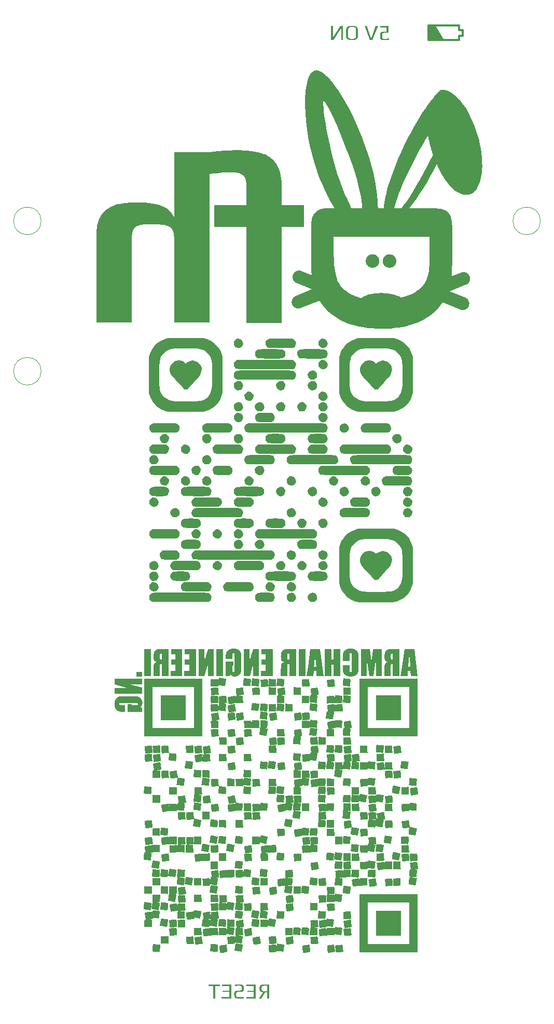
<source format=gbr>
%TF.GenerationSoftware,KiCad,Pcbnew,(7.0.0-0)*%
%TF.CreationDate,2023-03-24T11:45:06-07:00*%
%TF.ProjectId,dfh_badge,6466685f-6261-4646-9765-2e6b69636164,rev?*%
%TF.SameCoordinates,Original*%
%TF.FileFunction,Legend,Bot*%
%TF.FilePolarity,Positive*%
%FSLAX46Y46*%
G04 Gerber Fmt 4.6, Leading zero omitted, Abs format (unit mm)*
G04 Created by KiCad (PCBNEW (7.0.0-0)) date 2023-03-24 11:45:06*
%MOMM*%
%LPD*%
G01*
G04 APERTURE LIST*
%ADD10C,0.000000*%
%ADD11C,0.150000*%
%ADD12C,0.300000*%
%ADD13C,0.120000*%
%ADD14C,3.200000*%
%ADD15C,0.600000*%
%ADD16C,1.300000*%
%ADD17O,1.800000X1.800000*%
%ADD18O,1.500000X1.500000*%
%ADD19C,4.000000*%
G04 APERTURE END LIST*
D10*
G36*
X109638434Y-42227146D02*
G01*
X109654986Y-42364222D01*
X109704406Y-42947399D01*
X109731253Y-43515143D01*
X109735558Y-44065297D01*
X109717353Y-44595699D01*
X109676670Y-45104192D01*
X109613538Y-45588614D01*
X109527990Y-46046808D01*
X109420058Y-46476613D01*
X109289771Y-46875871D01*
X109137162Y-47242421D01*
X108962263Y-47574105D01*
X108892533Y-47686931D01*
X108820276Y-47794218D01*
X108745507Y-47895952D01*
X108668241Y-47992117D01*
X108588495Y-48082700D01*
X108506284Y-48167684D01*
X108421623Y-48247055D01*
X108334528Y-48320798D01*
X108245015Y-48388898D01*
X108153099Y-48451340D01*
X108058795Y-48508109D01*
X107962120Y-48559190D01*
X107863089Y-48604568D01*
X107761717Y-48644229D01*
X107658019Y-48678156D01*
X107552013Y-48706336D01*
X107498306Y-48717517D01*
X107444344Y-48727240D01*
X107390130Y-48735496D01*
X107335664Y-48742272D01*
X107280951Y-48747561D01*
X107225992Y-48751351D01*
X107170790Y-48753633D01*
X107115347Y-48754395D01*
X106964100Y-48748828D01*
X106811576Y-48732215D01*
X106657909Y-48704691D01*
X106503233Y-48666391D01*
X106347682Y-48617448D01*
X106191388Y-48557997D01*
X106034487Y-48488172D01*
X105877110Y-48408108D01*
X105719393Y-48317939D01*
X105561469Y-48217799D01*
X105403472Y-48107822D01*
X105245534Y-47988144D01*
X105087791Y-47858898D01*
X104930375Y-47720218D01*
X104773420Y-47572239D01*
X104617060Y-47415096D01*
X104306661Y-47073852D01*
X104000245Y-46697561D01*
X103698883Y-46287297D01*
X103403643Y-45844135D01*
X103115596Y-45369151D01*
X102835811Y-44863417D01*
X102565358Y-44328010D01*
X102305305Y-43764003D01*
X102305046Y-43763745D01*
X102304788Y-43763486D01*
X101785506Y-44776012D01*
X101247851Y-45772261D01*
X100696117Y-46743587D01*
X100134601Y-47681344D01*
X99567599Y-48576887D01*
X98999407Y-49421569D01*
X98434320Y-50206746D01*
X97876635Y-50923772D01*
X101548762Y-50923772D01*
X101820232Y-50926870D01*
X102078955Y-50936142D01*
X102324841Y-50951557D01*
X102557796Y-50973081D01*
X102777728Y-51000683D01*
X102984546Y-51034329D01*
X103178158Y-51073988D01*
X103358470Y-51119626D01*
X103444572Y-51146137D01*
X103528249Y-51176066D01*
X103609498Y-51209421D01*
X103688315Y-51246209D01*
X103764697Y-51286439D01*
X103838641Y-51330118D01*
X103910142Y-51377254D01*
X103979197Y-51427855D01*
X104045803Y-51481929D01*
X104109956Y-51539483D01*
X104171652Y-51600525D01*
X104230888Y-51665064D01*
X104287661Y-51733106D01*
X104341965Y-51804660D01*
X104393799Y-51879734D01*
X104443159Y-51958335D01*
X104489759Y-52041617D01*
X104533320Y-52129742D01*
X104573847Y-52222713D01*
X104611344Y-52320533D01*
X104645815Y-52423207D01*
X104677265Y-52530737D01*
X104705699Y-52643128D01*
X104731120Y-52760383D01*
X104753535Y-52882507D01*
X104772946Y-53009501D01*
X104789358Y-53141371D01*
X104802776Y-53278121D01*
X104813205Y-53419752D01*
X104820649Y-53566270D01*
X104825111Y-53717679D01*
X104826598Y-53873980D01*
X104826598Y-55582921D01*
X104826598Y-59945960D01*
X104824989Y-60226807D01*
X104820140Y-60502688D01*
X104812018Y-60773570D01*
X104800591Y-61039417D01*
X104785827Y-61300196D01*
X104767691Y-61555871D01*
X104746152Y-61806409D01*
X104721178Y-62051776D01*
X106295242Y-61414603D01*
X106346797Y-61395660D01*
X106398714Y-61379489D01*
X106450904Y-61366053D01*
X106503281Y-61355317D01*
X106555755Y-61347246D01*
X106608240Y-61341804D01*
X106660648Y-61338957D01*
X106712892Y-61338668D01*
X106764883Y-61340903D01*
X106816535Y-61345626D01*
X106867758Y-61352801D01*
X106918467Y-61362393D01*
X106968573Y-61374367D01*
X107017988Y-61388687D01*
X107066625Y-61405319D01*
X107114396Y-61424226D01*
X107161214Y-61445373D01*
X107206991Y-61468725D01*
X107251639Y-61494246D01*
X107295070Y-61521901D01*
X107337198Y-61551655D01*
X107377934Y-61583472D01*
X107417191Y-61617317D01*
X107454881Y-61653154D01*
X107490916Y-61690949D01*
X107525209Y-61730665D01*
X107557672Y-61772267D01*
X107588217Y-61815721D01*
X107616758Y-61860989D01*
X107643206Y-61908038D01*
X107667473Y-61956832D01*
X107689472Y-62007335D01*
X107708647Y-62058890D01*
X107725022Y-62110806D01*
X107738633Y-62162996D01*
X107749517Y-62215372D01*
X107757711Y-62267846D01*
X107763252Y-62320331D01*
X107766177Y-62372739D01*
X107766522Y-62424983D01*
X107764325Y-62476974D01*
X107759621Y-62528625D01*
X107752449Y-62579849D01*
X107742844Y-62630557D01*
X107730844Y-62680663D01*
X107716486Y-62730078D01*
X107699806Y-62778715D01*
X107680842Y-62826486D01*
X107659629Y-62873304D01*
X107636206Y-62919081D01*
X107610608Y-62963729D01*
X107582873Y-63007161D01*
X107553037Y-63049289D01*
X107521137Y-63090025D01*
X107487211Y-63129282D01*
X107451294Y-63166971D01*
X107413425Y-63203007D01*
X107373639Y-63237300D01*
X107331974Y-63269763D01*
X107288465Y-63300309D01*
X107243152Y-63328850D01*
X107196069Y-63355298D01*
X107147254Y-63379565D01*
X107096743Y-63401564D01*
X104471581Y-64463515D01*
X106954116Y-65468104D01*
X107004867Y-65490103D01*
X107053907Y-65514370D01*
X107101199Y-65540818D01*
X107146707Y-65569358D01*
X107190393Y-65599904D01*
X107232221Y-65632367D01*
X107272154Y-65666660D01*
X107310156Y-65702695D01*
X107346189Y-65740385D01*
X107380216Y-65779641D01*
X107412200Y-65820377D01*
X107442106Y-65862505D01*
X107469896Y-65905937D01*
X107495532Y-65950585D01*
X107518979Y-65996361D01*
X107540199Y-66043179D01*
X107559156Y-66090951D01*
X107575813Y-66139588D01*
X107590132Y-66189003D01*
X107602078Y-66239109D01*
X107611612Y-66289817D01*
X107618700Y-66341041D01*
X107623302Y-66392692D01*
X107625383Y-66444684D01*
X107624907Y-66496927D01*
X107621835Y-66549335D01*
X107616131Y-66601821D01*
X107607759Y-66654295D01*
X107596681Y-66706671D01*
X107582860Y-66758862D01*
X107566261Y-66810779D01*
X107546845Y-66862334D01*
X107530535Y-66900801D01*
X107512884Y-66938304D01*
X107493932Y-66974827D01*
X107473718Y-67010353D01*
X107452281Y-67044864D01*
X107429660Y-67078344D01*
X107405896Y-67110775D01*
X107381026Y-67142142D01*
X107355090Y-67172427D01*
X107328128Y-67201613D01*
X107300178Y-67229684D01*
X107271281Y-67256622D01*
X107241474Y-67282411D01*
X107210798Y-67307033D01*
X107179291Y-67330472D01*
X107146993Y-67352711D01*
X107113944Y-67373733D01*
X107080182Y-67393521D01*
X107045746Y-67412059D01*
X107010676Y-67429328D01*
X106975011Y-67445314D01*
X106938791Y-67459998D01*
X106902054Y-67473363D01*
X106864840Y-67485394D01*
X106827188Y-67496072D01*
X106789137Y-67505381D01*
X106750727Y-67513305D01*
X106711997Y-67519825D01*
X106672985Y-67524926D01*
X106633732Y-67528591D01*
X106594277Y-67530802D01*
X106554658Y-67531543D01*
X106554658Y-67534125D01*
X106529353Y-67533819D01*
X106504045Y-67532898D01*
X106478737Y-67531363D01*
X106453435Y-67529213D01*
X106428143Y-67526446D01*
X106402868Y-67523062D01*
X106377614Y-67519059D01*
X106352386Y-67514437D01*
X106327188Y-67509196D01*
X106302027Y-67503333D01*
X106276907Y-67496848D01*
X106251833Y-67489740D01*
X106226810Y-67482008D01*
X106201843Y-67473652D01*
X106176938Y-67464670D01*
X106152098Y-67455062D01*
X103275788Y-66291308D01*
X103197221Y-66405821D01*
X103116264Y-66519310D01*
X103032969Y-66631745D01*
X102947391Y-66743095D01*
X102859584Y-66853330D01*
X102769601Y-66962420D01*
X102677497Y-67070334D01*
X102583324Y-67177043D01*
X102446770Y-67322711D01*
X102307973Y-67465038D01*
X102166930Y-67604029D01*
X102023638Y-67739685D01*
X101878094Y-67872011D01*
X101730295Y-68001010D01*
X101580238Y-68126685D01*
X101427922Y-68249039D01*
X101273341Y-68368075D01*
X101116495Y-68483796D01*
X100957379Y-68596207D01*
X100795991Y-68705310D01*
X100632328Y-68811108D01*
X100466387Y-68913604D01*
X100298165Y-69012803D01*
X100127660Y-69108706D01*
X99779145Y-69290255D01*
X99420174Y-69459817D01*
X99050717Y-69617335D01*
X98670747Y-69762755D01*
X98280235Y-69896021D01*
X97879152Y-70017076D01*
X97467470Y-70125866D01*
X97045161Y-70222335D01*
X96611953Y-70306179D01*
X96167569Y-70379072D01*
X95711972Y-70440944D01*
X95245126Y-70491723D01*
X94766994Y-70531341D01*
X94277539Y-70559726D01*
X93776725Y-70576809D01*
X93264514Y-70582518D01*
X92492687Y-70568473D01*
X91745850Y-70526340D01*
X91024005Y-70456123D01*
X90327151Y-70357826D01*
X89655288Y-70231453D01*
X89008416Y-70077007D01*
X88386535Y-69894494D01*
X87789645Y-69683916D01*
X87217745Y-69445279D01*
X86670836Y-69178584D01*
X86148918Y-68883838D01*
X85651990Y-68561043D01*
X85180052Y-68210204D01*
X84733105Y-67831324D01*
X84311147Y-67424408D01*
X83914180Y-66989459D01*
X83807698Y-66865751D01*
X83704403Y-66740596D01*
X83604266Y-66614063D01*
X83507257Y-66486222D01*
X83413344Y-66357142D01*
X83322499Y-66226893D01*
X83234690Y-66095544D01*
X83149887Y-65963164D01*
X80122680Y-67187896D01*
X80097846Y-67197503D01*
X80072957Y-67206485D01*
X80048016Y-67214841D01*
X80023026Y-67222572D01*
X79997991Y-67229680D01*
X79972915Y-67236165D01*
X79947801Y-67242028D01*
X79922652Y-67247270D01*
X79897472Y-67251892D01*
X79872264Y-67255895D01*
X79847033Y-67259279D01*
X79821781Y-67262046D01*
X79796512Y-67264197D01*
X79771229Y-67265732D01*
X79745937Y-67266652D01*
X79720638Y-67266959D01*
X79720638Y-67264376D01*
X79641592Y-67261454D01*
X79563407Y-67252768D01*
X79486385Y-67238442D01*
X79410828Y-67218600D01*
X79337038Y-67193365D01*
X79265317Y-67162860D01*
X79195969Y-67127210D01*
X79129295Y-67086538D01*
X79065597Y-67040966D01*
X79005178Y-66990619D01*
X78948341Y-66935620D01*
X78895386Y-66876093D01*
X78846618Y-66812160D01*
X78802337Y-66743947D01*
X78762847Y-66671575D01*
X78728450Y-66595168D01*
X78709273Y-66543612D01*
X78692894Y-66491696D01*
X78679276Y-66439505D01*
X78668383Y-66387129D01*
X78660177Y-66334654D01*
X78654622Y-66282169D01*
X78651682Y-66229761D01*
X78651319Y-66177517D01*
X78653498Y-66125526D01*
X78658181Y-66073875D01*
X78665332Y-66022651D01*
X78674914Y-65971942D01*
X78686891Y-65921836D01*
X78701226Y-65872421D01*
X78717882Y-65823784D01*
X78736822Y-65776013D01*
X78758010Y-65729195D01*
X78781410Y-65683418D01*
X78806984Y-65638770D01*
X78834697Y-65595338D01*
X78864510Y-65553210D01*
X78896388Y-65512474D01*
X78930295Y-65473217D01*
X78966192Y-65435527D01*
X79004044Y-65399492D01*
X79043815Y-65365199D01*
X79085466Y-65332735D01*
X79128963Y-65302190D01*
X79174267Y-65273649D01*
X79221343Y-65247201D01*
X79270154Y-65222934D01*
X79320663Y-65200934D01*
X81937038Y-64142604D01*
X79458639Y-63139563D01*
X79407888Y-63117564D01*
X79358848Y-63093297D01*
X79311556Y-63066850D01*
X79266049Y-63038309D01*
X79222362Y-63007764D01*
X79180534Y-62975300D01*
X79140601Y-62941007D01*
X79102600Y-62904972D01*
X79066567Y-62867282D01*
X79032540Y-62828025D01*
X79000555Y-62787289D01*
X78970650Y-62745162D01*
X78942860Y-62701730D01*
X78917223Y-62657082D01*
X78893776Y-62611305D01*
X78872556Y-62564487D01*
X78853599Y-62516715D01*
X78836943Y-62468078D01*
X78822623Y-62418663D01*
X78810677Y-62368557D01*
X78801143Y-62317849D01*
X78794056Y-62266625D01*
X78789453Y-62214974D01*
X78787372Y-62162982D01*
X78787849Y-62110739D01*
X78790921Y-62058331D01*
X78796624Y-62005846D01*
X78804997Y-61953371D01*
X78816075Y-61900995D01*
X78829895Y-61848805D01*
X78846495Y-61796889D01*
X78865911Y-61745333D01*
X78887910Y-61694590D01*
X78912177Y-61645572D01*
X78938625Y-61598314D01*
X78967165Y-61552851D01*
X78997711Y-61509220D01*
X79030174Y-61467455D01*
X79064467Y-61427591D01*
X79100502Y-61389665D01*
X79138192Y-61353712D01*
X79177449Y-61319766D01*
X79218185Y-61287864D01*
X79260312Y-61258041D01*
X79303744Y-61230332D01*
X79348392Y-61204772D01*
X79394169Y-61181397D01*
X79440987Y-61160242D01*
X79488758Y-61141343D01*
X79537395Y-61124736D01*
X79586810Y-61110454D01*
X79636916Y-61098535D01*
X79687625Y-61089013D01*
X79738849Y-61081923D01*
X79790500Y-61077301D01*
X79842491Y-61075183D01*
X79894735Y-61075604D01*
X79947143Y-61078598D01*
X79999628Y-61084203D01*
X80052102Y-61092452D01*
X80104479Y-61103381D01*
X80156669Y-61117027D01*
X80208585Y-61133423D01*
X80260141Y-61152606D01*
X81913785Y-61821814D01*
X81893321Y-61589647D01*
X81875583Y-61353494D01*
X81860574Y-61113319D01*
X81848292Y-60869088D01*
X81838739Y-60620763D01*
X81831915Y-60368310D01*
X81827820Y-60111692D01*
X81826455Y-59850875D01*
X81826455Y-58657666D01*
X85514600Y-58657666D01*
X85521796Y-59181657D01*
X85543383Y-59686017D01*
X85579360Y-60170716D01*
X85629725Y-60635726D01*
X85694476Y-61081015D01*
X85773613Y-61506556D01*
X85867133Y-61912317D01*
X85975036Y-62298270D01*
X86037885Y-62484895D01*
X86110347Y-62667742D01*
X86192422Y-62846814D01*
X86284109Y-63022116D01*
X86385409Y-63193650D01*
X86496320Y-63361422D01*
X86616844Y-63525434D01*
X86746979Y-63685690D01*
X86886727Y-63842195D01*
X87036086Y-63994952D01*
X87195056Y-64143964D01*
X87363638Y-64289237D01*
X87541832Y-64430773D01*
X87729636Y-64568576D01*
X87927052Y-64702650D01*
X88134078Y-64832999D01*
X88228676Y-64889215D01*
X88325936Y-64943767D01*
X88425855Y-64996668D01*
X88528428Y-65047929D01*
X88633652Y-65097562D01*
X88741523Y-65145578D01*
X88852037Y-65191990D01*
X88965190Y-65236809D01*
X89080979Y-65280047D01*
X89199399Y-65321715D01*
X89320447Y-65361825D01*
X89444120Y-65400389D01*
X89699321Y-65472925D01*
X89964973Y-65539416D01*
X89967557Y-65539935D01*
X90106403Y-65451113D01*
X90257218Y-65366905D01*
X90419353Y-65287464D01*
X90592159Y-65212944D01*
X90774987Y-65143499D01*
X90967188Y-65079283D01*
X91168113Y-65020451D01*
X91377113Y-64967155D01*
X91593539Y-64919550D01*
X91816742Y-64877789D01*
X92046073Y-64842028D01*
X92280883Y-64812418D01*
X92520522Y-64789116D01*
X92764343Y-64772273D01*
X93011695Y-64762046D01*
X93261930Y-64758586D01*
X93507436Y-64762151D01*
X93750185Y-64772235D01*
X93989561Y-64788691D01*
X94224946Y-64811378D01*
X94455725Y-64840151D01*
X94681281Y-64874866D01*
X94900998Y-64915379D01*
X95114258Y-64961547D01*
X95320445Y-65013226D01*
X95518943Y-65070271D01*
X95709135Y-65132540D01*
X95890404Y-65199888D01*
X96062135Y-65272171D01*
X96223710Y-65349246D01*
X96374513Y-65430969D01*
X96513928Y-65517196D01*
X96521679Y-65515647D01*
X96805163Y-65443213D01*
X97080148Y-65363828D01*
X97346640Y-65277491D01*
X97604644Y-65184204D01*
X97854164Y-65083968D01*
X98095205Y-64976784D01*
X98327772Y-64862652D01*
X98551870Y-64741574D01*
X98767503Y-64613551D01*
X98974676Y-64478583D01*
X99173395Y-64336672D01*
X99363663Y-64187819D01*
X99545485Y-64032024D01*
X99718867Y-63869289D01*
X99883813Y-63699615D01*
X100040327Y-63523002D01*
X100096572Y-63457303D01*
X100151203Y-63390180D01*
X100204222Y-63321628D01*
X100255628Y-63251642D01*
X100305422Y-63180219D01*
X100353603Y-63107351D01*
X100400172Y-63033037D01*
X100445129Y-62957269D01*
X100488473Y-62880044D01*
X100530205Y-62801357D01*
X100570325Y-62721204D01*
X100608833Y-62639579D01*
X100645728Y-62556478D01*
X100681012Y-62471896D01*
X100714684Y-62385828D01*
X100746744Y-62298270D01*
X100806410Y-62122403D01*
X100860366Y-61948021D01*
X100908573Y-61775126D01*
X100950990Y-61603718D01*
X100987578Y-61433798D01*
X101018297Y-61265368D01*
X101043108Y-61098428D01*
X101061970Y-60932978D01*
X101076833Y-60760448D01*
X101089680Y-60572243D01*
X101100522Y-60368338D01*
X101109368Y-60148708D01*
X101116230Y-59913326D01*
X101121118Y-59662168D01*
X101125016Y-59112418D01*
X101125016Y-55582921D01*
X85514600Y-55582921D01*
X85514600Y-58657666D01*
X81826455Y-58657666D01*
X81826455Y-53778378D01*
X81829093Y-53593589D01*
X81837006Y-53415263D01*
X81850194Y-53243401D01*
X81868655Y-53078007D01*
X81892390Y-52919082D01*
X81921398Y-52766631D01*
X81955678Y-52620654D01*
X81995229Y-52481155D01*
X82040052Y-52348136D01*
X82090144Y-52221601D01*
X82145507Y-52101550D01*
X82206139Y-51987987D01*
X82272039Y-51880915D01*
X82343208Y-51780336D01*
X82419643Y-51686252D01*
X82501346Y-51598666D01*
X82588938Y-51516963D01*
X82683038Y-51440527D01*
X82783643Y-51369359D01*
X82890749Y-51303458D01*
X83004351Y-51242826D01*
X83124445Y-51187463D01*
X83251028Y-51137370D01*
X83384094Y-51092547D01*
X83523641Y-51052995D01*
X83669665Y-51018715D01*
X83822160Y-50989707D01*
X83981123Y-50965972D01*
X84146550Y-50947510D01*
X84318437Y-50934323D01*
X84496780Y-50926410D01*
X84681575Y-50923772D01*
X85607618Y-50923772D01*
X85205066Y-50243721D01*
X84808197Y-49525984D01*
X84418755Y-48771796D01*
X84038484Y-47982390D01*
X83669126Y-47159003D01*
X83312426Y-46302867D01*
X82970127Y-45415218D01*
X82643974Y-44497290D01*
X82249545Y-43254087D01*
X81899032Y-41974791D01*
X81594415Y-40670731D01*
X81337676Y-39353233D01*
X81130793Y-38033628D01*
X80975749Y-36723242D01*
X80874523Y-35433404D01*
X80829095Y-34175441D01*
X80829142Y-34053726D01*
X83814531Y-34053726D01*
X83841939Y-34568461D01*
X83900323Y-35185041D01*
X83987605Y-35890487D01*
X84101709Y-36671822D01*
X84402067Y-38410254D01*
X84784778Y-40296522D01*
X85233218Y-42226810D01*
X85476893Y-43176020D01*
X85730768Y-44097304D01*
X85992765Y-44977686D01*
X86260806Y-45804189D01*
X86542248Y-46607360D01*
X86822118Y-47363891D01*
X87099081Y-48073785D01*
X87371799Y-48737043D01*
X87638936Y-49353669D01*
X87899155Y-49923664D01*
X88151120Y-50447031D01*
X88393493Y-50923772D01*
X90171680Y-50923772D01*
X90158668Y-50776110D01*
X90143927Y-50624364D01*
X90127430Y-50468585D01*
X90109151Y-50308823D01*
X90030641Y-49719360D01*
X89928408Y-49085087D01*
X89801039Y-48408935D01*
X89647119Y-47693831D01*
X89465235Y-46942703D01*
X89253973Y-46158479D01*
X89011919Y-45344089D01*
X88737659Y-44502459D01*
X88073304Y-42624049D01*
X87368827Y-40759382D01*
X86652114Y-38971345D01*
X85951049Y-37322827D01*
X85293516Y-35876714D01*
X84707399Y-34695896D01*
X84220584Y-33843259D01*
X84023128Y-33559661D01*
X83860954Y-33381691D01*
X83820177Y-33653810D01*
X83814531Y-34053726D01*
X80829142Y-34053726D01*
X80829352Y-33507923D01*
X80855441Y-32705269D01*
X80882600Y-32272497D01*
X80921530Y-31829019D01*
X80974002Y-31382527D01*
X81041787Y-30940714D01*
X81126657Y-30511272D01*
X81230381Y-30101895D01*
X81354732Y-29720273D01*
X81501481Y-29374101D01*
X81583807Y-29216712D01*
X81672397Y-29071070D01*
X81767472Y-28938137D01*
X81869253Y-28818873D01*
X81977962Y-28714241D01*
X82093820Y-28625203D01*
X82217048Y-28552719D01*
X82347867Y-28497752D01*
X82372890Y-28489672D01*
X82398097Y-28482296D01*
X82423489Y-28475622D01*
X82449063Y-28469646D01*
X82474817Y-28464365D01*
X82500751Y-28459776D01*
X82526861Y-28455876D01*
X82553147Y-28452661D01*
X82579607Y-28450129D01*
X82606239Y-28448276D01*
X82633041Y-28447099D01*
X82660012Y-28446595D01*
X82687149Y-28446760D01*
X82714453Y-28447592D01*
X82741919Y-28449088D01*
X82769548Y-28451243D01*
X82981838Y-28488229D01*
X83202692Y-28561117D01*
X83431525Y-28668709D01*
X83667753Y-28809804D01*
X83910792Y-28983202D01*
X84160056Y-29187703D01*
X84414963Y-29422107D01*
X84674927Y-29685216D01*
X84939364Y-29975828D01*
X85207691Y-30292744D01*
X85753674Y-31000689D01*
X86308202Y-31799451D01*
X86866600Y-32679431D01*
X87424194Y-33631031D01*
X87976310Y-34644652D01*
X88518274Y-35710695D01*
X89045411Y-36819560D01*
X89553046Y-37961650D01*
X90036506Y-39127365D01*
X90491116Y-40307105D01*
X90912202Y-41491274D01*
X91311834Y-42731924D01*
X91664521Y-43968611D01*
X91968961Y-45194142D01*
X92223852Y-46401319D01*
X92427895Y-47582947D01*
X92579786Y-48731832D01*
X92678226Y-49840776D01*
X92706994Y-50378022D01*
X92721912Y-50902585D01*
X92721912Y-50923772D01*
X93659322Y-50923772D01*
X95415286Y-50923772D01*
X96515994Y-50923772D01*
X96716463Y-50684111D01*
X96929367Y-50414386D01*
X97153868Y-50115784D01*
X97389129Y-49789489D01*
X97888581Y-49058562D01*
X98421026Y-48231088D01*
X98979763Y-47316550D01*
X99558094Y-46324430D01*
X100149320Y-45264211D01*
X100746744Y-44145375D01*
X100998826Y-43655896D01*
X101243251Y-43172370D01*
X101480234Y-42695789D01*
X101709993Y-42227146D01*
X101686673Y-42164011D01*
X101664341Y-42101314D01*
X101643002Y-42038617D01*
X101622659Y-41975482D01*
X101601168Y-41911047D01*
X101579685Y-41842911D01*
X101557210Y-41768326D01*
X101532742Y-41684543D01*
X101481366Y-41512161D01*
X101456276Y-41425088D01*
X101431973Y-41337794D01*
X101360660Y-41091815D01*
X101292838Y-40836877D01*
X101228340Y-40582207D01*
X101167256Y-40328046D01*
X101109678Y-40074637D01*
X101055696Y-39822219D01*
X101005402Y-39571035D01*
X100958887Y-39321326D01*
X100916242Y-39073334D01*
X100655658Y-39500049D01*
X100390322Y-39944114D01*
X99848256Y-40880344D01*
X99572958Y-41370534D01*
X99295771Y-41874122D01*
X99017412Y-42390120D01*
X98738597Y-42917542D01*
X98080544Y-44206990D01*
X97479655Y-45446948D01*
X96942011Y-46620924D01*
X96473693Y-47712422D01*
X96080780Y-48704950D01*
X95769355Y-49582014D01*
X95545497Y-50327119D01*
X95468305Y-50645033D01*
X95415286Y-50923772D01*
X93659322Y-50923772D01*
X93700524Y-50492437D01*
X93763677Y-50031101D01*
X93848404Y-49541307D01*
X93954327Y-49024594D01*
X94081068Y-48482502D01*
X94228251Y-47916572D01*
X94395498Y-47328345D01*
X94582431Y-46719361D01*
X94788673Y-46091160D01*
X95013846Y-45445282D01*
X95257573Y-44783269D01*
X95519476Y-44106661D01*
X95799179Y-43416998D01*
X96096302Y-42715821D01*
X96410470Y-42004669D01*
X96741304Y-41285085D01*
X97173875Y-40377582D01*
X97619218Y-39486523D01*
X98075721Y-38614696D01*
X98541773Y-37764886D01*
X99015762Y-36939881D01*
X99496078Y-36142468D01*
X99981108Y-35375433D01*
X100469242Y-34641563D01*
X100516784Y-34567149D01*
X100779555Y-34191896D01*
X101037939Y-33834234D01*
X101291787Y-33494376D01*
X101540949Y-33172536D01*
X101785273Y-32868927D01*
X102024610Y-32583764D01*
X102258810Y-32317259D01*
X102487723Y-32069627D01*
X102564635Y-31989725D01*
X102642535Y-31910109D01*
X102722093Y-31829766D01*
X102803983Y-31747682D01*
X102804849Y-31746596D01*
X102805680Y-31745492D01*
X102807291Y-31743259D01*
X102808098Y-31742145D01*
X102808926Y-31741042D01*
X102809789Y-31739957D01*
X102810238Y-31739424D01*
X102810700Y-31738898D01*
X102821036Y-31728046D01*
X102874262Y-31672752D01*
X102961595Y-31654148D01*
X103055785Y-31640044D01*
X103150811Y-31630481D01*
X103246642Y-31625470D01*
X103343247Y-31625022D01*
X103440596Y-31629150D01*
X103538657Y-31637863D01*
X103637400Y-31651174D01*
X103736794Y-31669093D01*
X103836808Y-31691633D01*
X103937411Y-31718803D01*
X104038573Y-31750616D01*
X104140262Y-31787082D01*
X104242448Y-31828214D01*
X104345100Y-31874021D01*
X104448188Y-31924516D01*
X104551680Y-31979710D01*
X104718567Y-32076508D01*
X104885262Y-32184182D01*
X105051618Y-32302495D01*
X105217487Y-32431207D01*
X105382722Y-32570082D01*
X105547178Y-32718882D01*
X105873161Y-33045306D01*
X106194262Y-33408576D01*
X106509306Y-33806790D01*
X106817119Y-34238047D01*
X107116525Y-34700444D01*
X107406350Y-35192080D01*
X107685420Y-35711052D01*
X107952560Y-36255459D01*
X108206596Y-36823398D01*
X108446352Y-37412968D01*
X108670654Y-38022266D01*
X108878328Y-38649391D01*
X109068199Y-39292441D01*
X109230953Y-39920386D01*
X109370977Y-40543696D01*
X109488303Y-41160212D01*
X109582962Y-41767774D01*
X109638434Y-42227146D01*
G37*
D11*
G36*
X103400000Y-23500000D02*
G01*
X101000000Y-23500000D01*
X101000000Y-21100000D01*
X102000000Y-21100000D01*
X103400000Y-23500000D01*
G37*
X103400000Y-23500000D02*
X101000000Y-23500000D01*
X101000000Y-21100000D01*
X102000000Y-21100000D01*
X103400000Y-23500000D01*
D10*
G36*
X94668148Y-58426043D02*
G01*
X94724342Y-58430310D01*
X94779714Y-58437336D01*
X94834197Y-58447053D01*
X94887720Y-58459389D01*
X94940214Y-58474275D01*
X94991610Y-58491641D01*
X95041839Y-58511418D01*
X95090831Y-58533537D01*
X95138517Y-58557926D01*
X95184828Y-58584516D01*
X95229695Y-58613238D01*
X95273048Y-58644022D01*
X95314819Y-58676799D01*
X95354937Y-58711497D01*
X95393334Y-58748048D01*
X95429940Y-58786382D01*
X95464687Y-58826429D01*
X95497504Y-58868119D01*
X95528323Y-58911383D01*
X95557075Y-58956151D01*
X95583690Y-59002352D01*
X95608098Y-59049918D01*
X95630232Y-59098779D01*
X95650020Y-59148864D01*
X95667395Y-59200105D01*
X95682287Y-59252430D01*
X95694627Y-59305771D01*
X95704345Y-59360058D01*
X95711372Y-59415221D01*
X95715639Y-59471190D01*
X95717077Y-59527896D01*
X95715639Y-59584602D01*
X95711372Y-59640571D01*
X95704345Y-59695734D01*
X95694627Y-59750021D01*
X95682287Y-59803363D01*
X95667395Y-59855689D01*
X95650020Y-59906929D01*
X95630232Y-59957015D01*
X95608098Y-60005875D01*
X95583690Y-60053442D01*
X95557075Y-60099643D01*
X95528323Y-60144411D01*
X95497504Y-60187675D01*
X95464687Y-60229366D01*
X95429940Y-60269413D01*
X95393334Y-60307747D01*
X95354937Y-60344298D01*
X95314819Y-60378996D01*
X95273048Y-60411773D01*
X95229695Y-60442557D01*
X95184828Y-60471279D01*
X95138517Y-60497869D01*
X95090831Y-60522259D01*
X95041839Y-60544377D01*
X94991610Y-60564154D01*
X94940214Y-60581521D01*
X94887720Y-60596407D01*
X94834197Y-60608743D01*
X94779714Y-60618459D01*
X94724342Y-60625485D01*
X94668148Y-60629752D01*
X94611202Y-60631190D01*
X94554263Y-60629752D01*
X94498091Y-60625485D01*
X94442753Y-60618459D01*
X94388317Y-60608743D01*
X94334853Y-60596407D01*
X94282427Y-60581521D01*
X94231110Y-60564154D01*
X94180968Y-60544377D01*
X94132070Y-60522259D01*
X94084485Y-60497869D01*
X94038280Y-60471279D01*
X93993525Y-60442557D01*
X93950287Y-60411773D01*
X93908635Y-60378996D01*
X93868636Y-60344298D01*
X93830360Y-60307747D01*
X93793875Y-60269413D01*
X93759248Y-60229366D01*
X93726549Y-60187675D01*
X93695845Y-60144411D01*
X93667205Y-60099643D01*
X93640697Y-60053442D01*
X93616389Y-60005875D01*
X93594350Y-59957015D01*
X93574649Y-59906929D01*
X93557352Y-59855689D01*
X93542529Y-59803363D01*
X93530248Y-59750021D01*
X93520577Y-59695734D01*
X93513585Y-59640571D01*
X93509339Y-59584602D01*
X93507909Y-59527896D01*
X93509355Y-59471190D01*
X93513643Y-59415221D01*
X93520704Y-59360058D01*
X93530465Y-59305771D01*
X93542856Y-59252430D01*
X93557806Y-59200105D01*
X93575242Y-59148864D01*
X93595095Y-59098779D01*
X93617292Y-59049918D01*
X93641763Y-59002352D01*
X93668436Y-58956151D01*
X93697240Y-58911383D01*
X93728105Y-58868119D01*
X93760958Y-58826429D01*
X93795728Y-58786382D01*
X93832345Y-58748048D01*
X93870737Y-58711497D01*
X93910832Y-58676799D01*
X93952561Y-58644022D01*
X93995851Y-58613238D01*
X94040631Y-58584516D01*
X94086830Y-58557926D01*
X94134377Y-58533537D01*
X94183200Y-58511418D01*
X94233229Y-58491641D01*
X94284392Y-58474275D01*
X94336618Y-58459389D01*
X94389836Y-58447053D01*
X94443975Y-58437336D01*
X94498963Y-58430310D01*
X94554729Y-58426043D01*
X94611202Y-58424605D01*
X94668148Y-58426043D01*
G37*
D12*
X106000000Y-21900000D02*
X106600000Y-21900000D01*
X106600000Y-22800000D01*
X106000000Y-22800000D01*
X106000000Y-23500000D01*
X101000000Y-23500000D01*
X101000000Y-21100000D01*
X106000000Y-21100000D01*
X106000000Y-21900000D01*
D10*
G36*
X91900126Y-58426043D02*
G01*
X91956121Y-58430310D01*
X92011326Y-58437336D01*
X92065669Y-58447053D01*
X92119081Y-58459389D01*
X92171489Y-58474275D01*
X92222824Y-58491641D01*
X92273013Y-58511418D01*
X92321987Y-58533537D01*
X92369674Y-58557926D01*
X92416004Y-58584516D01*
X92460906Y-58613238D01*
X92504308Y-58644022D01*
X92546140Y-58676799D01*
X92586331Y-58711497D01*
X92624810Y-58748048D01*
X92661506Y-58786382D01*
X92696349Y-58826429D01*
X92729267Y-58868119D01*
X92760189Y-58911383D01*
X92789045Y-58956151D01*
X92815764Y-59002352D01*
X92840274Y-59049918D01*
X92862506Y-59098779D01*
X92882387Y-59148864D01*
X92899848Y-59200105D01*
X92914817Y-59252430D01*
X92927223Y-59305771D01*
X92936996Y-59360058D01*
X92944064Y-59415221D01*
X92948357Y-59471190D01*
X92949804Y-59527896D01*
X92948357Y-59584602D01*
X92944064Y-59640571D01*
X92936996Y-59695734D01*
X92927223Y-59750021D01*
X92914817Y-59803363D01*
X92899848Y-59855689D01*
X92882387Y-59906929D01*
X92862506Y-59957015D01*
X92840274Y-60005875D01*
X92815764Y-60053442D01*
X92789045Y-60099643D01*
X92760189Y-60144411D01*
X92729267Y-60187675D01*
X92696349Y-60229366D01*
X92661506Y-60269413D01*
X92624810Y-60307747D01*
X92586331Y-60344298D01*
X92546140Y-60378996D01*
X92504308Y-60411773D01*
X92460906Y-60442557D01*
X92416004Y-60471279D01*
X92369674Y-60497869D01*
X92321987Y-60522259D01*
X92273013Y-60544377D01*
X92222824Y-60564154D01*
X92171489Y-60581521D01*
X92119081Y-60596407D01*
X92065669Y-60608743D01*
X92011326Y-60618459D01*
X91956121Y-60625485D01*
X91900126Y-60629752D01*
X91843412Y-60631190D01*
X91786706Y-60629752D01*
X91730737Y-60625485D01*
X91675574Y-60618459D01*
X91621287Y-60608743D01*
X91567946Y-60596407D01*
X91515620Y-60581521D01*
X91464380Y-60564154D01*
X91414295Y-60544377D01*
X91365434Y-60522259D01*
X91317868Y-60497869D01*
X91271666Y-60471279D01*
X91226899Y-60442557D01*
X91183635Y-60411773D01*
X91141944Y-60378996D01*
X91101897Y-60344298D01*
X91063563Y-60307747D01*
X91027012Y-60269413D01*
X90992314Y-60229366D01*
X90959537Y-60187675D01*
X90928753Y-60144411D01*
X90900031Y-60099643D01*
X90873440Y-60053442D01*
X90849051Y-60005875D01*
X90826933Y-59957015D01*
X90807156Y-59906929D01*
X90789789Y-59855689D01*
X90774903Y-59803363D01*
X90762567Y-59750021D01*
X90752851Y-59695734D01*
X90745824Y-59640571D01*
X90741557Y-59584602D01*
X90740119Y-59527896D01*
X90741557Y-59471190D01*
X90745824Y-59415221D01*
X90752851Y-59360058D01*
X90762567Y-59305771D01*
X90774903Y-59252430D01*
X90789789Y-59200105D01*
X90807156Y-59148864D01*
X90826933Y-59098779D01*
X90849051Y-59049918D01*
X90873440Y-59002352D01*
X90900031Y-58956151D01*
X90928753Y-58911383D01*
X90959537Y-58868119D01*
X90992314Y-58826429D01*
X91027012Y-58786382D01*
X91063563Y-58748048D01*
X91101897Y-58711497D01*
X91141944Y-58676799D01*
X91183635Y-58644022D01*
X91226899Y-58613238D01*
X91271666Y-58584516D01*
X91317868Y-58557926D01*
X91365434Y-58533537D01*
X91414295Y-58511418D01*
X91464380Y-58491641D01*
X91515620Y-58474275D01*
X91567946Y-58459389D01*
X91621287Y-58447053D01*
X91675574Y-58437336D01*
X91730737Y-58430310D01*
X91786706Y-58426043D01*
X91843412Y-58424605D01*
X91900126Y-58426043D01*
G37*
G36*
X70230044Y-41486664D02*
G01*
X70852465Y-41511615D01*
X71440781Y-41553241D01*
X71995052Y-41611576D01*
X72515341Y-41686655D01*
X73001710Y-41778510D01*
X73454220Y-41887177D01*
X73667797Y-41947825D01*
X73872934Y-42012688D01*
X74070131Y-42082758D01*
X74260874Y-42159020D01*
X74445154Y-42241471D01*
X74622964Y-42330109D01*
X74794295Y-42424928D01*
X74959139Y-42525928D01*
X75117488Y-42633104D01*
X75269334Y-42746453D01*
X75414668Y-42865973D01*
X75553484Y-42991659D01*
X75685772Y-43123509D01*
X75811524Y-43261520D01*
X75930733Y-43405689D01*
X76043390Y-43556011D01*
X76149488Y-43712486D01*
X76249017Y-43875108D01*
X76342746Y-44045211D01*
X76430455Y-44223145D01*
X76512139Y-44408915D01*
X76587794Y-44602528D01*
X76657419Y-44803990D01*
X76721008Y-45013308D01*
X76778558Y-45230489D01*
X76830066Y-45455538D01*
X76875527Y-45688463D01*
X76914939Y-45929270D01*
X76948298Y-46177966D01*
X76975599Y-46434556D01*
X76996840Y-46699049D01*
X77012017Y-46971449D01*
X77021126Y-47251764D01*
X77024164Y-47540000D01*
X77024164Y-50434396D01*
X80628076Y-50434396D01*
X80628076Y-54001103D01*
X77024164Y-54001103D01*
X77024164Y-69614104D01*
X71237951Y-69614104D01*
X71237951Y-54001103D01*
X65967473Y-54001103D01*
X65967473Y-50434396D01*
X71237951Y-50434396D01*
X71237951Y-47224774D01*
X71235781Y-47069219D01*
X71229274Y-46920049D01*
X71218427Y-46777261D01*
X71203240Y-46640850D01*
X71183715Y-46510812D01*
X71159849Y-46387144D01*
X71131643Y-46269840D01*
X71099097Y-46158896D01*
X71062209Y-46054309D01*
X71020981Y-45956073D01*
X70975412Y-45864185D01*
X70925500Y-45778641D01*
X70871247Y-45699436D01*
X70812651Y-45626566D01*
X70749713Y-45560027D01*
X70682432Y-45499814D01*
X70609441Y-45444559D01*
X70529370Y-45392892D01*
X70442211Y-45344812D01*
X70347956Y-45300313D01*
X70246600Y-45259394D01*
X70138134Y-45222051D01*
X70022551Y-45188280D01*
X69899844Y-45158078D01*
X69770005Y-45131441D01*
X69633028Y-45108367D01*
X69488905Y-45088852D01*
X69337629Y-45072893D01*
X69179192Y-45060485D01*
X69013588Y-45051627D01*
X68840809Y-45046315D01*
X68660848Y-45044545D01*
X68417390Y-45049519D01*
X68121641Y-45064437D01*
X67773667Y-45089292D01*
X67373536Y-45124075D01*
X66921315Y-45168781D01*
X66417072Y-45223401D01*
X65860874Y-45287928D01*
X65252790Y-45362355D01*
X65252790Y-69534522D01*
X59469163Y-69534522D01*
X59469163Y-56141541D01*
X59464836Y-55863464D01*
X59451848Y-55604682D01*
X59430193Y-55365172D01*
X59416113Y-55252636D01*
X59399864Y-55144910D01*
X59381444Y-55041989D01*
X59360853Y-54943871D01*
X59338090Y-54850553D01*
X59313154Y-54762032D01*
X59286043Y-54678305D01*
X59256758Y-54599368D01*
X59225297Y-54525219D01*
X59191659Y-54455855D01*
X59173792Y-54422703D01*
X59154915Y-54390217D01*
X59135030Y-54358397D01*
X59114136Y-54327244D01*
X59092234Y-54296755D01*
X59069322Y-54266931D01*
X59020475Y-54209276D01*
X58967594Y-54154272D01*
X58910681Y-54101917D01*
X58849736Y-54052206D01*
X58784759Y-54005135D01*
X58715752Y-53960699D01*
X58642714Y-53918894D01*
X58565647Y-53879716D01*
X58484551Y-53843161D01*
X58399427Y-53809225D01*
X58310275Y-53777903D01*
X58217095Y-53749191D01*
X58119890Y-53723084D01*
X58017573Y-53699055D01*
X57908073Y-53676575D01*
X57667550Y-53636268D01*
X57398381Y-53602162D01*
X57100626Y-53574256D01*
X56774345Y-53552553D01*
X56419599Y-53537050D01*
X56036448Y-53527748D01*
X55624952Y-53524648D01*
X55289575Y-53528113D01*
X54977937Y-53538468D01*
X54689980Y-53555648D01*
X54425645Y-53579590D01*
X54184875Y-53610228D01*
X53967611Y-53647500D01*
X53773796Y-53691342D01*
X53685664Y-53715706D01*
X53603372Y-53741689D01*
X53525638Y-53770213D01*
X53451182Y-53801215D01*
X53380003Y-53834697D01*
X53312095Y-53870657D01*
X53247456Y-53909096D01*
X53186083Y-53950015D01*
X53127972Y-53993414D01*
X53073120Y-54039293D01*
X53021524Y-54087652D01*
X52973180Y-54138492D01*
X52928085Y-54191813D01*
X52886235Y-54247616D01*
X52847628Y-54305900D01*
X52812259Y-54366667D01*
X52780126Y-54429915D01*
X52751226Y-54495646D01*
X52724778Y-54564854D01*
X52700008Y-54638534D01*
X52676920Y-54716691D01*
X52655517Y-54799326D01*
X52635804Y-54886444D01*
X52617785Y-54978048D01*
X52601463Y-55074142D01*
X52586843Y-55174727D01*
X52573928Y-55279809D01*
X52562722Y-55389389D01*
X52553230Y-55503473D01*
X52545454Y-55622061D01*
X52539400Y-55745159D01*
X52535070Y-55872770D01*
X52531602Y-56141541D01*
X52531602Y-69534522D01*
X46747976Y-69534522D01*
X46747976Y-55466647D01*
X46753772Y-55115907D01*
X46771161Y-54777073D01*
X46800143Y-54450150D01*
X46840719Y-54135141D01*
X46892890Y-53832051D01*
X46956655Y-53540886D01*
X47032015Y-53261648D01*
X47118971Y-52994343D01*
X47217523Y-52738976D01*
X47327672Y-52495550D01*
X47449418Y-52264071D01*
X47582762Y-52044542D01*
X47727703Y-51836968D01*
X47884244Y-51641354D01*
X48052383Y-51457704D01*
X48232122Y-51286023D01*
X48426718Y-51125042D01*
X48638442Y-50974477D01*
X48867300Y-50834324D01*
X49113299Y-50704580D01*
X49376448Y-50585240D01*
X49656752Y-50476299D01*
X49954218Y-50377753D01*
X50268855Y-50289599D01*
X50600670Y-50211832D01*
X50949668Y-50144447D01*
X51315858Y-50087441D01*
X51699247Y-50040810D01*
X52099842Y-50004548D01*
X52517649Y-49978652D01*
X52952677Y-49963117D01*
X53404931Y-49957940D01*
X54074162Y-49968636D01*
X54704696Y-50000719D01*
X55296535Y-50054180D01*
X55849679Y-50129013D01*
X56364127Y-50225209D01*
X56839879Y-50342760D01*
X57276936Y-50481660D01*
X57675298Y-50641898D01*
X58034964Y-50823469D01*
X58355936Y-51026365D01*
X58638211Y-51250576D01*
X58881792Y-51496096D01*
X59086677Y-51762917D01*
X59252868Y-52051031D01*
X59380363Y-52360430D01*
X59469163Y-52691106D01*
X59469163Y-41795647D01*
X65252790Y-41795647D01*
X66592780Y-41656774D01*
X67759393Y-41557626D01*
X68277758Y-41522937D01*
X68752869Y-41498166D01*
X69184758Y-41483306D01*
X69573453Y-41478354D01*
X70230044Y-41486664D01*
G37*
D11*
G36*
X53344633Y-127295925D02*
G01*
X54220000Y-127295925D01*
X54220000Y-126494357D01*
X53344633Y-126494357D01*
X53344633Y-127295925D01*
G37*
G36*
X49780642Y-130077124D02*
G01*
X54220000Y-130077124D01*
X54220000Y-129107395D01*
X52201577Y-128531910D01*
X54220000Y-128531910D01*
X54220000Y-127607023D01*
X49780642Y-127607023D01*
X49780642Y-128531910D01*
X51779525Y-129152238D01*
X49780642Y-129152238D01*
X49780642Y-130077124D01*
G37*
G36*
X51406322Y-133045170D02*
G01*
X51406322Y-131939043D01*
X51019441Y-131939043D01*
X50974718Y-131938919D01*
X50932140Y-131938546D01*
X50891706Y-131937926D01*
X50835077Y-131936530D01*
X50783274Y-131934576D01*
X50736296Y-131932063D01*
X50694144Y-131928992D01*
X50645448Y-131924029D01*
X50605331Y-131918074D01*
X50567249Y-131909233D01*
X50561242Y-131907279D01*
X50525077Y-131889589D01*
X50494623Y-131859080D01*
X50477493Y-131823381D01*
X50469880Y-131786092D01*
X50468429Y-131757802D01*
X50472310Y-131716336D01*
X50486247Y-131676500D01*
X50510320Y-131644721D01*
X50544529Y-131621001D01*
X50549518Y-131618602D01*
X50588490Y-131606220D01*
X50634610Y-131597858D01*
X50680436Y-131592450D01*
X50720015Y-131589141D01*
X50764059Y-131586472D01*
X50812568Y-131584444D01*
X50865542Y-131583057D01*
X50922981Y-131582309D01*
X50963754Y-131582167D01*
X53053496Y-131582167D01*
X53106690Y-131582487D01*
X53156364Y-131583448D01*
X53202517Y-131585049D01*
X53245150Y-131587291D01*
X53284262Y-131590173D01*
X53330936Y-131595012D01*
X53371350Y-131600989D01*
X53413067Y-131610063D01*
X53439399Y-131618602D01*
X53475564Y-131638438D01*
X53502845Y-131665248D01*
X53521245Y-131699032D01*
X53530761Y-131739789D01*
X53532212Y-131766210D01*
X53528640Y-131808678D01*
X53517923Y-131845693D01*
X53496392Y-131881986D01*
X53465136Y-131910859D01*
X53430607Y-131929700D01*
X53385372Y-131944622D01*
X53337339Y-131954699D01*
X53292147Y-131961217D01*
X53240940Y-131966362D01*
X53198587Y-131969321D01*
X53152852Y-131971508D01*
X53103733Y-131972923D01*
X53051232Y-131973566D01*
X53032979Y-131973609D01*
X52531793Y-131973609D01*
X52531793Y-131750328D01*
X51844005Y-131750328D01*
X51844005Y-133045170D01*
X54220000Y-133045170D01*
X54220000Y-132349169D01*
X53901507Y-132246404D01*
X53939119Y-132224691D01*
X53974654Y-132201944D01*
X54008110Y-132178162D01*
X54039489Y-132153346D01*
X54068789Y-132127495D01*
X54096012Y-132100609D01*
X54129076Y-132063153D01*
X54158446Y-132023857D01*
X54184123Y-131982721D01*
X54195575Y-131961464D01*
X54215954Y-131917526D01*
X54233616Y-131871661D01*
X54248561Y-131823870D01*
X54257986Y-131786761D01*
X54265883Y-131748569D01*
X54272251Y-131709293D01*
X54277091Y-131668934D01*
X54280403Y-131627490D01*
X54282186Y-131584963D01*
X54282526Y-131556009D01*
X54281306Y-131504113D01*
X54277648Y-131452824D01*
X54271552Y-131402143D01*
X54263017Y-131352069D01*
X54252043Y-131302604D01*
X54238631Y-131253746D01*
X54222780Y-131205495D01*
X54204490Y-131157852D01*
X54183762Y-131110817D01*
X54160595Y-131064389D01*
X54143796Y-131033775D01*
X54117025Y-130989258D01*
X54089104Y-130946793D01*
X54060033Y-130906381D01*
X54029811Y-130868022D01*
X53998438Y-130831716D01*
X53965914Y-130797462D01*
X53932240Y-130765262D01*
X53897416Y-130735113D01*
X53861441Y-130707018D01*
X53824315Y-130680976D01*
X53798925Y-130664754D01*
X53760102Y-130641936D01*
X53720935Y-130620776D01*
X53681425Y-130601275D01*
X53641571Y-130583433D01*
X53601374Y-130567249D01*
X53560834Y-130552724D01*
X53519950Y-130539857D01*
X53478722Y-130528649D01*
X53437152Y-130519100D01*
X53395237Y-130511209D01*
X53367103Y-130506870D01*
X53322630Y-130501360D01*
X53274207Y-130496392D01*
X53221834Y-130491967D01*
X53165512Y-130488083D01*
X53125769Y-130485795D01*
X53084270Y-130483748D01*
X53041016Y-130481941D01*
X52996007Y-130480376D01*
X52949242Y-130479051D01*
X52900722Y-130477967D01*
X52850446Y-130477124D01*
X52798415Y-130476522D01*
X52744628Y-130476161D01*
X52689085Y-130476040D01*
X51387759Y-130476040D01*
X51310583Y-130476296D01*
X51236100Y-130477062D01*
X51164312Y-130478339D01*
X51095218Y-130480127D01*
X51028818Y-130482426D01*
X50965112Y-130485236D01*
X50904101Y-130488557D01*
X50845785Y-130492389D01*
X50790162Y-130496732D01*
X50737234Y-130501585D01*
X50687000Y-130506950D01*
X50639460Y-130512825D01*
X50594615Y-130519212D01*
X50552464Y-130526109D01*
X50513008Y-130533517D01*
X50476245Y-130541436D01*
X50423360Y-130556024D01*
X50371316Y-130574915D01*
X50320114Y-130598108D01*
X50269753Y-130625604D01*
X50236647Y-130646325D01*
X50203914Y-130668958D01*
X50171556Y-130693504D01*
X50139572Y-130719961D01*
X50107961Y-130748331D01*
X50076725Y-130778614D01*
X50045863Y-130810808D01*
X50015374Y-130844915D01*
X49985260Y-130880933D01*
X49955519Y-130918865D01*
X49926771Y-130958467D01*
X49899878Y-130999500D01*
X49874839Y-131041964D01*
X49851655Y-131085858D01*
X49830326Y-131131183D01*
X49810851Y-131177938D01*
X49793231Y-131226124D01*
X49777466Y-131275740D01*
X49763556Y-131326787D01*
X49751500Y-131379264D01*
X49741299Y-131433172D01*
X49732953Y-131488511D01*
X49726462Y-131545280D01*
X49721825Y-131603479D01*
X49719043Y-131663109D01*
X49718115Y-131724170D01*
X49718913Y-131784249D01*
X49721306Y-131843036D01*
X49725294Y-131900531D01*
X49730877Y-131956735D01*
X49738055Y-132011646D01*
X49746829Y-132065266D01*
X49757198Y-132117593D01*
X49769162Y-132168629D01*
X49782721Y-132218373D01*
X49797876Y-132266826D01*
X49814626Y-132313986D01*
X49832971Y-132359854D01*
X49852911Y-132404431D01*
X49874446Y-132447716D01*
X49897577Y-132489708D01*
X49922302Y-132530409D01*
X49948005Y-132569592D01*
X49974311Y-132607031D01*
X50001220Y-132642725D01*
X50028731Y-132676675D01*
X50056846Y-132708880D01*
X50085563Y-132739341D01*
X50114884Y-132768058D01*
X50144808Y-132795030D01*
X50175334Y-132820258D01*
X50206464Y-132843741D01*
X50254288Y-132875696D01*
X50303470Y-132903725D01*
X50354008Y-132927830D01*
X50405903Y-132948010D01*
X50460526Y-132965373D01*
X50499421Y-132976000D01*
X50540302Y-132985868D01*
X50583166Y-132994977D01*
X50628015Y-133003326D01*
X50674849Y-133010917D01*
X50723667Y-133017749D01*
X50774469Y-133023821D01*
X50827256Y-133029134D01*
X50882028Y-133033689D01*
X50938784Y-133037484D01*
X50997524Y-133040520D01*
X51058249Y-133042798D01*
X51120958Y-133044316D01*
X51185652Y-133045075D01*
X51218743Y-133045170D01*
X51406322Y-133045170D01*
G37*
D12*
G36*
X93827302Y-23514078D02*
G01*
X93863114Y-23513883D01*
X93899717Y-23513296D01*
X93937111Y-23512318D01*
X93975298Y-23510949D01*
X94014277Y-23509189D01*
X94054047Y-23507037D01*
X94094610Y-23504495D01*
X94135964Y-23501561D01*
X94178110Y-23498236D01*
X94221049Y-23494520D01*
X94264779Y-23490413D01*
X94309300Y-23485914D01*
X94354614Y-23481024D01*
X94400720Y-23475744D01*
X94447617Y-23470072D01*
X94495307Y-23464009D01*
X94495307Y-23225872D01*
X94470058Y-23231169D01*
X94445070Y-23236297D01*
X94420341Y-23241258D01*
X94395873Y-23246050D01*
X94371665Y-23250675D01*
X94324028Y-23259419D01*
X94277431Y-23267490D01*
X94231874Y-23274889D01*
X94187357Y-23281615D01*
X94143879Y-23287669D01*
X94101442Y-23293050D01*
X94060045Y-23297758D01*
X94019688Y-23301794D01*
X93980370Y-23305157D01*
X93942093Y-23307848D01*
X93904855Y-23309865D01*
X93868658Y-23311211D01*
X93833500Y-23311883D01*
X93816311Y-23311967D01*
X93790117Y-23311719D01*
X93764811Y-23310975D01*
X93740391Y-23309735D01*
X93705425Y-23306944D01*
X93672456Y-23303037D01*
X93641483Y-23298014D01*
X93612507Y-23291875D01*
X93585527Y-23284619D01*
X93560543Y-23276247D01*
X93537556Y-23266759D01*
X93510012Y-23252371D01*
X93503681Y-23248464D01*
X93480210Y-23231320D01*
X93459870Y-23211637D01*
X93442658Y-23189417D01*
X93428576Y-23164658D01*
X93417623Y-23137362D01*
X93409800Y-23107529D01*
X93405106Y-23075157D01*
X93403639Y-23049213D01*
X93403541Y-23040247D01*
X93403541Y-22573133D01*
X93404647Y-22545575D01*
X93407963Y-22519917D01*
X93415825Y-22488661D01*
X93427617Y-22460783D01*
X93443340Y-22436283D01*
X93462994Y-22415160D01*
X93486579Y-22397414D01*
X93514094Y-22383046D01*
X93529326Y-22377128D01*
X93555068Y-22369965D01*
X93579933Y-22363971D01*
X93603921Y-22359146D01*
X93630263Y-22355063D01*
X93639846Y-22353925D01*
X93667056Y-22351521D01*
X93693933Y-22349980D01*
X93719249Y-22349079D01*
X93746669Y-22348564D01*
X93771127Y-22348429D01*
X94442794Y-22348429D01*
X94442794Y-21208426D01*
X93134263Y-21208426D01*
X93134263Y-21442899D01*
X94127721Y-21442899D01*
X94127721Y-22146318D01*
X93603210Y-22146318D01*
X93577162Y-22146614D01*
X93551682Y-22147499D01*
X93526772Y-22148975D01*
X93502431Y-22151041D01*
X93470860Y-22154714D01*
X93440301Y-22159437D01*
X93410754Y-22165209D01*
X93382217Y-22172031D01*
X93354692Y-22179902D01*
X93327902Y-22188889D01*
X93301875Y-22199365D01*
X93276611Y-22211329D01*
X93252110Y-22224781D01*
X93228373Y-22239722D01*
X93205399Y-22256151D01*
X93183188Y-22274069D01*
X93161741Y-22293475D01*
X93141276Y-22316277D01*
X93123539Y-22340720D01*
X93108532Y-22366805D01*
X93096253Y-22394530D01*
X93086703Y-22423897D01*
X93079881Y-22454904D01*
X93076556Y-22479236D01*
X93074765Y-22504492D01*
X93074424Y-22521842D01*
X93074424Y-23040858D01*
X93075111Y-23071073D01*
X93077172Y-23100354D01*
X93080606Y-23128699D01*
X93085415Y-23156110D01*
X93091597Y-23182585D01*
X93099153Y-23208126D01*
X93108084Y-23232732D01*
X93118387Y-23256402D01*
X93129703Y-23278976D01*
X93141972Y-23300290D01*
X93158651Y-23325161D01*
X93176820Y-23348065D01*
X93196480Y-23369001D01*
X93217630Y-23387969D01*
X93235624Y-23401727D01*
X93257317Y-23416735D01*
X93280799Y-23430850D01*
X93306070Y-23444070D01*
X93333130Y-23456395D01*
X93356066Y-23465611D01*
X93380147Y-23474255D01*
X93405373Y-23482327D01*
X93431142Y-23489769D01*
X93456855Y-23496218D01*
X93482510Y-23501675D01*
X93508107Y-23506140D01*
X93533648Y-23509613D01*
X93559131Y-23512094D01*
X93584557Y-23513582D01*
X93609926Y-23514078D01*
X93640838Y-23514078D01*
X93670682Y-23514078D01*
X93699456Y-23514078D01*
X93727163Y-23514078D01*
X93753801Y-23514078D01*
X93779370Y-23514078D01*
X93803870Y-23514078D01*
X93827302Y-23514078D01*
G37*
G36*
X92717829Y-21208426D02*
G01*
X92364288Y-21208426D01*
X91636444Y-23162369D01*
X91604692Y-23162369D01*
X90876849Y-21208426D01*
X90541015Y-21208426D01*
X91444103Y-23475000D01*
X91836113Y-23475000D01*
X92717829Y-21208426D01*
G37*
G36*
X88561375Y-21169984D02*
G01*
X88618082Y-21171894D01*
X88672930Y-21175079D01*
X88725918Y-21179537D01*
X88777048Y-21185268D01*
X88826318Y-21192273D01*
X88873729Y-21200552D01*
X88919281Y-21210105D01*
X88962973Y-21220931D01*
X89004806Y-21233031D01*
X89044780Y-21246405D01*
X89082895Y-21261053D01*
X89119150Y-21276974D01*
X89153546Y-21294168D01*
X89186083Y-21312637D01*
X89216761Y-21332379D01*
X89245579Y-21353395D01*
X89272538Y-21375685D01*
X89297638Y-21399248D01*
X89320879Y-21424085D01*
X89342260Y-21450195D01*
X89361782Y-21477580D01*
X89379445Y-21506238D01*
X89395249Y-21536169D01*
X89409193Y-21567375D01*
X89421278Y-21599854D01*
X89431504Y-21633606D01*
X89439871Y-21668633D01*
X89446378Y-21704933D01*
X89451026Y-21742507D01*
X89453815Y-21781354D01*
X89454745Y-21821475D01*
X89454745Y-22897365D01*
X89453815Y-22935307D01*
X89451026Y-22972045D01*
X89446378Y-23007579D01*
X89439871Y-23041907D01*
X89431504Y-23075032D01*
X89421278Y-23106951D01*
X89409193Y-23137666D01*
X89395249Y-23167177D01*
X89379445Y-23195483D01*
X89361782Y-23222585D01*
X89342260Y-23248482D01*
X89320879Y-23273175D01*
X89297638Y-23296663D01*
X89272538Y-23318946D01*
X89245579Y-23340026D01*
X89216761Y-23359900D01*
X89186083Y-23378570D01*
X89153546Y-23396036D01*
X89119150Y-23412297D01*
X89082895Y-23427353D01*
X89044780Y-23441205D01*
X89004806Y-23453852D01*
X88962973Y-23465295D01*
X88919281Y-23475534D01*
X88873729Y-23484568D01*
X88826318Y-23492397D01*
X88777048Y-23499022D01*
X88725918Y-23504442D01*
X88672930Y-23508658D01*
X88618082Y-23511669D01*
X88561375Y-23513476D01*
X88502808Y-23514078D01*
X88476064Y-23513938D01*
X88449640Y-23513518D01*
X88423537Y-23512817D01*
X88397755Y-23511836D01*
X88372294Y-23510575D01*
X88347154Y-23509034D01*
X88322334Y-23507212D01*
X88297835Y-23505110D01*
X88249800Y-23500065D01*
X88203048Y-23493900D01*
X88157579Y-23486613D01*
X88113394Y-23478205D01*
X88070491Y-23468676D01*
X88028872Y-23458027D01*
X87988536Y-23446256D01*
X87949484Y-23433364D01*
X87911714Y-23419351D01*
X87875228Y-23404217D01*
X87840025Y-23387962D01*
X87806106Y-23370586D01*
X87773867Y-23351850D01*
X87743709Y-23331669D01*
X87715631Y-23310043D01*
X87689632Y-23286971D01*
X87665714Y-23262453D01*
X87643875Y-23236491D01*
X87624116Y-23209082D01*
X87606437Y-23180229D01*
X87590838Y-23149930D01*
X87577319Y-23118186D01*
X87565879Y-23084996D01*
X87556520Y-23050360D01*
X87549240Y-23014280D01*
X87544041Y-22976754D01*
X87540921Y-22937782D01*
X87540211Y-22910188D01*
X87868998Y-22910188D01*
X87871445Y-22958841D01*
X87878787Y-23004355D01*
X87891023Y-23046730D01*
X87908153Y-23085966D01*
X87930178Y-23122064D01*
X87957097Y-23155022D01*
X87988911Y-23184842D01*
X88025619Y-23211523D01*
X88067221Y-23235064D01*
X88089858Y-23245658D01*
X88113718Y-23255467D01*
X88138802Y-23264492D01*
X88165109Y-23272731D01*
X88192640Y-23280186D01*
X88221395Y-23286856D01*
X88251373Y-23292742D01*
X88282575Y-23297842D01*
X88315000Y-23302158D01*
X88348649Y-23305690D01*
X88383522Y-23308436D01*
X88419618Y-23310398D01*
X88456938Y-23311575D01*
X88495481Y-23311967D01*
X88534475Y-23311575D01*
X88572231Y-23310398D01*
X88608750Y-23308436D01*
X88644030Y-23305690D01*
X88678073Y-23302158D01*
X88710877Y-23297842D01*
X88742444Y-23292742D01*
X88772773Y-23286856D01*
X88801864Y-23280186D01*
X88829717Y-23272731D01*
X88856332Y-23264492D01*
X88881709Y-23255467D01*
X88905848Y-23245658D01*
X88928750Y-23235064D01*
X88950413Y-23223686D01*
X88990026Y-23198575D01*
X89024688Y-23170324D01*
X89054398Y-23138935D01*
X89079156Y-23104407D01*
X89098962Y-23066741D01*
X89113817Y-23025935D01*
X89123721Y-22981990D01*
X89128672Y-22934907D01*
X89129291Y-22910188D01*
X89129291Y-21801936D01*
X89129133Y-21787266D01*
X89127864Y-21758749D01*
X89125326Y-21731329D01*
X89121519Y-21705006D01*
X89116443Y-21679780D01*
X89110099Y-21655651D01*
X89098203Y-21621516D01*
X89083452Y-21589849D01*
X89065845Y-21560651D01*
X89045384Y-21533921D01*
X89022068Y-21509660D01*
X88995896Y-21487868D01*
X88966870Y-21468545D01*
X88945937Y-21456788D01*
X88923898Y-21445790D01*
X88900752Y-21435550D01*
X88876500Y-21426069D01*
X88851141Y-21417347D01*
X88824675Y-21409382D01*
X88797102Y-21402177D01*
X88768422Y-21395730D01*
X88738636Y-21390041D01*
X88707743Y-21385111D01*
X88675744Y-21380939D01*
X88642637Y-21377526D01*
X88608424Y-21374871D01*
X88573104Y-21372975D01*
X88536678Y-21371837D01*
X88499145Y-21371458D01*
X88460376Y-21371878D01*
X88422838Y-21373140D01*
X88386531Y-21375241D01*
X88351454Y-21378184D01*
X88317608Y-21381968D01*
X88284993Y-21386592D01*
X88253609Y-21392057D01*
X88223456Y-21398363D01*
X88194533Y-21405509D01*
X88166841Y-21413497D01*
X88140380Y-21422325D01*
X88115149Y-21431994D01*
X88091149Y-21442504D01*
X88068380Y-21453854D01*
X88046842Y-21466045D01*
X88007458Y-21492950D01*
X87972997Y-21523218D01*
X87943459Y-21556849D01*
X87918844Y-21593844D01*
X87899152Y-21634201D01*
X87884383Y-21677921D01*
X87874537Y-21725005D01*
X87871460Y-21749808D01*
X87869613Y-21775452D01*
X87868998Y-21801936D01*
X87868998Y-22910188D01*
X87540211Y-22910188D01*
X87539881Y-22897365D01*
X87539881Y-21817812D01*
X87540821Y-21777916D01*
X87543642Y-21739287D01*
X87548344Y-21701924D01*
X87554927Y-21665828D01*
X87563390Y-21630998D01*
X87573734Y-21597435D01*
X87585958Y-21565139D01*
X87600064Y-21534108D01*
X87616050Y-21504345D01*
X87633917Y-21475848D01*
X87653664Y-21448617D01*
X87675293Y-21422654D01*
X87698802Y-21397956D01*
X87724191Y-21374525D01*
X87751462Y-21352361D01*
X87780613Y-21331463D01*
X87811645Y-21311832D01*
X87844557Y-21293467D01*
X87879350Y-21276369D01*
X87916024Y-21260537D01*
X87954579Y-21245972D01*
X87995015Y-21232674D01*
X88037331Y-21220642D01*
X88081528Y-21209876D01*
X88127605Y-21200377D01*
X88175563Y-21192145D01*
X88225402Y-21185179D01*
X88277122Y-21179479D01*
X88330723Y-21175046D01*
X88386204Y-21171880D01*
X88443566Y-21169980D01*
X88502808Y-21169347D01*
X88561375Y-21169984D01*
G37*
G36*
X87015369Y-21208426D02*
G01*
X86605652Y-21208426D01*
X85369783Y-23081158D01*
X85369783Y-21208426D01*
X85072418Y-21208426D01*
X85072418Y-23475000D01*
X85482135Y-23475000D01*
X86717393Y-21577233D01*
X86717393Y-23475000D01*
X87015369Y-23475000D01*
X87015369Y-21208426D01*
G37*
G36*
X75006297Y-179775000D02*
G01*
X74666800Y-179775000D01*
X74666800Y-178798028D01*
X74337683Y-178798028D01*
X73686775Y-179775000D01*
X73269731Y-179775000D01*
X73998185Y-178755896D01*
X73966555Y-178755469D01*
X73935627Y-178754188D01*
X73905399Y-178752054D01*
X73875873Y-178749065D01*
X73847048Y-178745223D01*
X73818924Y-178740526D01*
X73791502Y-178734976D01*
X73764781Y-178728572D01*
X73738761Y-178721313D01*
X73713442Y-178713201D01*
X73688824Y-178704236D01*
X73664908Y-178694416D01*
X73641693Y-178683742D01*
X73619179Y-178672214D01*
X73597367Y-178659833D01*
X73576256Y-178646598D01*
X73546574Y-178625299D01*
X73519813Y-178602391D01*
X73495970Y-178577872D01*
X73475047Y-178551744D01*
X73457044Y-178524005D01*
X73441960Y-178494657D01*
X73429796Y-178463698D01*
X73420551Y-178431130D01*
X73414225Y-178396951D01*
X73410819Y-178361163D01*
X73410170Y-178336409D01*
X73410170Y-178302215D01*
X73749668Y-178302215D01*
X73750639Y-178332564D01*
X73753553Y-178361098D01*
X73758410Y-178387819D01*
X73765210Y-178412725D01*
X73777298Y-178443113D01*
X73792840Y-178470275D01*
X73811835Y-178494213D01*
X73834285Y-178514926D01*
X73860188Y-178532414D01*
X73882046Y-178543763D01*
X73906406Y-178553995D01*
X73933266Y-178563111D01*
X73962627Y-178571111D01*
X73994489Y-178577995D01*
X74028851Y-178583762D01*
X74053149Y-178586987D01*
X74078559Y-178589716D01*
X74105080Y-178591948D01*
X74132712Y-178593685D01*
X74161456Y-178594925D01*
X74191311Y-178595669D01*
X74222278Y-178595917D01*
X74666800Y-178595917D01*
X74666800Y-177710537D01*
X74190526Y-177710537D01*
X74163403Y-177710796D01*
X74137141Y-177711572D01*
X74111740Y-177712866D01*
X74087200Y-177714678D01*
X74040703Y-177719853D01*
X73997651Y-177727100D01*
X73958042Y-177736416D01*
X73921878Y-177747803D01*
X73889158Y-177761260D01*
X73859883Y-177776788D01*
X73834051Y-177794386D01*
X73811664Y-177814054D01*
X73792721Y-177835792D01*
X73777222Y-177859601D01*
X73765167Y-177885481D01*
X73756556Y-177913430D01*
X73751390Y-177943450D01*
X73749668Y-177975540D01*
X73749668Y-178302215D01*
X73410170Y-178302215D01*
X73410170Y-177948674D01*
X73410863Y-177915661D01*
X73412940Y-177884173D01*
X73416401Y-177854210D01*
X73421247Y-177825770D01*
X73427478Y-177798854D01*
X73435093Y-177773463D01*
X73444093Y-177749595D01*
X73454478Y-177727252D01*
X73470477Y-177699832D01*
X73488939Y-177675122D01*
X73510052Y-177652520D01*
X73534009Y-177631730D01*
X73553843Y-177617328D01*
X73575275Y-177603945D01*
X73598307Y-177591582D01*
X73622938Y-177580239D01*
X73649169Y-177569915D01*
X73676999Y-177560611D01*
X73706428Y-177552327D01*
X73737456Y-177545062D01*
X73770438Y-177538515D01*
X73805727Y-177532612D01*
X73830535Y-177529034D01*
X73856369Y-177525742D01*
X73883229Y-177522737D01*
X73911114Y-177520018D01*
X73940025Y-177517585D01*
X73969961Y-177515438D01*
X74000923Y-177513578D01*
X74032911Y-177512004D01*
X74065924Y-177510716D01*
X74099963Y-177509714D01*
X74135028Y-177508998D01*
X74171118Y-177508569D01*
X74208234Y-177508426D01*
X75006297Y-177508426D01*
X75006297Y-179775000D01*
G37*
G36*
X72795900Y-177508426D02*
G01*
X71269382Y-177508426D01*
X71269382Y-177742899D01*
X72456402Y-177742899D01*
X72456402Y-178485397D01*
X71385397Y-178485397D01*
X71385397Y-178719870D01*
X72456402Y-178719870D01*
X72456402Y-179540526D01*
X71234577Y-179540526D01*
X71234577Y-179775000D01*
X72795900Y-179775000D01*
X72795900Y-177508426D01*
G37*
G36*
X70111671Y-179814078D02*
G01*
X70148367Y-179813880D01*
X70185945Y-179813286D01*
X70224407Y-179812297D01*
X70263750Y-179810911D01*
X70303976Y-179809129D01*
X70345085Y-179806951D01*
X70387076Y-179804378D01*
X70429950Y-179801408D01*
X70473706Y-179798043D01*
X70518345Y-179794281D01*
X70563866Y-179790124D01*
X70610270Y-179785571D01*
X70657556Y-179780621D01*
X70705725Y-179775276D01*
X70730140Y-179772455D01*
X70754776Y-179769535D01*
X70779633Y-179766516D01*
X70804710Y-179763398D01*
X70804710Y-179489846D01*
X70779427Y-179495368D01*
X70754335Y-179500715D01*
X70729433Y-179505887D01*
X70704723Y-179510883D01*
X70680203Y-179515704D01*
X70655874Y-179520350D01*
X70631736Y-179524821D01*
X70584033Y-179533235D01*
X70537092Y-179540949D01*
X70490915Y-179547962D01*
X70445501Y-179554273D01*
X70400851Y-179559883D01*
X70356963Y-179564791D01*
X70313839Y-179568999D01*
X70271478Y-179572505D01*
X70229881Y-179575310D01*
X70189046Y-179577414D01*
X70148975Y-179578816D01*
X70109667Y-179579518D01*
X70090300Y-179579605D01*
X70058484Y-179579374D01*
X70027760Y-179578680D01*
X69998129Y-179577523D01*
X69969590Y-179575903D01*
X69942144Y-179573821D01*
X69915790Y-179571276D01*
X69890528Y-179568268D01*
X69854685Y-179562889D01*
X69821299Y-179556469D01*
X69790370Y-179549007D01*
X69761900Y-179540505D01*
X69735888Y-179530961D01*
X69712334Y-179520376D01*
X69691055Y-179508255D01*
X69665939Y-179489288D01*
X69644544Y-179467115D01*
X69626870Y-179441737D01*
X69612916Y-179413153D01*
X69604893Y-179389611D01*
X69598963Y-179364266D01*
X69595126Y-179337118D01*
X69593382Y-179308167D01*
X69593265Y-179298115D01*
X69593265Y-178994644D01*
X69594006Y-178966936D01*
X69596228Y-178940827D01*
X69599931Y-178916317D01*
X69607172Y-178886125D01*
X69617047Y-178858777D01*
X69629555Y-178834272D01*
X69644696Y-178812609D01*
X69662470Y-178793790D01*
X69677529Y-178781542D01*
X69700417Y-178767088D01*
X69727255Y-178754561D01*
X69758043Y-178743961D01*
X69783726Y-178737276D01*
X69811631Y-178731675D01*
X69841758Y-178727158D01*
X69874106Y-178723725D01*
X69908677Y-178721376D01*
X69945469Y-178720111D01*
X69971231Y-178719870D01*
X70237456Y-178719870D01*
X70278300Y-178719353D01*
X70317636Y-178717800D01*
X70355465Y-178715212D01*
X70391787Y-178711589D01*
X70426601Y-178706931D01*
X70459908Y-178701237D01*
X70491707Y-178694509D01*
X70521999Y-178686745D01*
X70550783Y-178677946D01*
X70578060Y-178668112D01*
X70603830Y-178657243D01*
X70628092Y-178645338D01*
X70650846Y-178632399D01*
X70672094Y-178618424D01*
X70691833Y-178603414D01*
X70710066Y-178587369D01*
X70735055Y-178561242D01*
X70757586Y-178532550D01*
X70771241Y-178511997D01*
X70783804Y-178490304D01*
X70795274Y-178467470D01*
X70805652Y-178443497D01*
X70814938Y-178418383D01*
X70823131Y-178392129D01*
X70830231Y-178364736D01*
X70836240Y-178336202D01*
X70841156Y-178306528D01*
X70844979Y-178275713D01*
X70847710Y-178243759D01*
X70849349Y-178210665D01*
X70849895Y-178176430D01*
X70849895Y-177995080D01*
X70849176Y-177961116D01*
X70847018Y-177928376D01*
X70843423Y-177896859D01*
X70838389Y-177866566D01*
X70831916Y-177837497D01*
X70824006Y-177809651D01*
X70814657Y-177783029D01*
X70803870Y-177757630D01*
X70791645Y-177733455D01*
X70777982Y-177710503D01*
X70768073Y-177695882D01*
X70751635Y-177674879D01*
X70733233Y-177654917D01*
X70712867Y-177635996D01*
X70690536Y-177618116D01*
X70666241Y-177601277D01*
X70639982Y-177585479D01*
X70611759Y-177570723D01*
X70581571Y-177557007D01*
X70549419Y-177544333D01*
X70515304Y-177532700D01*
X70491468Y-177525523D01*
X70466555Y-177518720D01*
X70440511Y-177512357D01*
X70413337Y-177506432D01*
X70385032Y-177500946D01*
X70355596Y-177495899D01*
X70325030Y-177491291D01*
X70293334Y-177487121D01*
X70260506Y-177483391D01*
X70226548Y-177480099D01*
X70191460Y-177477247D01*
X70155241Y-177474833D01*
X70117891Y-177472858D01*
X70079411Y-177471322D01*
X70039800Y-177470225D01*
X69999059Y-177469566D01*
X69957187Y-177469347D01*
X69928286Y-177469502D01*
X69898369Y-177469967D01*
X69867435Y-177470742D01*
X69835486Y-177471828D01*
X69802520Y-177473223D01*
X69768538Y-177474928D01*
X69733540Y-177476944D01*
X69697527Y-177479269D01*
X69660497Y-177481905D01*
X69622450Y-177484851D01*
X69583388Y-177488106D01*
X69543310Y-177491672D01*
X69502216Y-177495548D01*
X69460105Y-177499734D01*
X69416979Y-177504230D01*
X69372836Y-177509036D01*
X69372836Y-177767323D01*
X69397610Y-177763416D01*
X69422014Y-177759633D01*
X69469713Y-177752440D01*
X69515933Y-177745742D01*
X69560674Y-177739541D01*
X69603937Y-177733835D01*
X69645720Y-177728626D01*
X69686025Y-177723913D01*
X69724851Y-177719696D01*
X69762198Y-177715975D01*
X69798067Y-177712750D01*
X69832456Y-177710022D01*
X69865367Y-177707789D01*
X69896799Y-177706053D01*
X69926752Y-177704812D01*
X69955227Y-177704068D01*
X69982222Y-177703820D01*
X70022043Y-177704071D01*
X70060141Y-177704822D01*
X70096518Y-177706074D01*
X70131172Y-177707827D01*
X70164104Y-177710081D01*
X70195314Y-177712836D01*
X70224802Y-177716092D01*
X70252568Y-177719849D01*
X70278612Y-177724106D01*
X70302934Y-177728865D01*
X70336188Y-177736941D01*
X70365567Y-177746145D01*
X70391071Y-177756476D01*
X70412700Y-177767934D01*
X70438031Y-177786119D01*
X70459984Y-177807089D01*
X70478560Y-177830846D01*
X70493758Y-177857388D01*
X70505579Y-177886716D01*
X70512228Y-177910540D01*
X70516978Y-177935932D01*
X70519828Y-177962890D01*
X70520778Y-177991416D01*
X70520778Y-178254588D01*
X70519442Y-178283782D01*
X70515435Y-178310916D01*
X70508756Y-178335989D01*
X70499406Y-178359002D01*
X70483962Y-178384869D01*
X70464344Y-178407516D01*
X70445644Y-178423316D01*
X70435293Y-178430443D01*
X70411832Y-178443323D01*
X70384498Y-178454485D01*
X70353290Y-178463931D01*
X70327342Y-178469888D01*
X70299215Y-178474879D01*
X70268910Y-178478904D01*
X70236425Y-178481963D01*
X70201762Y-178484056D01*
X70164920Y-178485183D01*
X70139148Y-178485397D01*
X69866207Y-178485397D01*
X69837301Y-178485614D01*
X69809201Y-178486265D01*
X69781907Y-178487351D01*
X69755420Y-178488870D01*
X69729738Y-178490824D01*
X69704863Y-178493211D01*
X69669062Y-178497606D01*
X69635075Y-178502978D01*
X69602902Y-178509327D01*
X69572543Y-178516653D01*
X69543998Y-178524955D01*
X69517266Y-178534234D01*
X69500453Y-178540963D01*
X69476520Y-178551891D01*
X69453949Y-178563839D01*
X69432742Y-178576806D01*
X69406586Y-178595683D01*
X69382853Y-178616372D01*
X69361544Y-178638874D01*
X69342658Y-178663188D01*
X69326196Y-178689316D01*
X69315439Y-178710101D01*
X69302702Y-178739562D01*
X69294264Y-178763262D01*
X69286781Y-178788335D01*
X69280253Y-178814782D01*
X69274681Y-178842602D01*
X69270064Y-178871797D01*
X69266402Y-178902366D01*
X69263696Y-178934308D01*
X69261944Y-178967624D01*
X69261148Y-179002314D01*
X69261095Y-179014183D01*
X69261095Y-179177826D01*
X69261443Y-179207428D01*
X69262488Y-179236244D01*
X69264229Y-179264272D01*
X69266667Y-179291513D01*
X69269801Y-179317967D01*
X69273632Y-179343634D01*
X69278159Y-179368514D01*
X69283382Y-179392607D01*
X69292523Y-179427270D01*
X69303232Y-179460162D01*
X69315507Y-179491284D01*
X69329350Y-179520634D01*
X69344759Y-179548213D01*
X69350244Y-179557013D01*
X69367807Y-179582304D01*
X69387066Y-179606200D01*
X69408021Y-179628701D01*
X69430672Y-179649806D01*
X69455019Y-179669516D01*
X69481062Y-179687831D01*
X69508800Y-179704750D01*
X69538234Y-179720274D01*
X69569365Y-179734402D01*
X69602191Y-179747136D01*
X69625017Y-179754849D01*
X69648671Y-179762022D01*
X69673226Y-179768731D01*
X69698683Y-179774978D01*
X69725042Y-179780762D01*
X69752302Y-179786083D01*
X69780464Y-179790942D01*
X69809528Y-179795338D01*
X69839493Y-179799271D01*
X69870359Y-179802742D01*
X69902128Y-179805749D01*
X69934797Y-179808294D01*
X69968369Y-179810377D01*
X70002842Y-179811996D01*
X70038217Y-179813153D01*
X70074493Y-179813847D01*
X70111671Y-179814078D01*
G37*
G36*
X68775662Y-177508426D02*
G01*
X67249145Y-177508426D01*
X67249145Y-177742899D01*
X68436165Y-177742899D01*
X68436165Y-178485397D01*
X67365160Y-178485397D01*
X67365160Y-178719870D01*
X68436165Y-178719870D01*
X68436165Y-179540526D01*
X67214340Y-179540526D01*
X67214340Y-179775000D01*
X68775662Y-179775000D01*
X68775662Y-177508426D01*
G37*
G36*
X66185467Y-177742899D02*
G01*
X66955443Y-177742899D01*
X66955443Y-177508426D01*
X65075994Y-177508426D01*
X65075994Y-177742899D01*
X65842916Y-177742899D01*
X65842916Y-179775000D01*
X66185467Y-179775000D01*
X66185467Y-177742899D01*
G37*
D11*
G36*
X99231763Y-127220000D02*
G01*
X98085464Y-127220000D01*
X98020068Y-126407159D01*
X97623021Y-126407159D01*
X97567902Y-127220000D01*
X96435616Y-127220000D01*
X96658647Y-125656845D01*
X97654785Y-125656845D01*
X98033148Y-125656845D01*
X98030397Y-125617856D01*
X98027400Y-125577459D01*
X98024157Y-125535653D01*
X98020667Y-125492439D01*
X98016931Y-125447817D01*
X98012949Y-125401787D01*
X98008720Y-125354349D01*
X98004245Y-125305502D01*
X97999524Y-125255247D01*
X97994556Y-125203584D01*
X97989342Y-125150513D01*
X97983882Y-125096033D01*
X97978175Y-125040145D01*
X97972222Y-124982850D01*
X97966023Y-124924145D01*
X97959577Y-124864033D01*
X97952885Y-124802512D01*
X97945947Y-124739584D01*
X97938762Y-124675247D01*
X97931331Y-124609501D01*
X97923654Y-124542348D01*
X97915730Y-124473786D01*
X97907560Y-124403817D01*
X97899144Y-124332438D01*
X97890482Y-124259652D01*
X97881573Y-124185458D01*
X97872417Y-124109855D01*
X97863016Y-124032844D01*
X97853368Y-123954425D01*
X97843474Y-123874598D01*
X97833333Y-123793362D01*
X97822946Y-123710718D01*
X97817691Y-123783069D01*
X97812436Y-123854677D01*
X97807181Y-123925539D01*
X97801926Y-123995658D01*
X97796671Y-124065033D01*
X97791416Y-124133663D01*
X97786161Y-124201549D01*
X97780906Y-124268691D01*
X97775651Y-124335089D01*
X97770396Y-124400742D01*
X97765141Y-124465652D01*
X97759886Y-124529817D01*
X97754631Y-124593238D01*
X97749376Y-124655915D01*
X97744121Y-124717848D01*
X97738866Y-124779036D01*
X97733610Y-124839481D01*
X97728355Y-124899181D01*
X97723100Y-124958137D01*
X97717845Y-125016349D01*
X97712590Y-125073817D01*
X97707335Y-125130540D01*
X97702080Y-125186519D01*
X97696825Y-125241755D01*
X97691570Y-125296246D01*
X97686315Y-125349992D01*
X97681060Y-125402995D01*
X97675805Y-125455253D01*
X97670550Y-125506768D01*
X97665295Y-125557538D01*
X97660040Y-125607564D01*
X97654785Y-125656845D01*
X96658647Y-125656845D01*
X97069023Y-122780642D01*
X98669357Y-122780642D01*
X99231763Y-127220000D01*
G37*
G36*
X96262784Y-127220000D02*
G01*
X95156657Y-127220000D01*
X95156657Y-125219162D01*
X95115284Y-125219909D01*
X95064924Y-125223229D01*
X95020051Y-125229206D01*
X94980668Y-125237838D01*
X94939157Y-125252364D01*
X94900664Y-125275273D01*
X94874520Y-125304159D01*
X94871186Y-125309736D01*
X94856105Y-125345581D01*
X94845945Y-125383805D01*
X94837479Y-125430516D01*
X94832240Y-125471120D01*
X94827954Y-125516497D01*
X94824621Y-125566649D01*
X94822239Y-125621575D01*
X94821181Y-125660845D01*
X94820546Y-125702236D01*
X94820334Y-125745750D01*
X94820334Y-127220000D01*
X93792683Y-127220000D01*
X93792683Y-126050565D01*
X93792710Y-126017390D01*
X93792929Y-125953490D01*
X93793367Y-125892856D01*
X93794024Y-125835490D01*
X93794900Y-125781390D01*
X93795994Y-125730557D01*
X93797308Y-125682991D01*
X93798841Y-125638691D01*
X93800593Y-125597658D01*
X93803631Y-125542234D01*
X93807161Y-125494160D01*
X93812635Y-125441496D01*
X93820710Y-125394040D01*
X93831274Y-125356244D01*
X93846036Y-125317352D01*
X93864994Y-125277362D01*
X93888149Y-125236274D01*
X93909695Y-125202615D01*
X93933926Y-125168253D01*
X93960844Y-125133189D01*
X93968119Y-125124330D01*
X94001415Y-125090022D01*
X94030794Y-125065472D01*
X94063950Y-125041936D01*
X94100883Y-125019413D01*
X94141593Y-124997904D01*
X94186081Y-124977407D01*
X94234345Y-124957924D01*
X94286386Y-124939454D01*
X94323179Y-124927704D01*
X94361650Y-124916404D01*
X94401800Y-124905554D01*
X94357424Y-124900482D01*
X94314917Y-124894304D01*
X94274278Y-124887019D01*
X94235507Y-124878627D01*
X94180855Y-124863963D01*
X94130406Y-124846810D01*
X94084162Y-124827167D01*
X94042122Y-124805033D01*
X94004286Y-124780409D01*
X93970653Y-124753296D01*
X93941225Y-124723692D01*
X93916001Y-124691598D01*
X93893963Y-124655087D01*
X93874092Y-124612600D01*
X93856389Y-124564137D01*
X93840854Y-124509698D01*
X93831701Y-124470085D01*
X93823512Y-124427815D01*
X93816287Y-124382890D01*
X93810024Y-124335308D01*
X93804725Y-124285071D01*
X93800390Y-124232177D01*
X93797018Y-124176627D01*
X93794921Y-124125931D01*
X94820334Y-124125931D01*
X94820407Y-124144257D01*
X94821502Y-124196395D01*
X94823911Y-124244274D01*
X94827633Y-124287895D01*
X94832669Y-124327256D01*
X94841428Y-124373113D01*
X94852522Y-124411398D01*
X94869673Y-124448606D01*
X94895073Y-124477641D01*
X94915509Y-124490235D01*
X94952732Y-124505977D01*
X94989773Y-124516209D01*
X95032288Y-124523818D01*
X95070241Y-124528016D01*
X95111697Y-124530535D01*
X95156657Y-124531374D01*
X95156657Y-123530956D01*
X95133184Y-123531219D01*
X95089042Y-123533325D01*
X95048637Y-123537539D01*
X95003385Y-123545768D01*
X94963972Y-123557288D01*
X94924384Y-123575457D01*
X94893204Y-123598367D01*
X94876125Y-123617280D01*
X94854777Y-123654294D01*
X94840900Y-123693063D01*
X94830582Y-123739035D01*
X94824889Y-123780999D01*
X94821473Y-123827573D01*
X94820334Y-123878757D01*
X94820334Y-124125931D01*
X93794921Y-124125931D01*
X93794610Y-124118421D01*
X93793164Y-124057558D01*
X93792683Y-123994040D01*
X93793365Y-123924175D01*
X93795412Y-123856730D01*
X93798825Y-123791704D01*
X93803601Y-123729098D01*
X93809743Y-123668911D01*
X93817250Y-123611144D01*
X93826122Y-123555796D01*
X93836358Y-123502868D01*
X93847959Y-123452359D01*
X93860925Y-123404270D01*
X93875256Y-123358600D01*
X93890952Y-123315350D01*
X93908013Y-123274520D01*
X93926438Y-123236109D01*
X93946228Y-123200117D01*
X93967383Y-123166545D01*
X93989623Y-123134832D01*
X94024486Y-123090153D01*
X94061157Y-123048942D01*
X94099633Y-123011201D01*
X94139917Y-122976929D01*
X94182006Y-122946126D01*
X94225902Y-122918791D01*
X94271605Y-122894926D01*
X94319113Y-122874530D01*
X94368429Y-122857603D01*
X94419550Y-122844145D01*
X94456208Y-122836455D01*
X94496814Y-122829261D01*
X94541369Y-122822564D01*
X94589872Y-122816362D01*
X94642324Y-122810657D01*
X94698724Y-122805447D01*
X94759073Y-122800734D01*
X94823371Y-122796517D01*
X94891617Y-122792796D01*
X94963812Y-122789572D01*
X95001390Y-122788145D01*
X95039955Y-122786843D01*
X95079507Y-122785665D01*
X95120047Y-122784610D01*
X95161573Y-122783680D01*
X95204087Y-122782874D01*
X95247588Y-122782192D01*
X95292076Y-122781634D01*
X95337551Y-122781200D01*
X95384014Y-122780890D01*
X95431463Y-122780704D01*
X95479900Y-122780642D01*
X96262784Y-122780642D01*
X96262784Y-127220000D01*
G37*
G36*
X89967950Y-122780642D02*
G01*
X89967950Y-127220000D01*
X90934877Y-127220000D01*
X90934877Y-124222651D01*
X91321647Y-127220000D01*
X92007371Y-127220000D01*
X92414695Y-124285177D01*
X92414695Y-127220000D01*
X93381622Y-127220000D01*
X93381622Y-122780642D01*
X91949449Y-122780642D01*
X91941479Y-122830326D01*
X91933450Y-122881193D01*
X91925363Y-122933244D01*
X91917218Y-122986477D01*
X91909014Y-123040894D01*
X91900752Y-123096493D01*
X91892432Y-123153276D01*
X91884053Y-123211242D01*
X91875616Y-123270390D01*
X91867120Y-123330722D01*
X91858566Y-123392237D01*
X91849954Y-123454935D01*
X91841283Y-123518816D01*
X91832554Y-123583880D01*
X91823766Y-123650127D01*
X91814920Y-123717557D01*
X91662641Y-124853775D01*
X91410399Y-122780642D01*
X89967950Y-122780642D01*
G37*
G36*
X86960667Y-124718953D02*
G01*
X88066794Y-124718953D01*
X88066794Y-123961800D01*
X88066932Y-123921611D01*
X88067661Y-123864947D01*
X88069013Y-123812629D01*
X88070989Y-123764655D01*
X88073589Y-123721026D01*
X88076813Y-123681742D01*
X88082083Y-123636122D01*
X88090230Y-123589959D01*
X88102295Y-123550495D01*
X88125358Y-123514591D01*
X88159049Y-123488946D01*
X88197246Y-123474921D01*
X88236461Y-123469151D01*
X88258311Y-123468429D01*
X88298517Y-123470862D01*
X88340382Y-123480205D01*
X88375285Y-123496554D01*
X88407203Y-123524483D01*
X88429645Y-123561950D01*
X88432077Y-123568080D01*
X88444459Y-123613555D01*
X88451291Y-123652879D01*
X88456984Y-123699407D01*
X88460507Y-123739031D01*
X88463389Y-123782709D01*
X88465630Y-123830439D01*
X88467231Y-123882223D01*
X88468192Y-123938059D01*
X88468477Y-123977535D01*
X88468512Y-123997948D01*
X88468512Y-126021256D01*
X88468192Y-126078849D01*
X88467231Y-126132562D01*
X88465630Y-126182393D01*
X88463389Y-126228343D01*
X88460507Y-126270412D01*
X88455668Y-126320466D01*
X88449690Y-126363621D01*
X88440617Y-126407862D01*
X88432077Y-126435491D01*
X88411392Y-126473178D01*
X88382034Y-126501609D01*
X88344003Y-126520783D01*
X88304503Y-126529850D01*
X88266719Y-126532212D01*
X88223463Y-126528743D01*
X88186185Y-126518336D01*
X88150249Y-126497425D01*
X88122450Y-126467071D01*
X88105097Y-126433538D01*
X88094063Y-126395861D01*
X88086581Y-126356309D01*
X88080297Y-126308392D01*
X88076370Y-126266964D01*
X88073115Y-126220831D01*
X88070534Y-126169992D01*
X88068627Y-126114448D01*
X88067729Y-126074804D01*
X88067130Y-126033069D01*
X88066831Y-125989243D01*
X88066794Y-125966545D01*
X88066794Y-125406741D01*
X86960667Y-125406741D01*
X86960667Y-125579665D01*
X86960758Y-125622442D01*
X86961032Y-125664436D01*
X86961488Y-125705645D01*
X86962127Y-125746070D01*
X86962948Y-125785711D01*
X86965137Y-125862640D01*
X86968057Y-125936432D01*
X86971706Y-126007087D01*
X86976085Y-126074605D01*
X86981194Y-126138985D01*
X86987033Y-126200229D01*
X86993602Y-126258336D01*
X87000901Y-126313306D01*
X87008929Y-126365139D01*
X87017688Y-126413835D01*
X87027176Y-126459394D01*
X87037394Y-126501816D01*
X87048342Y-126541101D01*
X87054090Y-126559567D01*
X87073594Y-126612987D01*
X87097072Y-126665171D01*
X87124524Y-126716119D01*
X87145033Y-126749397D01*
X87167308Y-126782126D01*
X87191350Y-126814304D01*
X87217158Y-126845934D01*
X87244733Y-126877014D01*
X87274073Y-126907544D01*
X87305180Y-126937525D01*
X87338053Y-126966956D01*
X87372693Y-126995838D01*
X87409098Y-127024170D01*
X87447271Y-127051953D01*
X87467019Y-127065638D01*
X87507424Y-127091902D01*
X87548997Y-127116471D01*
X87591738Y-127139346D01*
X87635647Y-127160526D01*
X87680724Y-127180012D01*
X87726968Y-127197804D01*
X87774380Y-127213901D01*
X87822960Y-127228304D01*
X87872708Y-127241012D01*
X87923623Y-127252026D01*
X87975706Y-127261345D01*
X88028958Y-127268970D01*
X88083376Y-127274901D01*
X88138963Y-127279137D01*
X88195717Y-127281678D01*
X88253640Y-127282526D01*
X88313700Y-127281820D01*
X88372433Y-127279702D01*
X88429837Y-127276172D01*
X88485912Y-127271229D01*
X88540660Y-127264875D01*
X88594078Y-127257109D01*
X88646169Y-127247931D01*
X88696931Y-127237341D01*
X88746365Y-127225338D01*
X88794471Y-127211924D01*
X88841248Y-127197098D01*
X88886696Y-127180860D01*
X88930817Y-127163209D01*
X88973609Y-127144147D01*
X89015073Y-127123672D01*
X89055208Y-127101786D01*
X89093734Y-127078529D01*
X89130603Y-127054189D01*
X89165816Y-127028765D01*
X89199371Y-127002257D01*
X89231270Y-126974665D01*
X89261512Y-126945990D01*
X89290097Y-126916230D01*
X89317026Y-126885387D01*
X89342297Y-126853460D01*
X89365912Y-126820449D01*
X89387870Y-126786354D01*
X89408171Y-126751175D01*
X89426816Y-126714913D01*
X89443803Y-126677567D01*
X89459134Y-126639137D01*
X89472808Y-126599623D01*
X89485139Y-126558300D01*
X89496675Y-126514443D01*
X89507415Y-126468052D01*
X89517359Y-126419127D01*
X89526508Y-126367668D01*
X89534862Y-126313675D01*
X89542419Y-126257148D01*
X89549182Y-126198087D01*
X89555148Y-126136492D01*
X89560319Y-126072363D01*
X89564695Y-126005700D01*
X89568275Y-125936503D01*
X89571059Y-125864772D01*
X89573048Y-125790507D01*
X89574241Y-125713708D01*
X89574540Y-125674358D01*
X89574639Y-125634375D01*
X89574639Y-124354542D01*
X89574519Y-124296359D01*
X89574158Y-124240023D01*
X89573555Y-124185534D01*
X89572712Y-124132892D01*
X89571629Y-124082097D01*
X89570304Y-124033149D01*
X89568738Y-123986049D01*
X89566932Y-123940795D01*
X89564885Y-123897389D01*
X89562596Y-123855829D01*
X89560067Y-123816117D01*
X89555822Y-123760011D01*
X89551035Y-123708062D01*
X89545706Y-123660269D01*
X89543810Y-123645261D01*
X89536762Y-123600911D01*
X89527530Y-123556887D01*
X89516114Y-123513190D01*
X89502514Y-123469818D01*
X89486730Y-123426774D01*
X89468761Y-123384055D01*
X89448609Y-123341663D01*
X89426272Y-123299596D01*
X89401751Y-123257857D01*
X89375046Y-123216443D01*
X89356030Y-123189016D01*
X89325550Y-123148798D01*
X89292969Y-123110213D01*
X89258286Y-123073259D01*
X89221501Y-123037936D01*
X89182613Y-123004245D01*
X89141624Y-122972185D01*
X89098533Y-122941757D01*
X89053340Y-122912960D01*
X89006044Y-122885795D01*
X88956647Y-122860261D01*
X88922547Y-122844145D01*
X88887539Y-122828883D01*
X88851882Y-122814607D01*
X88815575Y-122801314D01*
X88778618Y-122789007D01*
X88741011Y-122777684D01*
X88702756Y-122767346D01*
X88663850Y-122757992D01*
X88624295Y-122749623D01*
X88584090Y-122742238D01*
X88543236Y-122735838D01*
X88501732Y-122730423D01*
X88459579Y-122725992D01*
X88416776Y-122722546D01*
X88373323Y-122720085D01*
X88329221Y-122718608D01*
X88284469Y-122718115D01*
X88224062Y-122718879D01*
X88164990Y-122721168D01*
X88107254Y-122724985D01*
X88050854Y-122730327D01*
X87995789Y-122737197D01*
X87942060Y-122745593D01*
X87889666Y-122755515D01*
X87838608Y-122766964D01*
X87788886Y-122779939D01*
X87740500Y-122794441D01*
X87693449Y-122810470D01*
X87647734Y-122828025D01*
X87603354Y-122847106D01*
X87560310Y-122867714D01*
X87518602Y-122889849D01*
X87478230Y-122913510D01*
X87439375Y-122938190D01*
X87402221Y-122963625D01*
X87366768Y-122989816D01*
X87333015Y-123016763D01*
X87300963Y-123044466D01*
X87270612Y-123072924D01*
X87241961Y-123102138D01*
X87215011Y-123132107D01*
X87189761Y-123162832D01*
X87166212Y-123194313D01*
X87144363Y-123226549D01*
X87124215Y-123259541D01*
X87097182Y-123310445D01*
X87073975Y-123363050D01*
X87060629Y-123399064D01*
X87048524Y-123436598D01*
X87037201Y-123476657D01*
X87026658Y-123519243D01*
X87016896Y-123564356D01*
X87007915Y-123611995D01*
X86999715Y-123662160D01*
X86992296Y-123714851D01*
X86985657Y-123770069D01*
X86979800Y-123827814D01*
X86974724Y-123888084D01*
X86970429Y-123950882D01*
X86966914Y-124016205D01*
X86964181Y-124084055D01*
X86962229Y-124154431D01*
X86961057Y-124227334D01*
X86960667Y-124302763D01*
X86960667Y-124718953D01*
G37*
G36*
X84036530Y-122780642D02*
G01*
X84036530Y-127220000D01*
X85142657Y-127220000D01*
X85142657Y-125344214D01*
X85474309Y-125344214D01*
X85474309Y-127220000D01*
X86580436Y-127220000D01*
X86580436Y-122780642D01*
X85474309Y-122780642D01*
X85474309Y-124468848D01*
X85142657Y-124468848D01*
X85142657Y-122780642D01*
X84036530Y-122780642D01*
G37*
G36*
X83861830Y-127220000D02*
G01*
X82715531Y-127220000D01*
X82650135Y-126407159D01*
X82253087Y-126407159D01*
X82197968Y-127220000D01*
X81065683Y-127220000D01*
X81288714Y-125656845D01*
X82284851Y-125656845D01*
X82663214Y-125656845D01*
X82660463Y-125617856D01*
X82657466Y-125577459D01*
X82654223Y-125535653D01*
X82650733Y-125492439D01*
X82646997Y-125447817D01*
X82643015Y-125401787D01*
X82638786Y-125354349D01*
X82634311Y-125305502D01*
X82629590Y-125255247D01*
X82624622Y-125203584D01*
X82619408Y-125150513D01*
X82613948Y-125096033D01*
X82608241Y-125040145D01*
X82602288Y-124982850D01*
X82596089Y-124924145D01*
X82589643Y-124864033D01*
X82582951Y-124802512D01*
X82576013Y-124739584D01*
X82568829Y-124675247D01*
X82561398Y-124609501D01*
X82553720Y-124542348D01*
X82545797Y-124473786D01*
X82537627Y-124403817D01*
X82529210Y-124332438D01*
X82520548Y-124259652D01*
X82511639Y-124185458D01*
X82502484Y-124109855D01*
X82493082Y-124032844D01*
X82483434Y-123954425D01*
X82473540Y-123874598D01*
X82463399Y-123793362D01*
X82453012Y-123710718D01*
X82447757Y-123783069D01*
X82442502Y-123854677D01*
X82437247Y-123925539D01*
X82431992Y-123995658D01*
X82426737Y-124065033D01*
X82421482Y-124133663D01*
X82416227Y-124201549D01*
X82410972Y-124268691D01*
X82405717Y-124335089D01*
X82400462Y-124400742D01*
X82395207Y-124465652D01*
X82389952Y-124529817D01*
X82384697Y-124593238D01*
X82379442Y-124655915D01*
X82374187Y-124717848D01*
X82368932Y-124779036D01*
X82363677Y-124839481D01*
X82358422Y-124899181D01*
X82353167Y-124958137D01*
X82347912Y-125016349D01*
X82342657Y-125073817D01*
X82337402Y-125130540D01*
X82332147Y-125186519D01*
X82326892Y-125241755D01*
X82321636Y-125296246D01*
X82316381Y-125349992D01*
X82311126Y-125402995D01*
X82305871Y-125455253D01*
X82300616Y-125506768D01*
X82295361Y-125557538D01*
X82290106Y-125607564D01*
X82284851Y-125656845D01*
X81288714Y-125656845D01*
X81699090Y-122780642D01*
X83299424Y-122780642D01*
X83861830Y-127220000D01*
G37*
G36*
X79786723Y-122780642D02*
G01*
X79786723Y-127220000D01*
X80892850Y-127220000D01*
X80892850Y-122780642D01*
X79786723Y-122780642D01*
G37*
G36*
X79353241Y-127220000D02*
G01*
X78247114Y-127220000D01*
X78247114Y-125219162D01*
X78205741Y-125219909D01*
X78155381Y-125223229D01*
X78110509Y-125229206D01*
X78071125Y-125237838D01*
X78029614Y-125252364D01*
X77991121Y-125275273D01*
X77964977Y-125304159D01*
X77961643Y-125309736D01*
X77946562Y-125345581D01*
X77936403Y-125383805D01*
X77927936Y-125430516D01*
X77922697Y-125471120D01*
X77918411Y-125516497D01*
X77915078Y-125566649D01*
X77912696Y-125621575D01*
X77911638Y-125660845D01*
X77911003Y-125702236D01*
X77910792Y-125745750D01*
X77910792Y-127220000D01*
X76883140Y-127220000D01*
X76883140Y-126050565D01*
X76883167Y-126017390D01*
X76883386Y-125953490D01*
X76883824Y-125892856D01*
X76884481Y-125835490D01*
X76885357Y-125781390D01*
X76886452Y-125730557D01*
X76887765Y-125682991D01*
X76889298Y-125638691D01*
X76891050Y-125597658D01*
X76894088Y-125542234D01*
X76897618Y-125494160D01*
X76903092Y-125441496D01*
X76911167Y-125394040D01*
X76921731Y-125356244D01*
X76936493Y-125317352D01*
X76955451Y-125277362D01*
X76978606Y-125236274D01*
X77000152Y-125202615D01*
X77024383Y-125168253D01*
X77051301Y-125133189D01*
X77058576Y-125124330D01*
X77091872Y-125090022D01*
X77121251Y-125065472D01*
X77154407Y-125041936D01*
X77191340Y-125019413D01*
X77232051Y-124997904D01*
X77276538Y-124977407D01*
X77324802Y-124957924D01*
X77376843Y-124939454D01*
X77413636Y-124927704D01*
X77452107Y-124916404D01*
X77492257Y-124905554D01*
X77447881Y-124900482D01*
X77405374Y-124894304D01*
X77364735Y-124887019D01*
X77325964Y-124878627D01*
X77271312Y-124863963D01*
X77220864Y-124846810D01*
X77174619Y-124827167D01*
X77132579Y-124805033D01*
X77094743Y-124780409D01*
X77061110Y-124753296D01*
X77031682Y-124723692D01*
X77006458Y-124691598D01*
X76984420Y-124655087D01*
X76964549Y-124612600D01*
X76946846Y-124564137D01*
X76931311Y-124509698D01*
X76922158Y-124470085D01*
X76913969Y-124427815D01*
X76906744Y-124382890D01*
X76900481Y-124335308D01*
X76895183Y-124285071D01*
X76890847Y-124232177D01*
X76887475Y-124176627D01*
X76885378Y-124125931D01*
X77910792Y-124125931D01*
X77910865Y-124144257D01*
X77911959Y-124196395D01*
X77914368Y-124244274D01*
X77918090Y-124287895D01*
X77923126Y-124327256D01*
X77931885Y-124373113D01*
X77942979Y-124411398D01*
X77960131Y-124448606D01*
X77985530Y-124477641D01*
X78005966Y-124490235D01*
X78043189Y-124505977D01*
X78080230Y-124516209D01*
X78122745Y-124523818D01*
X78160698Y-124528016D01*
X78202154Y-124530535D01*
X78247114Y-124531374D01*
X78247114Y-123530956D01*
X78223641Y-123531219D01*
X78179499Y-123533325D01*
X78139094Y-123537539D01*
X78093842Y-123545768D01*
X78054429Y-123557288D01*
X78014841Y-123575457D01*
X77983661Y-123598367D01*
X77966583Y-123617280D01*
X77945234Y-123654294D01*
X77931357Y-123693063D01*
X77921039Y-123739035D01*
X77915346Y-123780999D01*
X77911930Y-123827573D01*
X77910792Y-123878757D01*
X77910792Y-124125931D01*
X76885378Y-124125931D01*
X76885067Y-124118421D01*
X76883621Y-124057558D01*
X76883140Y-123994040D01*
X76883822Y-123924175D01*
X76885869Y-123856730D01*
X76889282Y-123791704D01*
X76894059Y-123729098D01*
X76900200Y-123668911D01*
X76907707Y-123611144D01*
X76916579Y-123555796D01*
X76926815Y-123502868D01*
X76938416Y-123452359D01*
X76951382Y-123404270D01*
X76965713Y-123358600D01*
X76981409Y-123315350D01*
X76998470Y-123274520D01*
X77016895Y-123236109D01*
X77036685Y-123200117D01*
X77057841Y-123166545D01*
X77080080Y-123134832D01*
X77114943Y-123090153D01*
X77151614Y-123048942D01*
X77190091Y-123011201D01*
X77230374Y-122976929D01*
X77272463Y-122946126D01*
X77316359Y-122918791D01*
X77362062Y-122894926D01*
X77409570Y-122874530D01*
X77458886Y-122857603D01*
X77510007Y-122844145D01*
X77546665Y-122836455D01*
X77587271Y-122829261D01*
X77631826Y-122822564D01*
X77680329Y-122816362D01*
X77732781Y-122810657D01*
X77789181Y-122805447D01*
X77849530Y-122800734D01*
X77913828Y-122796517D01*
X77982074Y-122792796D01*
X78054269Y-122789572D01*
X78091847Y-122788145D01*
X78130412Y-122786843D01*
X78169964Y-122785665D01*
X78210504Y-122784610D01*
X78252031Y-122783680D01*
X78294544Y-122782874D01*
X78338045Y-122782192D01*
X78382533Y-122781634D01*
X78428009Y-122781200D01*
X78474471Y-122780890D01*
X78521920Y-122780704D01*
X78570357Y-122780642D01*
X79353241Y-122780642D01*
X79353241Y-127220000D01*
G37*
G36*
X75530376Y-122780642D02*
G01*
X73685274Y-122780642D01*
X73685274Y-123656008D01*
X74424249Y-123656008D01*
X74424249Y-124468848D01*
X73732920Y-124468848D01*
X73732920Y-125344214D01*
X74424249Y-125344214D01*
X74424249Y-126344633D01*
X73612404Y-126344633D01*
X73612404Y-127220000D01*
X75530376Y-127220000D01*
X75530376Y-122780642D01*
G37*
G36*
X70836810Y-122780642D02*
G01*
X70836810Y-127220000D01*
X71806540Y-127220000D01*
X72382025Y-125201577D01*
X72382025Y-127220000D01*
X73306912Y-127220000D01*
X73306912Y-122780642D01*
X72382025Y-122780642D01*
X71761697Y-124779525D01*
X71761697Y-122780642D01*
X70836810Y-122780642D01*
G37*
G36*
X67868765Y-124406322D02*
G01*
X68974892Y-124406322D01*
X68974892Y-124019441D01*
X68975016Y-123974718D01*
X68975389Y-123932140D01*
X68976009Y-123891706D01*
X68977405Y-123835077D01*
X68979359Y-123783274D01*
X68981872Y-123736296D01*
X68984942Y-123694144D01*
X68989906Y-123645448D01*
X68995861Y-123605331D01*
X69004702Y-123567249D01*
X69006656Y-123561242D01*
X69024346Y-123525077D01*
X69054855Y-123494623D01*
X69090554Y-123477493D01*
X69127843Y-123469880D01*
X69156133Y-123468429D01*
X69197599Y-123472310D01*
X69237435Y-123486247D01*
X69269214Y-123510320D01*
X69292934Y-123544529D01*
X69295333Y-123549518D01*
X69307715Y-123588490D01*
X69316076Y-123634610D01*
X69321485Y-123680436D01*
X69324794Y-123720015D01*
X69327462Y-123764059D01*
X69329490Y-123812568D01*
X69330878Y-123865542D01*
X69331625Y-123922981D01*
X69331768Y-123963754D01*
X69331768Y-126053496D01*
X69331447Y-126106690D01*
X69330487Y-126156364D01*
X69328886Y-126202517D01*
X69326644Y-126245150D01*
X69323762Y-126284262D01*
X69318923Y-126330936D01*
X69312945Y-126371350D01*
X69303872Y-126413067D01*
X69295333Y-126439399D01*
X69275497Y-126475564D01*
X69248687Y-126502845D01*
X69214903Y-126521245D01*
X69174146Y-126530761D01*
X69147725Y-126532212D01*
X69105257Y-126528640D01*
X69068242Y-126517923D01*
X69031949Y-126496392D01*
X69003076Y-126465136D01*
X68984234Y-126430607D01*
X68969312Y-126385372D01*
X68959236Y-126337339D01*
X68952718Y-126292147D01*
X68947572Y-126240940D01*
X68944614Y-126198587D01*
X68942427Y-126152852D01*
X68941012Y-126103733D01*
X68940369Y-126051232D01*
X68940326Y-126032979D01*
X68940326Y-125531793D01*
X69163606Y-125531793D01*
X69163606Y-124844005D01*
X67868765Y-124844005D01*
X67868765Y-127220000D01*
X68564766Y-127220000D01*
X68667531Y-126901507D01*
X68689244Y-126939119D01*
X68711991Y-126974654D01*
X68735772Y-127008110D01*
X68760589Y-127039489D01*
X68786440Y-127068789D01*
X68813325Y-127096012D01*
X68850782Y-127129076D01*
X68890078Y-127158446D01*
X68931213Y-127184123D01*
X68952471Y-127195575D01*
X68996409Y-127215954D01*
X69042273Y-127233616D01*
X69090065Y-127248561D01*
X69127173Y-127257986D01*
X69165365Y-127265883D01*
X69204641Y-127272251D01*
X69245001Y-127277091D01*
X69286445Y-127280403D01*
X69328972Y-127282186D01*
X69357926Y-127282526D01*
X69409822Y-127281306D01*
X69461111Y-127277648D01*
X69511792Y-127271552D01*
X69561865Y-127263017D01*
X69611331Y-127252043D01*
X69660189Y-127238631D01*
X69708440Y-127222780D01*
X69756083Y-127204490D01*
X69803118Y-127183762D01*
X69849546Y-127160595D01*
X69880160Y-127143796D01*
X69924677Y-127117025D01*
X69967142Y-127089104D01*
X70007554Y-127060033D01*
X70045913Y-127029811D01*
X70082219Y-126998438D01*
X70116472Y-126965914D01*
X70148673Y-126932240D01*
X70178821Y-126897416D01*
X70206917Y-126861441D01*
X70232959Y-126824315D01*
X70249180Y-126798925D01*
X70271999Y-126760102D01*
X70293159Y-126720935D01*
X70312660Y-126681425D01*
X70330502Y-126641571D01*
X70346686Y-126601374D01*
X70361211Y-126560834D01*
X70374078Y-126519950D01*
X70385286Y-126478722D01*
X70394835Y-126437152D01*
X70402726Y-126395237D01*
X70407065Y-126367103D01*
X70412575Y-126322630D01*
X70417542Y-126274207D01*
X70421968Y-126221834D01*
X70425852Y-126165512D01*
X70428140Y-126125769D01*
X70430187Y-126084270D01*
X70431994Y-126041016D01*
X70433559Y-125996007D01*
X70434884Y-125949242D01*
X70435968Y-125900722D01*
X70436811Y-125850446D01*
X70437413Y-125798415D01*
X70437774Y-125744628D01*
X70437895Y-125689085D01*
X70437895Y-124387759D01*
X70437639Y-124310583D01*
X70436873Y-124236100D01*
X70435596Y-124164312D01*
X70433807Y-124095218D01*
X70431508Y-124028818D01*
X70428698Y-123965112D01*
X70425377Y-123904101D01*
X70421546Y-123845785D01*
X70417203Y-123790162D01*
X70412349Y-123737234D01*
X70406985Y-123687000D01*
X70401109Y-123639460D01*
X70394723Y-123594615D01*
X70387826Y-123552464D01*
X70380418Y-123513008D01*
X70372499Y-123476245D01*
X70357910Y-123423360D01*
X70339020Y-123371316D01*
X70315826Y-123320114D01*
X70288330Y-123269753D01*
X70267610Y-123236647D01*
X70244976Y-123203914D01*
X70220431Y-123171556D01*
X70193973Y-123139572D01*
X70165603Y-123107961D01*
X70135321Y-123076725D01*
X70103127Y-123045863D01*
X70069020Y-123015374D01*
X70033001Y-122985260D01*
X69995070Y-122955519D01*
X69955468Y-122926771D01*
X69914435Y-122899878D01*
X69871971Y-122874839D01*
X69828077Y-122851655D01*
X69782752Y-122830326D01*
X69735997Y-122810851D01*
X69687811Y-122793231D01*
X69638195Y-122777466D01*
X69587148Y-122763556D01*
X69534670Y-122751500D01*
X69480763Y-122741299D01*
X69425424Y-122732953D01*
X69368655Y-122726462D01*
X69310456Y-122721825D01*
X69250825Y-122719043D01*
X69189765Y-122718115D01*
X69129686Y-122718913D01*
X69070899Y-122721306D01*
X69013404Y-122725294D01*
X68957200Y-122730877D01*
X68902289Y-122738055D01*
X68848669Y-122746829D01*
X68796341Y-122757198D01*
X68745305Y-122769162D01*
X68695561Y-122782721D01*
X68647109Y-122797876D01*
X68599949Y-122814626D01*
X68554080Y-122832971D01*
X68509504Y-122852911D01*
X68466219Y-122874446D01*
X68424226Y-122897577D01*
X68383525Y-122922302D01*
X68344342Y-122948005D01*
X68306904Y-122974311D01*
X68271210Y-123001220D01*
X68237260Y-123028731D01*
X68205055Y-123056846D01*
X68174594Y-123085563D01*
X68145877Y-123114884D01*
X68118905Y-123144808D01*
X68093677Y-123175334D01*
X68070194Y-123206464D01*
X68038239Y-123254288D01*
X68010210Y-123303470D01*
X67986105Y-123354008D01*
X67965925Y-123405903D01*
X67948561Y-123460526D01*
X67937935Y-123499421D01*
X67928067Y-123540302D01*
X67918958Y-123583166D01*
X67910608Y-123628015D01*
X67903018Y-123674849D01*
X67896186Y-123723667D01*
X67890114Y-123774469D01*
X67884800Y-123827256D01*
X67880246Y-123882028D01*
X67876451Y-123938784D01*
X67873414Y-123997524D01*
X67871137Y-124058249D01*
X67869619Y-124120958D01*
X67868860Y-124185652D01*
X67868765Y-124218743D01*
X67868765Y-124406322D01*
G37*
G36*
X66348775Y-122780642D02*
G01*
X66348775Y-127220000D01*
X67454902Y-127220000D01*
X67454902Y-122780642D01*
X66348775Y-122780642D01*
G37*
G36*
X63445191Y-122780642D02*
G01*
X63445191Y-127220000D01*
X64414921Y-127220000D01*
X64990406Y-125201577D01*
X64990406Y-127220000D01*
X65915293Y-127220000D01*
X65915293Y-122780642D01*
X64990406Y-122780642D01*
X64370078Y-124779525D01*
X64370078Y-122780642D01*
X63445191Y-122780642D01*
G37*
G36*
X63015446Y-122780642D02*
G01*
X61170344Y-122780642D01*
X61170344Y-123656008D01*
X61909319Y-123656008D01*
X61909319Y-124468848D01*
X61217990Y-124468848D01*
X61217990Y-125344214D01*
X61909319Y-125344214D01*
X61909319Y-126344633D01*
X61097474Y-126344633D01*
X61097474Y-127220000D01*
X63015446Y-127220000D01*
X63015446Y-122780642D01*
G37*
G36*
X60791981Y-122780642D02*
G01*
X58946879Y-122780642D01*
X58946879Y-123656008D01*
X59685854Y-123656008D01*
X59685854Y-124468848D01*
X58994525Y-124468848D01*
X58994525Y-125344214D01*
X59685854Y-125344214D01*
X59685854Y-126344633D01*
X58874009Y-126344633D01*
X58874009Y-127220000D01*
X60791981Y-127220000D01*
X60791981Y-122780642D01*
G37*
G36*
X58568517Y-127220000D02*
G01*
X57462390Y-127220000D01*
X57462390Y-125219162D01*
X57421017Y-125219909D01*
X57370656Y-125223229D01*
X57325784Y-125229206D01*
X57286401Y-125237838D01*
X57244889Y-125252364D01*
X57206396Y-125275273D01*
X57180252Y-125304159D01*
X57176919Y-125309736D01*
X57161838Y-125345581D01*
X57151678Y-125383805D01*
X57143212Y-125430516D01*
X57137973Y-125471120D01*
X57133687Y-125516497D01*
X57130353Y-125566649D01*
X57127972Y-125621575D01*
X57126914Y-125660845D01*
X57126279Y-125702236D01*
X57126067Y-125745750D01*
X57126067Y-127220000D01*
X56098415Y-127220000D01*
X56098415Y-126050565D01*
X56098443Y-126017390D01*
X56098662Y-125953490D01*
X56099100Y-125892856D01*
X56099757Y-125835490D01*
X56100632Y-125781390D01*
X56101727Y-125730557D01*
X56103041Y-125682991D01*
X56104574Y-125638691D01*
X56106325Y-125597658D01*
X56109363Y-125542234D01*
X56112894Y-125494160D01*
X56118368Y-125441496D01*
X56126442Y-125394040D01*
X56137007Y-125356244D01*
X56151769Y-125317352D01*
X56170727Y-125277362D01*
X56193882Y-125236274D01*
X56215428Y-125202615D01*
X56239659Y-125168253D01*
X56266577Y-125133189D01*
X56273852Y-125124330D01*
X56307148Y-125090022D01*
X56336527Y-125065472D01*
X56369683Y-125041936D01*
X56406616Y-125019413D01*
X56447326Y-124997904D01*
X56491813Y-124977407D01*
X56540078Y-124957924D01*
X56592119Y-124939454D01*
X56628911Y-124927704D01*
X56667383Y-124916404D01*
X56707533Y-124905554D01*
X56663157Y-124900482D01*
X56620649Y-124894304D01*
X56580010Y-124887019D01*
X56541240Y-124878627D01*
X56486588Y-124863963D01*
X56436139Y-124846810D01*
X56389895Y-124827167D01*
X56347855Y-124805033D01*
X56310018Y-124780409D01*
X56276386Y-124753296D01*
X56246958Y-124723692D01*
X56221734Y-124691598D01*
X56199695Y-124655087D01*
X56179825Y-124612600D01*
X56162122Y-124564137D01*
X56146587Y-124509698D01*
X56137434Y-124470085D01*
X56129245Y-124427815D01*
X56122019Y-124382890D01*
X56115757Y-124335308D01*
X56110458Y-124285071D01*
X56106123Y-124232177D01*
X56102751Y-124176627D01*
X56100653Y-124125931D01*
X57126067Y-124125931D01*
X57126140Y-124144257D01*
X57127235Y-124196395D01*
X57129644Y-124244274D01*
X57133366Y-124287895D01*
X57138402Y-124327256D01*
X57147160Y-124373113D01*
X57158254Y-124411398D01*
X57175406Y-124448606D01*
X57200806Y-124477641D01*
X57221242Y-124490235D01*
X57258465Y-124505977D01*
X57295506Y-124516209D01*
X57338020Y-124523818D01*
X57375973Y-124528016D01*
X57417430Y-124530535D01*
X57462390Y-124531374D01*
X57462390Y-123530956D01*
X57438917Y-123531219D01*
X57394775Y-123533325D01*
X57354369Y-123537539D01*
X57309118Y-123545768D01*
X57269705Y-123557288D01*
X57230117Y-123575457D01*
X57198937Y-123598367D01*
X57181858Y-123617280D01*
X57160510Y-123654294D01*
X57146633Y-123693063D01*
X57136315Y-123739035D01*
X57130622Y-123780999D01*
X57127206Y-123827573D01*
X57126067Y-123878757D01*
X57126067Y-124125931D01*
X56100653Y-124125931D01*
X56100342Y-124118421D01*
X56098897Y-124057558D01*
X56098415Y-123994040D01*
X56099098Y-123924175D01*
X56101145Y-123856730D01*
X56104557Y-123791704D01*
X56109334Y-123729098D01*
X56115476Y-123668911D01*
X56122983Y-123611144D01*
X56131854Y-123555796D01*
X56142091Y-123502868D01*
X56153692Y-123452359D01*
X56166658Y-123404270D01*
X56180989Y-123358600D01*
X56196685Y-123315350D01*
X56213745Y-123274520D01*
X56232171Y-123236109D01*
X56251961Y-123200117D01*
X56273116Y-123166545D01*
X56295355Y-123134832D01*
X56330219Y-123090153D01*
X56366889Y-123048942D01*
X56405366Y-123011201D01*
X56445649Y-122976929D01*
X56487739Y-122946126D01*
X56531635Y-122918791D01*
X56577337Y-122894926D01*
X56624846Y-122874530D01*
X56674161Y-122857603D01*
X56725283Y-122844145D01*
X56761941Y-122836455D01*
X56802547Y-122829261D01*
X56847101Y-122822564D01*
X56895605Y-122816362D01*
X56948056Y-122810657D01*
X57004457Y-122805447D01*
X57064806Y-122800734D01*
X57129103Y-122796517D01*
X57197350Y-122792796D01*
X57269544Y-122789572D01*
X57307122Y-122788145D01*
X57345688Y-122786843D01*
X57385240Y-122785665D01*
X57425779Y-122784610D01*
X57467306Y-122783680D01*
X57509820Y-122782874D01*
X57553321Y-122782192D01*
X57597809Y-122781634D01*
X57643284Y-122781200D01*
X57689747Y-122780890D01*
X57737196Y-122780704D01*
X57785633Y-122780642D01*
X58568517Y-122780642D01*
X58568517Y-127220000D01*
G37*
G36*
X54581228Y-122780642D02*
G01*
X54581228Y-127220000D01*
X55687355Y-127220000D01*
X55687355Y-122780642D01*
X54581228Y-122780642D01*
G37*
D13*
%TO.C,TP2*%
X37750000Y-77500000D02*
G75*
G03*
X37750000Y-77500000I-2250000J0D01*
G01*
%TO.C,TP1*%
X37750000Y-53000000D02*
G75*
G03*
X37750000Y-53000000I-2250000J0D01*
G01*
%TO.C,G\u002A\u002A\u002A*%
G36*
X97875046Y-99866782D02*
G01*
X98106196Y-100029278D01*
X98179196Y-100112444D01*
X98305192Y-100356061D01*
X98334497Y-100617475D01*
X98267170Y-100875054D01*
X98103269Y-101107167D01*
X98050552Y-101156207D01*
X97912743Y-101258602D01*
X97800156Y-101310359D01*
X97537122Y-101329784D01*
X97263564Y-101268331D01*
X97043684Y-101119520D01*
X96888163Y-100888294D01*
X96849823Y-100789894D01*
X96804852Y-100512443D01*
X96864714Y-100259833D01*
X97029601Y-100030912D01*
X97112222Y-99958278D01*
X97356156Y-99831315D01*
X97617732Y-99800805D01*
X97875046Y-99866782D01*
G37*
G36*
X97875046Y-98141092D02*
G01*
X98106196Y-98303588D01*
X98179196Y-98386754D01*
X98305192Y-98630371D01*
X98334497Y-98891785D01*
X98267170Y-99149364D01*
X98103269Y-99381477D01*
X98050552Y-99430517D01*
X97912743Y-99532912D01*
X97800156Y-99584669D01*
X97537122Y-99604094D01*
X97263564Y-99542641D01*
X97043684Y-99393830D01*
X96888163Y-99162604D01*
X96849823Y-99064204D01*
X96804852Y-98786753D01*
X96864714Y-98534143D01*
X97029601Y-98305222D01*
X97112222Y-98232588D01*
X97356156Y-98105625D01*
X97617732Y-98075115D01*
X97875046Y-98141092D01*
G37*
G36*
X97875046Y-96415402D02*
G01*
X98106196Y-96577898D01*
X98179196Y-96661064D01*
X98305192Y-96904681D01*
X98334497Y-97166095D01*
X98267170Y-97423674D01*
X98103269Y-97655787D01*
X98050552Y-97704827D01*
X97912743Y-97807222D01*
X97800156Y-97858979D01*
X97537122Y-97878404D01*
X97263564Y-97816951D01*
X97043684Y-97668140D01*
X96888163Y-97436914D01*
X96849823Y-97338514D01*
X96804852Y-97061063D01*
X96864714Y-96808453D01*
X97029601Y-96579532D01*
X97112222Y-96506898D01*
X97356156Y-96379935D01*
X97617732Y-96349425D01*
X97875046Y-96415402D01*
G37*
G36*
X97875046Y-89512642D02*
G01*
X98106196Y-89675138D01*
X98179196Y-89758304D01*
X98305192Y-90001921D01*
X98334497Y-90263335D01*
X98267170Y-90520914D01*
X98103269Y-90753026D01*
X98050552Y-90802067D01*
X97912743Y-90904462D01*
X97800156Y-90956219D01*
X97537122Y-90975644D01*
X97263564Y-90914191D01*
X97043684Y-90765380D01*
X96888163Y-90534154D01*
X96849823Y-90435753D01*
X96804852Y-90158302D01*
X96864714Y-89905693D01*
X97029601Y-89676772D01*
X97112222Y-89604138D01*
X97356156Y-89477175D01*
X97617732Y-89446665D01*
X97875046Y-89512642D01*
G37*
G36*
X96149356Y-87786952D02*
G01*
X96380506Y-87949448D01*
X96453506Y-88032614D01*
X96579502Y-88276231D01*
X96608807Y-88537645D01*
X96541480Y-88795224D01*
X96377579Y-89027336D01*
X96324862Y-89076377D01*
X96187053Y-89178772D01*
X96074466Y-89230529D01*
X95811432Y-89249954D01*
X95537874Y-89188500D01*
X95317994Y-89039690D01*
X95162473Y-88808464D01*
X95124133Y-88710063D01*
X95079162Y-88432612D01*
X95139024Y-88180003D01*
X95303911Y-87951082D01*
X95386531Y-87878448D01*
X95630466Y-87751485D01*
X95892042Y-87720975D01*
X96149356Y-87786952D01*
G37*
G36*
X92697976Y-96415402D02*
G01*
X92929126Y-96577898D01*
X93002126Y-96661064D01*
X93128122Y-96904681D01*
X93157427Y-97166095D01*
X93090100Y-97423674D01*
X92926199Y-97655787D01*
X92873482Y-97704827D01*
X92735673Y-97807222D01*
X92623086Y-97858979D01*
X92360052Y-97878404D01*
X92086494Y-97816951D01*
X91866614Y-97668140D01*
X91711093Y-97436914D01*
X91672752Y-97338514D01*
X91627782Y-97061063D01*
X91687644Y-96808453D01*
X91852531Y-96579532D01*
X91935151Y-96506898D01*
X92179086Y-96379935D01*
X92440662Y-96349425D01*
X92697976Y-96415402D01*
G37*
G36*
X90972286Y-94689712D02*
G01*
X91203436Y-94852208D01*
X91276436Y-94935374D01*
X91402432Y-95178991D01*
X91431737Y-95440405D01*
X91364410Y-95697984D01*
X91200509Y-95930096D01*
X91147792Y-95979137D01*
X91009983Y-96081532D01*
X90897396Y-96133289D01*
X90634362Y-96152714D01*
X90360804Y-96091261D01*
X90140924Y-95942450D01*
X89985403Y-95711224D01*
X89947062Y-95612823D01*
X89902092Y-95335372D01*
X89961954Y-95082763D01*
X90126841Y-94853842D01*
X90209461Y-94781208D01*
X90453396Y-94654245D01*
X90714972Y-94623735D01*
X90972286Y-94689712D01*
G37*
G36*
X87520906Y-96415402D02*
G01*
X87752056Y-96577898D01*
X87825056Y-96661064D01*
X87951052Y-96904681D01*
X87980357Y-97166095D01*
X87913030Y-97423674D01*
X87749129Y-97655787D01*
X87696412Y-97704827D01*
X87558603Y-97807222D01*
X87446016Y-97858979D01*
X87182982Y-97878404D01*
X86909424Y-97816951D01*
X86689544Y-97668140D01*
X86534023Y-97436914D01*
X86495682Y-97338514D01*
X86450712Y-97061063D01*
X86510574Y-96808453D01*
X86675461Y-96579532D01*
X86758081Y-96506898D01*
X87002016Y-96379935D01*
X87263592Y-96349425D01*
X87520906Y-96415402D01*
G37*
G36*
X87520906Y-86061262D02*
G01*
X87752056Y-86223758D01*
X87825056Y-86306924D01*
X87951052Y-86550541D01*
X87980357Y-86811955D01*
X87913030Y-87069534D01*
X87749129Y-87301646D01*
X87696412Y-87350687D01*
X87558603Y-87453082D01*
X87446016Y-87504839D01*
X87182982Y-87524264D01*
X86909424Y-87462810D01*
X86689544Y-87314000D01*
X86534023Y-87082774D01*
X86495682Y-86984373D01*
X86450712Y-86706922D01*
X86510574Y-86454313D01*
X86675461Y-86225392D01*
X86758081Y-86152758D01*
X87002016Y-86025795D01*
X87263592Y-85995285D01*
X87520906Y-86061262D01*
G37*
G36*
X85795216Y-94689712D02*
G01*
X86026366Y-94852208D01*
X86099366Y-94935374D01*
X86225362Y-95178991D01*
X86254667Y-95440405D01*
X86187340Y-95697984D01*
X86023439Y-95930096D01*
X85970722Y-95979137D01*
X85832913Y-96081532D01*
X85720326Y-96133289D01*
X85457292Y-96152714D01*
X85183734Y-96091261D01*
X84963854Y-95942450D01*
X84808333Y-95711224D01*
X84769992Y-95612823D01*
X84725022Y-95335372D01*
X84784884Y-95082763D01*
X84949771Y-94853842D01*
X85032391Y-94781208D01*
X85276326Y-94654245D01*
X85537902Y-94623735D01*
X85795216Y-94689712D01*
G37*
G36*
X84069526Y-108495232D02*
G01*
X84300676Y-108657728D01*
X84373676Y-108740894D01*
X84499672Y-108984511D01*
X84528977Y-109245926D01*
X84461650Y-109503505D01*
X84297749Y-109735617D01*
X84245032Y-109784658D01*
X84107223Y-109887053D01*
X83994636Y-109938809D01*
X83731602Y-109958234D01*
X83458044Y-109896781D01*
X83238164Y-109747970D01*
X83082643Y-109516745D01*
X83044302Y-109418344D01*
X82999332Y-109140893D01*
X83059194Y-108888284D01*
X83224081Y-108659363D01*
X83306701Y-108586728D01*
X83550636Y-108459765D01*
X83812212Y-108429255D01*
X84069526Y-108495232D01*
G37*
G36*
X84069526Y-106769542D02*
G01*
X84300676Y-106932038D01*
X84373676Y-107015204D01*
X84499672Y-107258821D01*
X84528977Y-107520236D01*
X84461650Y-107777815D01*
X84297749Y-108009927D01*
X84245032Y-108058968D01*
X84107223Y-108161363D01*
X83994636Y-108213119D01*
X83731602Y-108232544D01*
X83458044Y-108171091D01*
X83238164Y-108022280D01*
X83082643Y-107791055D01*
X83044302Y-107692654D01*
X82999332Y-107415203D01*
X83059194Y-107162594D01*
X83224081Y-106933672D01*
X83306701Y-106861038D01*
X83550636Y-106734075D01*
X83812212Y-106703565D01*
X84069526Y-106769542D01*
G37*
G36*
X84069526Y-101592472D02*
G01*
X84300676Y-101754968D01*
X84373676Y-101838134D01*
X84499672Y-102081751D01*
X84528977Y-102343165D01*
X84461650Y-102600744D01*
X84297749Y-102832857D01*
X84245032Y-102881897D01*
X84107223Y-102984292D01*
X83994636Y-103036049D01*
X83731602Y-103055474D01*
X83458044Y-102994021D01*
X83238164Y-102845210D01*
X83082643Y-102613984D01*
X83044302Y-102515584D01*
X82999332Y-102238133D01*
X83059194Y-101985524D01*
X83224081Y-101756602D01*
X83306701Y-101683968D01*
X83550636Y-101557005D01*
X83812212Y-101526495D01*
X84069526Y-101592472D01*
G37*
G36*
X84069526Y-98141092D02*
G01*
X84300676Y-98303588D01*
X84373676Y-98386754D01*
X84499672Y-98630371D01*
X84528977Y-98891785D01*
X84461650Y-99149364D01*
X84297749Y-99381477D01*
X84245032Y-99430517D01*
X84107223Y-99532912D01*
X83994636Y-99584669D01*
X83731602Y-99604094D01*
X83458044Y-99542641D01*
X83238164Y-99393830D01*
X83082643Y-99162604D01*
X83044302Y-99064204D01*
X82999332Y-98786753D01*
X83059194Y-98534143D01*
X83224081Y-98305222D01*
X83306701Y-98232588D01*
X83550636Y-98105625D01*
X83812212Y-98075115D01*
X84069526Y-98141092D01*
G37*
G36*
X84069526Y-84335572D02*
G01*
X84300676Y-84498068D01*
X84373676Y-84581234D01*
X84499672Y-84824851D01*
X84528977Y-85086265D01*
X84461650Y-85343844D01*
X84297749Y-85575956D01*
X84245032Y-85624997D01*
X84107223Y-85727392D01*
X83994636Y-85779149D01*
X83731602Y-85798574D01*
X83458044Y-85737120D01*
X83238164Y-85588310D01*
X83082643Y-85357084D01*
X83044302Y-85258683D01*
X82999332Y-84981232D01*
X83059194Y-84728623D01*
X83224081Y-84499702D01*
X83306701Y-84427068D01*
X83550636Y-84300105D01*
X83812212Y-84269595D01*
X84069526Y-84335572D01*
G37*
G36*
X84069526Y-82609882D02*
G01*
X84300676Y-82772378D01*
X84373676Y-82855544D01*
X84499672Y-83099161D01*
X84528977Y-83360575D01*
X84461650Y-83618154D01*
X84297749Y-83850266D01*
X84245032Y-83899307D01*
X84107223Y-84001702D01*
X83994636Y-84053459D01*
X83731602Y-84072884D01*
X83458044Y-84011430D01*
X83238164Y-83862620D01*
X83082643Y-83631394D01*
X83044302Y-83532993D01*
X82999332Y-83255542D01*
X83059194Y-83002933D01*
X83224081Y-82774012D01*
X83306701Y-82701378D01*
X83550636Y-82574415D01*
X83812212Y-82543905D01*
X84069526Y-82609882D01*
G37*
G36*
X84069526Y-80884192D02*
G01*
X84300676Y-81046688D01*
X84373676Y-81129854D01*
X84499672Y-81373471D01*
X84528977Y-81634885D01*
X84461650Y-81892464D01*
X84297749Y-82124576D01*
X84245032Y-82173617D01*
X84107223Y-82276012D01*
X83994636Y-82327769D01*
X83731602Y-82347194D01*
X83458044Y-82285740D01*
X83238164Y-82136930D01*
X83082643Y-81905704D01*
X83044302Y-81807303D01*
X82999332Y-81529852D01*
X83059194Y-81277243D01*
X83224081Y-81048322D01*
X83306701Y-80975688D01*
X83550636Y-80848725D01*
X83812212Y-80818215D01*
X84069526Y-80884192D01*
G37*
G36*
X84069526Y-75707121D02*
G01*
X84300676Y-75869618D01*
X84373676Y-75952784D01*
X84499672Y-76196401D01*
X84528977Y-76457815D01*
X84461650Y-76715394D01*
X84297749Y-76947506D01*
X84245032Y-76996547D01*
X84107223Y-77098942D01*
X83994636Y-77150699D01*
X83731602Y-77170124D01*
X83458044Y-77108670D01*
X83238164Y-76959859D01*
X83082643Y-76728634D01*
X83044302Y-76630233D01*
X82999332Y-76352782D01*
X83059194Y-76100173D01*
X83224081Y-75871252D01*
X83306701Y-75798618D01*
X83550636Y-75671655D01*
X83812212Y-75641145D01*
X84069526Y-75707121D01*
G37*
G36*
X84069526Y-72255741D02*
G01*
X84300676Y-72418238D01*
X84373676Y-72501403D01*
X84499672Y-72745021D01*
X84528977Y-73006435D01*
X84461650Y-73264014D01*
X84297749Y-73496126D01*
X84245032Y-73545167D01*
X84107223Y-73647562D01*
X83994636Y-73699319D01*
X83731602Y-73718744D01*
X83458044Y-73657290D01*
X83238164Y-73508479D01*
X83082643Y-73277254D01*
X83044302Y-73178853D01*
X82999332Y-72901402D01*
X83059194Y-72648793D01*
X83224081Y-72419872D01*
X83306701Y-72347238D01*
X83550636Y-72220275D01*
X83812212Y-72189765D01*
X84069526Y-72255741D01*
G37*
G36*
X82343836Y-113672302D02*
G01*
X82574986Y-113834798D01*
X82647986Y-113917964D01*
X82773982Y-114161581D01*
X82803287Y-114422996D01*
X82735960Y-114680575D01*
X82572059Y-114912687D01*
X82519342Y-114961728D01*
X82381533Y-115064123D01*
X82268946Y-115115879D01*
X82005912Y-115135304D01*
X81732354Y-115073851D01*
X81512474Y-114925040D01*
X81356953Y-114693815D01*
X81318612Y-114595414D01*
X81273642Y-114317963D01*
X81333504Y-114065354D01*
X81498391Y-113836433D01*
X81581011Y-113763798D01*
X81824946Y-113636835D01*
X82086522Y-113606325D01*
X82343836Y-113672302D01*
G37*
G36*
X82343836Y-96415402D02*
G01*
X82574986Y-96577898D01*
X82647986Y-96661064D01*
X82773982Y-96904681D01*
X82803287Y-97166095D01*
X82735960Y-97423674D01*
X82572059Y-97655787D01*
X82519342Y-97704827D01*
X82381533Y-97807222D01*
X82268946Y-97858979D01*
X82005912Y-97878404D01*
X81732354Y-97816951D01*
X81512474Y-97668140D01*
X81356953Y-97436914D01*
X81318612Y-97338514D01*
X81273642Y-97061063D01*
X81333504Y-96808453D01*
X81498391Y-96579532D01*
X81581011Y-96506898D01*
X81824946Y-96379935D01*
X82086522Y-96349425D01*
X82343836Y-96415402D01*
G37*
G36*
X82343836Y-79158502D02*
G01*
X82574986Y-79320998D01*
X82647986Y-79404164D01*
X82773982Y-79647781D01*
X82803287Y-79909195D01*
X82735960Y-80166774D01*
X82572059Y-80398886D01*
X82519342Y-80447927D01*
X82381533Y-80550322D01*
X82268946Y-80602079D01*
X82005912Y-80621504D01*
X81732354Y-80560050D01*
X81512474Y-80411239D01*
X81356953Y-80180014D01*
X81318612Y-80081613D01*
X81273642Y-79804162D01*
X81333504Y-79551553D01*
X81498391Y-79322632D01*
X81581011Y-79249998D01*
X81824946Y-79123035D01*
X82086522Y-79092525D01*
X82343836Y-79158502D01*
G37*
G36*
X82343836Y-77432812D02*
G01*
X82574986Y-77595308D01*
X82647986Y-77678474D01*
X82773982Y-77922091D01*
X82803287Y-78183505D01*
X82735960Y-78441084D01*
X82572059Y-78673196D01*
X82519342Y-78722237D01*
X82381533Y-78824632D01*
X82268946Y-78876389D01*
X82005912Y-78895814D01*
X81732354Y-78834360D01*
X81512474Y-78685549D01*
X81356953Y-78454324D01*
X81318612Y-78355923D01*
X81273642Y-78078472D01*
X81333504Y-77825863D01*
X81498391Y-77596942D01*
X81581011Y-77524308D01*
X81824946Y-77397345D01*
X82086522Y-77366835D01*
X82343836Y-77432812D01*
G37*
G36*
X80618146Y-108495232D02*
G01*
X80849296Y-108657728D01*
X80922296Y-108740894D01*
X81048292Y-108984511D01*
X81077597Y-109245926D01*
X81010270Y-109503505D01*
X80846369Y-109735617D01*
X80793652Y-109784658D01*
X80655843Y-109887053D01*
X80543256Y-109938809D01*
X80280222Y-109958234D01*
X80006664Y-109896781D01*
X79786784Y-109747970D01*
X79631263Y-109516745D01*
X79592922Y-109418344D01*
X79547952Y-109140893D01*
X79607814Y-108888284D01*
X79772701Y-108659363D01*
X79855321Y-108586728D01*
X80099256Y-108459765D01*
X80360832Y-108429255D01*
X80618146Y-108495232D01*
G37*
G36*
X80618146Y-101592472D02*
G01*
X80849296Y-101754968D01*
X80922296Y-101838134D01*
X81048292Y-102081751D01*
X81077597Y-102343165D01*
X81010270Y-102600744D01*
X80846369Y-102832857D01*
X80793652Y-102881897D01*
X80655843Y-102984292D01*
X80543256Y-103036049D01*
X80280222Y-103055474D01*
X80006664Y-102994021D01*
X79786784Y-102845210D01*
X79631263Y-102613984D01*
X79592922Y-102515584D01*
X79547952Y-102238133D01*
X79607814Y-101985524D01*
X79772701Y-101756602D01*
X79855321Y-101683968D01*
X80099256Y-101557005D01*
X80360832Y-101526495D01*
X80618146Y-101592472D01*
G37*
G36*
X80618146Y-82609882D02*
G01*
X80849296Y-82772378D01*
X80922296Y-82855544D01*
X81048292Y-83099161D01*
X81077597Y-83360575D01*
X81010270Y-83618154D01*
X80846369Y-83850266D01*
X80793652Y-83899307D01*
X80655843Y-84001702D01*
X80543256Y-84053459D01*
X80280222Y-84072884D01*
X80006664Y-84011430D01*
X79786784Y-83862620D01*
X79631263Y-83631394D01*
X79592922Y-83532993D01*
X79547952Y-83255542D01*
X79607814Y-83002933D01*
X79772701Y-82774012D01*
X79855321Y-82701378D01*
X80099256Y-82574415D01*
X80360832Y-82543905D01*
X80618146Y-82609882D01*
G37*
G36*
X78892456Y-113672302D02*
G01*
X79123606Y-113834798D01*
X79196606Y-113917964D01*
X79322602Y-114161581D01*
X79351907Y-114422996D01*
X79284579Y-114680575D01*
X79120679Y-114912687D01*
X79067962Y-114961728D01*
X78930153Y-115064123D01*
X78817566Y-115115879D01*
X78554532Y-115135304D01*
X78280974Y-115073851D01*
X78061094Y-114925040D01*
X77905573Y-114693815D01*
X77867232Y-114595414D01*
X77822262Y-114317963D01*
X77882124Y-114065354D01*
X78047011Y-113836433D01*
X78129631Y-113763798D01*
X78373566Y-113636835D01*
X78635142Y-113606325D01*
X78892456Y-113672302D01*
G37*
G36*
X78892456Y-111946612D02*
G01*
X79123606Y-112109108D01*
X79196606Y-112192274D01*
X79322602Y-112435891D01*
X79351907Y-112697306D01*
X79284579Y-112954885D01*
X79120679Y-113186997D01*
X79067962Y-113236038D01*
X78930153Y-113338433D01*
X78817566Y-113390189D01*
X78554532Y-113409614D01*
X78280974Y-113348161D01*
X78061094Y-113199350D01*
X77905573Y-112968125D01*
X77867232Y-112869724D01*
X77822262Y-112592273D01*
X77882124Y-112339664D01*
X78047011Y-112110743D01*
X78129631Y-112038108D01*
X78373566Y-111911145D01*
X78635142Y-111880635D01*
X78892456Y-111946612D01*
G37*
G36*
X78892456Y-106769542D02*
G01*
X79123606Y-106932038D01*
X79196606Y-107015204D01*
X79322602Y-107258821D01*
X79351907Y-107520236D01*
X79284579Y-107777815D01*
X79120679Y-108009927D01*
X79067962Y-108058968D01*
X78930153Y-108161363D01*
X78817566Y-108213119D01*
X78554532Y-108232544D01*
X78280974Y-108171091D01*
X78061094Y-108022280D01*
X77905573Y-107791055D01*
X77867232Y-107692654D01*
X77822262Y-107415203D01*
X77882124Y-107162594D01*
X78047011Y-106933672D01*
X78129631Y-106861038D01*
X78373566Y-106734075D01*
X78635142Y-106703565D01*
X78892456Y-106769542D01*
G37*
G36*
X78892456Y-99866782D02*
G01*
X79123606Y-100029278D01*
X79196606Y-100112444D01*
X79322602Y-100356061D01*
X79351907Y-100617475D01*
X79284579Y-100875054D01*
X79120679Y-101107167D01*
X79067962Y-101156207D01*
X78930153Y-101258602D01*
X78817566Y-101310359D01*
X78554532Y-101329784D01*
X78280974Y-101268331D01*
X78061094Y-101119520D01*
X77905573Y-100888294D01*
X77867232Y-100789894D01*
X77822262Y-100512443D01*
X77882124Y-100259833D01*
X78047011Y-100030912D01*
X78129631Y-99958278D01*
X78373566Y-99831315D01*
X78635142Y-99800805D01*
X78892456Y-99866782D01*
G37*
G36*
X78892456Y-94689712D02*
G01*
X79123606Y-94852208D01*
X79196606Y-94935374D01*
X79322602Y-95178991D01*
X79351907Y-95440405D01*
X79284579Y-95697984D01*
X79120679Y-95930096D01*
X79067962Y-95979137D01*
X78930153Y-96081532D01*
X78817566Y-96133289D01*
X78554532Y-96152714D01*
X78280974Y-96091261D01*
X78061094Y-95942450D01*
X77905573Y-95711224D01*
X77867232Y-95612823D01*
X77822262Y-95335372D01*
X77882124Y-95082763D01*
X78047011Y-94853842D01*
X78129631Y-94781208D01*
X78373566Y-94654245D01*
X78635142Y-94623735D01*
X78892456Y-94689712D01*
G37*
G36*
X77166766Y-108495232D02*
G01*
X77397916Y-108657728D01*
X77470916Y-108740894D01*
X77596912Y-108984511D01*
X77626217Y-109245926D01*
X77558889Y-109503505D01*
X77394989Y-109735617D01*
X77342272Y-109784658D01*
X77204463Y-109887053D01*
X77091876Y-109938809D01*
X76828842Y-109958234D01*
X76555284Y-109896781D01*
X76335404Y-109747970D01*
X76179883Y-109516745D01*
X76141542Y-109418344D01*
X76096572Y-109140893D01*
X76156434Y-108888284D01*
X76321321Y-108659363D01*
X76403941Y-108586728D01*
X76647876Y-108459765D01*
X76909452Y-108429255D01*
X77166766Y-108495232D01*
G37*
G36*
X77166766Y-96415402D02*
G01*
X77397916Y-96577898D01*
X77470916Y-96661064D01*
X77596912Y-96904681D01*
X77626217Y-97166095D01*
X77558889Y-97423674D01*
X77394989Y-97655787D01*
X77342272Y-97704827D01*
X77204463Y-97807222D01*
X77091876Y-97858979D01*
X76828842Y-97878404D01*
X76555284Y-97816951D01*
X76335404Y-97668140D01*
X76179883Y-97436914D01*
X76141542Y-97338514D01*
X76096572Y-97061063D01*
X76156434Y-96808453D01*
X76321321Y-96579532D01*
X76403941Y-96506898D01*
X76647876Y-96379935D01*
X76909452Y-96349425D01*
X77166766Y-96415402D01*
G37*
G36*
X77166766Y-82609882D02*
G01*
X77397916Y-82772378D01*
X77470916Y-82855544D01*
X77596912Y-83099161D01*
X77626217Y-83360575D01*
X77558889Y-83618154D01*
X77394989Y-83850266D01*
X77342272Y-83899307D01*
X77204463Y-84001702D01*
X77091876Y-84053459D01*
X76828842Y-84072884D01*
X76555284Y-84011430D01*
X76335404Y-83862620D01*
X76179883Y-83631394D01*
X76141542Y-83532993D01*
X76096572Y-83255542D01*
X76156434Y-83002933D01*
X76321321Y-82774012D01*
X76403941Y-82701378D01*
X76647876Y-82574415D01*
X76909452Y-82543905D01*
X77166766Y-82609882D01*
G37*
G36*
X77166766Y-79158502D02*
G01*
X77397916Y-79320998D01*
X77470916Y-79404164D01*
X77596912Y-79647781D01*
X77626217Y-79909195D01*
X77558889Y-80166774D01*
X77394989Y-80398886D01*
X77342272Y-80447927D01*
X77204463Y-80550322D01*
X77091876Y-80602079D01*
X76828842Y-80621504D01*
X76555284Y-80560050D01*
X76335404Y-80411239D01*
X76179883Y-80180014D01*
X76141542Y-80081613D01*
X76096572Y-79804162D01*
X76156434Y-79551553D01*
X76321321Y-79322632D01*
X76403941Y-79249998D01*
X76647876Y-79123035D01*
X76909452Y-79092525D01*
X77166766Y-79158502D01*
G37*
G36*
X75441076Y-111946612D02*
G01*
X75672226Y-112109108D01*
X75745226Y-112192274D01*
X75871222Y-112435891D01*
X75900527Y-112697306D01*
X75833199Y-112954885D01*
X75669299Y-113186997D01*
X75616582Y-113236038D01*
X75478773Y-113338433D01*
X75366186Y-113390189D01*
X75103152Y-113409614D01*
X74829594Y-113348161D01*
X74609714Y-113199350D01*
X74454193Y-112968125D01*
X74415852Y-112869724D01*
X74370882Y-112592273D01*
X74430744Y-112339664D01*
X74595631Y-112110743D01*
X74678251Y-112038108D01*
X74922186Y-111911145D01*
X75183762Y-111880635D01*
X75441076Y-111946612D01*
G37*
G36*
X73715386Y-105043852D02*
G01*
X73946536Y-105206348D01*
X74019536Y-105289514D01*
X74145532Y-105533131D01*
X74174837Y-105794546D01*
X74107509Y-106052125D01*
X73943609Y-106284237D01*
X73890892Y-106333278D01*
X73753083Y-106435672D01*
X73640496Y-106487429D01*
X73377462Y-106506854D01*
X73103904Y-106445401D01*
X72884024Y-106296590D01*
X72728503Y-106065364D01*
X72690162Y-105966964D01*
X72645191Y-105689513D01*
X72705054Y-105436904D01*
X72869941Y-105207982D01*
X72952561Y-105135348D01*
X73196496Y-105008385D01*
X73458072Y-104977875D01*
X73715386Y-105043852D01*
G37*
G36*
X73715386Y-92964022D02*
G01*
X73946536Y-93126518D01*
X74019536Y-93209684D01*
X74145532Y-93453301D01*
X74174837Y-93714715D01*
X74107509Y-93972294D01*
X73943609Y-94204406D01*
X73890892Y-94253447D01*
X73753083Y-94355842D01*
X73640496Y-94407599D01*
X73377462Y-94427024D01*
X73103904Y-94365571D01*
X72884024Y-94216760D01*
X72728503Y-93985534D01*
X72690162Y-93887133D01*
X72645191Y-93609682D01*
X72705054Y-93357073D01*
X72869941Y-93128152D01*
X72952561Y-93055518D01*
X73196496Y-92928555D01*
X73458072Y-92898045D01*
X73715386Y-92964022D01*
G37*
G36*
X73715386Y-82609882D02*
G01*
X73946536Y-82772378D01*
X74019536Y-82855544D01*
X74145532Y-83099161D01*
X74174837Y-83360575D01*
X74107509Y-83618154D01*
X73943609Y-83850266D01*
X73890892Y-83899307D01*
X73753083Y-84001702D01*
X73640496Y-84053459D01*
X73377462Y-84072884D01*
X73103904Y-84011430D01*
X72884024Y-83862620D01*
X72728503Y-83631394D01*
X72690162Y-83532993D01*
X72645191Y-83255542D01*
X72705054Y-83002933D01*
X72869941Y-82774012D01*
X72952561Y-82701378D01*
X73196496Y-82574415D01*
X73458072Y-82543905D01*
X73715386Y-82609882D01*
G37*
G36*
X71989696Y-94689712D02*
G01*
X72220846Y-94852208D01*
X72293846Y-94935374D01*
X72419842Y-95178991D01*
X72449147Y-95440405D01*
X72381819Y-95697984D01*
X72217919Y-95930096D01*
X72165201Y-95979137D01*
X72027393Y-96081532D01*
X71914806Y-96133289D01*
X71651772Y-96152714D01*
X71378214Y-96091261D01*
X71158334Y-95942450D01*
X71002813Y-95711224D01*
X70964472Y-95612823D01*
X70919501Y-95335372D01*
X70979364Y-95082763D01*
X71144251Y-94853842D01*
X71226871Y-94781208D01*
X71470806Y-94654245D01*
X71732382Y-94623735D01*
X71989696Y-94689712D01*
G37*
G36*
X71989696Y-80884192D02*
G01*
X72220846Y-81046688D01*
X72293846Y-81129854D01*
X72419842Y-81373471D01*
X72449147Y-81634885D01*
X72381819Y-81892464D01*
X72217919Y-82124576D01*
X72165201Y-82173617D01*
X72027393Y-82276012D01*
X71914806Y-82327769D01*
X71651772Y-82347194D01*
X71378214Y-82285740D01*
X71158334Y-82136930D01*
X71002813Y-81905704D01*
X70964472Y-81807303D01*
X70919501Y-81529852D01*
X70979364Y-81277243D01*
X71144251Y-81048322D01*
X71226871Y-80975688D01*
X71470806Y-80848725D01*
X71732382Y-80818215D01*
X71989696Y-80884192D01*
G37*
G36*
X70264006Y-105043852D02*
G01*
X70495156Y-105206348D01*
X70568156Y-105289514D01*
X70694152Y-105533131D01*
X70723457Y-105794546D01*
X70656129Y-106052125D01*
X70492229Y-106284237D01*
X70439511Y-106333278D01*
X70301703Y-106435672D01*
X70189116Y-106487429D01*
X69926082Y-106506854D01*
X69652524Y-106445401D01*
X69432644Y-106296590D01*
X69277123Y-106065364D01*
X69238782Y-105966964D01*
X69193811Y-105689513D01*
X69253674Y-105436904D01*
X69418561Y-105207982D01*
X69501181Y-105135348D01*
X69745116Y-105008385D01*
X70006692Y-104977875D01*
X70264006Y-105043852D01*
G37*
G36*
X70264006Y-103318162D02*
G01*
X70495156Y-103480658D01*
X70568156Y-103563824D01*
X70694152Y-103807441D01*
X70723457Y-104068855D01*
X70656129Y-104326434D01*
X70492229Y-104558547D01*
X70439511Y-104607588D01*
X70301703Y-104709982D01*
X70189116Y-104761739D01*
X69926082Y-104781164D01*
X69652524Y-104719711D01*
X69432644Y-104570900D01*
X69277123Y-104339674D01*
X69238782Y-104241274D01*
X69193811Y-103963823D01*
X69253674Y-103711214D01*
X69418561Y-103482292D01*
X69501181Y-103409658D01*
X69745116Y-103282695D01*
X70006692Y-103252185D01*
X70264006Y-103318162D01*
G37*
G36*
X70264006Y-87786952D02*
G01*
X70495156Y-87949448D01*
X70568156Y-88032614D01*
X70694152Y-88276231D01*
X70723457Y-88537645D01*
X70656129Y-88795224D01*
X70492229Y-89027336D01*
X70439511Y-89076377D01*
X70301703Y-89178772D01*
X70189116Y-89230529D01*
X69926082Y-89249954D01*
X69652524Y-89188500D01*
X69432644Y-89039690D01*
X69277123Y-88808464D01*
X69238782Y-88710063D01*
X69193811Y-88432612D01*
X69253674Y-88180003D01*
X69418561Y-87951082D01*
X69501181Y-87878448D01*
X69745116Y-87751485D01*
X70006692Y-87720975D01*
X70264006Y-87786952D01*
G37*
G36*
X70264006Y-84335572D02*
G01*
X70495156Y-84498068D01*
X70568156Y-84581234D01*
X70694152Y-84824851D01*
X70723457Y-85086265D01*
X70656129Y-85343844D01*
X70492229Y-85575956D01*
X70439511Y-85624997D01*
X70301703Y-85727392D01*
X70189116Y-85779149D01*
X69926082Y-85798574D01*
X69652524Y-85737120D01*
X69432644Y-85588310D01*
X69277123Y-85357084D01*
X69238782Y-85258683D01*
X69193811Y-84981232D01*
X69253674Y-84728623D01*
X69418561Y-84499702D01*
X69501181Y-84427068D01*
X69745116Y-84300105D01*
X70006692Y-84269595D01*
X70264006Y-84335572D01*
G37*
G36*
X70264006Y-82609882D02*
G01*
X70495156Y-82772378D01*
X70568156Y-82855544D01*
X70694152Y-83099161D01*
X70723457Y-83360575D01*
X70656129Y-83618154D01*
X70492229Y-83850266D01*
X70439511Y-83899307D01*
X70301703Y-84001702D01*
X70189116Y-84053459D01*
X69926082Y-84072884D01*
X69652524Y-84011430D01*
X69432644Y-83862620D01*
X69277123Y-83631394D01*
X69238782Y-83532993D01*
X69193811Y-83255542D01*
X69253674Y-83002933D01*
X69418561Y-82774012D01*
X69501181Y-82701378D01*
X69745116Y-82574415D01*
X70006692Y-82543905D01*
X70264006Y-82609882D01*
G37*
G36*
X70264006Y-79158502D02*
G01*
X70495156Y-79320998D01*
X70568156Y-79404164D01*
X70694152Y-79647781D01*
X70723457Y-79909195D01*
X70656129Y-80166774D01*
X70492229Y-80398886D01*
X70439511Y-80447927D01*
X70301703Y-80550322D01*
X70189116Y-80602079D01*
X69926082Y-80621504D01*
X69652524Y-80560050D01*
X69432644Y-80411239D01*
X69277123Y-80180014D01*
X69238782Y-80081613D01*
X69193811Y-79804162D01*
X69253674Y-79551553D01*
X69418561Y-79322632D01*
X69501181Y-79249998D01*
X69745116Y-79123035D01*
X70006692Y-79092525D01*
X70264006Y-79158502D01*
G37*
G36*
X70264006Y-72255741D02*
G01*
X70495156Y-72418238D01*
X70568156Y-72501403D01*
X70694152Y-72745021D01*
X70723457Y-73006435D01*
X70656129Y-73264014D01*
X70492229Y-73496126D01*
X70439511Y-73545167D01*
X70301703Y-73647562D01*
X70189116Y-73699319D01*
X69926082Y-73718744D01*
X69652524Y-73657290D01*
X69432644Y-73508479D01*
X69277123Y-73277254D01*
X69238782Y-73178853D01*
X69193811Y-72901402D01*
X69253674Y-72648793D01*
X69418561Y-72419872D01*
X69501181Y-72347238D01*
X69745116Y-72220275D01*
X70006692Y-72189765D01*
X70264006Y-72255741D01*
G37*
G36*
X66812626Y-108495232D02*
G01*
X67043776Y-108657728D01*
X67116776Y-108740894D01*
X67242772Y-108984511D01*
X67272077Y-109245926D01*
X67204749Y-109503505D01*
X67040848Y-109735617D01*
X66988131Y-109784658D01*
X66850323Y-109887053D01*
X66737736Y-109938809D01*
X66474701Y-109958234D01*
X66201144Y-109896781D01*
X65981264Y-109747970D01*
X65825743Y-109516745D01*
X65787402Y-109418344D01*
X65742431Y-109140893D01*
X65802294Y-108888284D01*
X65967180Y-108659363D01*
X66049801Y-108586728D01*
X66293736Y-108459765D01*
X66555312Y-108429255D01*
X66812626Y-108495232D01*
G37*
G36*
X66812626Y-103318162D02*
G01*
X67043776Y-103480658D01*
X67116776Y-103563824D01*
X67242772Y-103807441D01*
X67272077Y-104068855D01*
X67204749Y-104326434D01*
X67040848Y-104558547D01*
X66988131Y-104607588D01*
X66850323Y-104709982D01*
X66737736Y-104761739D01*
X66474701Y-104781164D01*
X66201144Y-104719711D01*
X65981264Y-104570900D01*
X65825743Y-104339674D01*
X65787402Y-104241274D01*
X65742431Y-103963823D01*
X65802294Y-103711214D01*
X65967180Y-103482292D01*
X66049801Y-103409658D01*
X66293736Y-103282695D01*
X66555312Y-103252185D01*
X66812626Y-103318162D01*
G37*
G36*
X65086936Y-94689712D02*
G01*
X65318086Y-94852208D01*
X65391086Y-94935374D01*
X65517082Y-95178991D01*
X65546387Y-95440405D01*
X65479059Y-95697984D01*
X65315158Y-95930096D01*
X65262441Y-95979137D01*
X65124633Y-96081532D01*
X65012046Y-96133289D01*
X64749011Y-96152714D01*
X64475454Y-96091261D01*
X64255574Y-95942450D01*
X64100053Y-95711224D01*
X64061712Y-95612823D01*
X64016741Y-95335372D01*
X64076604Y-95082763D01*
X64241490Y-94853842D01*
X64324111Y-94781208D01*
X64568046Y-94654245D01*
X64829622Y-94623735D01*
X65086936Y-94689712D01*
G37*
G36*
X65086936Y-91238332D02*
G01*
X65318086Y-91400828D01*
X65391086Y-91483994D01*
X65517082Y-91727611D01*
X65546387Y-91989025D01*
X65479059Y-92246604D01*
X65315158Y-92478716D01*
X65262441Y-92527757D01*
X65124633Y-92630152D01*
X65012046Y-92681909D01*
X64749011Y-92701334D01*
X64475454Y-92639881D01*
X64255574Y-92491070D01*
X64100053Y-92259844D01*
X64061712Y-92161443D01*
X64016741Y-91883992D01*
X64076604Y-91631383D01*
X64241490Y-91402462D01*
X64324111Y-91329828D01*
X64568046Y-91202865D01*
X64829622Y-91172355D01*
X65086936Y-91238332D01*
G37*
G36*
X65086936Y-87786952D02*
G01*
X65318086Y-87949448D01*
X65391086Y-88032614D01*
X65517082Y-88276231D01*
X65546387Y-88537645D01*
X65479059Y-88795224D01*
X65315158Y-89027336D01*
X65262441Y-89076377D01*
X65124633Y-89178772D01*
X65012046Y-89230529D01*
X64749011Y-89249954D01*
X64475454Y-89188500D01*
X64255574Y-89039690D01*
X64100053Y-88808464D01*
X64061712Y-88710063D01*
X64016741Y-88432612D01*
X64076604Y-88180003D01*
X64241490Y-87951082D01*
X64324111Y-87878448D01*
X64568046Y-87751485D01*
X64829622Y-87720975D01*
X65086936Y-87786952D01*
G37*
G36*
X63361246Y-103318162D02*
G01*
X63592396Y-103480658D01*
X63665396Y-103563824D01*
X63791392Y-103807441D01*
X63820697Y-104068855D01*
X63753369Y-104326434D01*
X63589468Y-104558547D01*
X63536751Y-104607588D01*
X63398943Y-104709982D01*
X63286356Y-104761739D01*
X63023321Y-104781164D01*
X62749764Y-104719711D01*
X62529884Y-104570900D01*
X62374363Y-104339674D01*
X62336022Y-104241274D01*
X62291051Y-103963823D01*
X62350914Y-103711214D01*
X62515800Y-103482292D01*
X62598421Y-103409658D01*
X62842356Y-103282695D01*
X63103932Y-103252185D01*
X63361246Y-103318162D01*
G37*
G36*
X63361246Y-92964022D02*
G01*
X63592396Y-93126518D01*
X63665396Y-93209684D01*
X63791392Y-93453301D01*
X63820697Y-93714715D01*
X63753369Y-93972294D01*
X63589468Y-94204406D01*
X63536751Y-94253447D01*
X63398943Y-94355842D01*
X63286356Y-94407599D01*
X63023321Y-94427024D01*
X62749764Y-94365571D01*
X62529884Y-94216760D01*
X62374363Y-93985534D01*
X62336022Y-93887133D01*
X62291051Y-93609682D01*
X62350914Y-93357073D01*
X62515800Y-93128152D01*
X62598421Y-93055518D01*
X62842356Y-92928555D01*
X63103932Y-92898045D01*
X63361246Y-92964022D01*
G37*
G36*
X61635556Y-94689712D02*
G01*
X61866706Y-94852208D01*
X61939706Y-94935374D01*
X62065702Y-95178991D01*
X62095007Y-95440405D01*
X62027679Y-95697984D01*
X61863778Y-95930096D01*
X61811061Y-95979137D01*
X61673253Y-96081532D01*
X61560666Y-96133289D01*
X61297631Y-96152714D01*
X61024074Y-96091261D01*
X60804194Y-95942450D01*
X60648673Y-95711224D01*
X60610332Y-95612823D01*
X60565361Y-95335372D01*
X60625224Y-95082763D01*
X60790110Y-94853842D01*
X60872731Y-94781208D01*
X61116666Y-94654245D01*
X61378242Y-94623735D01*
X61635556Y-94689712D01*
G37*
G36*
X61635556Y-89512642D02*
G01*
X61866706Y-89675138D01*
X61939706Y-89758304D01*
X62065702Y-90001921D01*
X62095007Y-90263335D01*
X62027679Y-90520914D01*
X61863778Y-90753026D01*
X61811061Y-90802067D01*
X61673253Y-90904462D01*
X61560666Y-90956219D01*
X61297631Y-90975644D01*
X61024074Y-90914191D01*
X60804194Y-90765380D01*
X60648673Y-90534154D01*
X60610332Y-90435753D01*
X60565361Y-90158302D01*
X60625224Y-89905693D01*
X60790110Y-89676772D01*
X60872731Y-89604138D01*
X61116666Y-89477175D01*
X61378242Y-89446665D01*
X61635556Y-89512642D01*
G37*
G36*
X59909865Y-99866782D02*
G01*
X60141016Y-100029278D01*
X60214016Y-100112444D01*
X60340012Y-100356061D01*
X60369317Y-100617475D01*
X60301989Y-100875054D01*
X60138088Y-101107167D01*
X60085371Y-101156207D01*
X59947563Y-101258602D01*
X59834976Y-101310359D01*
X59571941Y-101329784D01*
X59298384Y-101268331D01*
X59078504Y-101119520D01*
X58922983Y-100888294D01*
X58884642Y-100789894D01*
X58839671Y-100512443D01*
X58899534Y-100259833D01*
X59064420Y-100030912D01*
X59147041Y-99958278D01*
X59390976Y-99831315D01*
X59652551Y-99800805D01*
X59909865Y-99866782D01*
G37*
G36*
X58184175Y-94689712D02*
G01*
X58415326Y-94852208D01*
X58488325Y-94935374D01*
X58614322Y-95178991D01*
X58643627Y-95440405D01*
X58576299Y-95697984D01*
X58412398Y-95930096D01*
X58359681Y-95979137D01*
X58221872Y-96081532D01*
X58109286Y-96133289D01*
X57846251Y-96152714D01*
X57572694Y-96091261D01*
X57352814Y-95942450D01*
X57197293Y-95711224D01*
X57158952Y-95612823D01*
X57113981Y-95335372D01*
X57173844Y-95082763D01*
X57338730Y-94853842D01*
X57421351Y-94781208D01*
X57665286Y-94654245D01*
X57926861Y-94623735D01*
X58184175Y-94689712D01*
G37*
G36*
X58184175Y-87786952D02*
G01*
X58415326Y-87949448D01*
X58488325Y-88032614D01*
X58614322Y-88276231D01*
X58643627Y-88537645D01*
X58576299Y-88795224D01*
X58412398Y-89027336D01*
X58359681Y-89076377D01*
X58221872Y-89178772D01*
X58109286Y-89230529D01*
X57846251Y-89249954D01*
X57572694Y-89188500D01*
X57352814Y-89039690D01*
X57197293Y-88808464D01*
X57158952Y-88710063D01*
X57113981Y-88432612D01*
X57173844Y-88180003D01*
X57338730Y-87951082D01*
X57421351Y-87878448D01*
X57665286Y-87751485D01*
X57926861Y-87720975D01*
X58184175Y-87786952D01*
G37*
G36*
X56458485Y-111946612D02*
G01*
X56689636Y-112109108D01*
X56762635Y-112192274D01*
X56888632Y-112435891D01*
X56917937Y-112697306D01*
X56850609Y-112954885D01*
X56686708Y-113186997D01*
X56633991Y-113236038D01*
X56496182Y-113338433D01*
X56383596Y-113390189D01*
X56120561Y-113409614D01*
X55847004Y-113348161D01*
X55627124Y-113199350D01*
X55471603Y-112968125D01*
X55433262Y-112869724D01*
X55388291Y-112592273D01*
X55448154Y-112339664D01*
X55613040Y-112110743D01*
X55695661Y-112038108D01*
X55939596Y-111911145D01*
X56201171Y-111880635D01*
X56458485Y-111946612D01*
G37*
G36*
X56458485Y-110220922D02*
G01*
X56689636Y-110383418D01*
X56762635Y-110466584D01*
X56888632Y-110710201D01*
X56917937Y-110971616D01*
X56850609Y-111229195D01*
X56686708Y-111461307D01*
X56633991Y-111510348D01*
X56496182Y-111612743D01*
X56383596Y-111664499D01*
X56120561Y-111683924D01*
X55847004Y-111622471D01*
X55627124Y-111473660D01*
X55471603Y-111242435D01*
X55433262Y-111144034D01*
X55388291Y-110866583D01*
X55448154Y-110613974D01*
X55613040Y-110385053D01*
X55695661Y-110312418D01*
X55939596Y-110185455D01*
X56201171Y-110154945D01*
X56458485Y-110220922D01*
G37*
G36*
X56458485Y-108495232D02*
G01*
X56689636Y-108657728D01*
X56762635Y-108740894D01*
X56888632Y-108984511D01*
X56917937Y-109245926D01*
X56850609Y-109503505D01*
X56686708Y-109735617D01*
X56633991Y-109784658D01*
X56496182Y-109887053D01*
X56383596Y-109938809D01*
X56120561Y-109958234D01*
X55847004Y-109896781D01*
X55627124Y-109747970D01*
X55471603Y-109516745D01*
X55433262Y-109418344D01*
X55388291Y-109140893D01*
X55448154Y-108888284D01*
X55613040Y-108659363D01*
X55695661Y-108586728D01*
X55939596Y-108459765D01*
X56201171Y-108429255D01*
X56458485Y-108495232D01*
G37*
G36*
X56458485Y-98141092D02*
G01*
X56689636Y-98303588D01*
X56762635Y-98386754D01*
X56888632Y-98630371D01*
X56917937Y-98891785D01*
X56850609Y-99149364D01*
X56686708Y-99381477D01*
X56633991Y-99430517D01*
X56496182Y-99532912D01*
X56383596Y-99584669D01*
X56120561Y-99604094D01*
X55847004Y-99542641D01*
X55627124Y-99393830D01*
X55471603Y-99162604D01*
X55433262Y-99064204D01*
X55388291Y-98786753D01*
X55448154Y-98534143D01*
X55613040Y-98305222D01*
X55695661Y-98232588D01*
X55939596Y-98105625D01*
X56201171Y-98075115D01*
X56458485Y-98141092D01*
G37*
G36*
X56458485Y-91238332D02*
G01*
X56689636Y-91400828D01*
X56762635Y-91483994D01*
X56888632Y-91727611D01*
X56917937Y-91989025D01*
X56850609Y-92246604D01*
X56686708Y-92478716D01*
X56633991Y-92527757D01*
X56496182Y-92630152D01*
X56383596Y-92681909D01*
X56120561Y-92701334D01*
X55847004Y-92639881D01*
X55627124Y-92491070D01*
X55471603Y-92259844D01*
X55433262Y-92161443D01*
X55388291Y-91883992D01*
X55448154Y-91631383D01*
X55613040Y-91402462D01*
X55695661Y-91329828D01*
X55939596Y-91202865D01*
X56201171Y-91172355D01*
X56458485Y-91238332D01*
G37*
G36*
X97185068Y-92889980D02*
G01*
X97465023Y-92900578D01*
X97685112Y-92916533D01*
X97821406Y-92937852D01*
X97825649Y-92939044D01*
X98049778Y-93050793D01*
X98207335Y-93225456D01*
X98298850Y-93441865D01*
X98324856Y-93678853D01*
X98285884Y-93915250D01*
X98182468Y-94129888D01*
X98015138Y-94301600D01*
X97784427Y-94409216D01*
X97781611Y-94409874D01*
X97688643Y-94418050D01*
X97507837Y-94424274D01*
X97257853Y-94428243D01*
X96957348Y-94429651D01*
X96624979Y-94428192D01*
X96415899Y-94426087D01*
X96096086Y-94420767D01*
X95859683Y-94412470D01*
X95690724Y-94399765D01*
X95573241Y-94381218D01*
X95491266Y-94355396D01*
X95428832Y-94320867D01*
X95256799Y-94160312D01*
X95135554Y-93938429D01*
X95088290Y-93694205D01*
X95112451Y-93449871D01*
X95205477Y-93227658D01*
X95364812Y-93049799D01*
X95587896Y-92938525D01*
X95588084Y-92938473D01*
X95724759Y-92917084D01*
X95945133Y-92901007D01*
X96225278Y-92890252D01*
X96541268Y-92884824D01*
X96869173Y-92884731D01*
X97185068Y-92889980D01*
G37*
G36*
X90282308Y-98067050D02*
G01*
X90562263Y-98077648D01*
X90782352Y-98093603D01*
X90918646Y-98114922D01*
X90922888Y-98116114D01*
X91147018Y-98227863D01*
X91304575Y-98402526D01*
X91396090Y-98618936D01*
X91422096Y-98855923D01*
X91383124Y-99092320D01*
X91279708Y-99306958D01*
X91112378Y-99478670D01*
X90881667Y-99586286D01*
X90878851Y-99586944D01*
X90785883Y-99595120D01*
X90605077Y-99601344D01*
X90355093Y-99605313D01*
X90054588Y-99606721D01*
X89722219Y-99605262D01*
X89513139Y-99603157D01*
X89193326Y-99597837D01*
X88956923Y-99589540D01*
X88787964Y-99576835D01*
X88670481Y-99558288D01*
X88588506Y-99532466D01*
X88526072Y-99497937D01*
X88354039Y-99337382D01*
X88232793Y-99115499D01*
X88185530Y-98871275D01*
X88209691Y-98626941D01*
X88302717Y-98404728D01*
X88462052Y-98226869D01*
X88685136Y-98115595D01*
X88685324Y-98115543D01*
X88821999Y-98094154D01*
X89042373Y-98078078D01*
X89322518Y-98067322D01*
X89638508Y-98061894D01*
X89966413Y-98061801D01*
X90282308Y-98067050D01*
G37*
G36*
X83379548Y-110146880D02*
G01*
X83659503Y-110157478D01*
X83879592Y-110173433D01*
X84015886Y-110194752D01*
X84020128Y-110195944D01*
X84244258Y-110307693D01*
X84401815Y-110482356D01*
X84493330Y-110698766D01*
X84519336Y-110935753D01*
X84480364Y-111172150D01*
X84376948Y-111386789D01*
X84209618Y-111558500D01*
X83978907Y-111666116D01*
X83976091Y-111666774D01*
X83883122Y-111674950D01*
X83702317Y-111681175D01*
X83452333Y-111685143D01*
X83151827Y-111686551D01*
X82819459Y-111685092D01*
X82610379Y-111682987D01*
X82290566Y-111677667D01*
X82054163Y-111669370D01*
X81885204Y-111656665D01*
X81767721Y-111638118D01*
X81685746Y-111612296D01*
X81623312Y-111577768D01*
X81451279Y-111417212D01*
X81330033Y-111195329D01*
X81282770Y-110951105D01*
X81306931Y-110706771D01*
X81399957Y-110484559D01*
X81559292Y-110306699D01*
X81782376Y-110195425D01*
X81782564Y-110195373D01*
X81919239Y-110173984D01*
X82139613Y-110157908D01*
X82419758Y-110147152D01*
X82735748Y-110141724D01*
X83063653Y-110141631D01*
X83379548Y-110146880D01*
G37*
G36*
X83379548Y-89438600D02*
G01*
X83659503Y-89449198D01*
X83879592Y-89465153D01*
X84015886Y-89486472D01*
X84020128Y-89487664D01*
X84244258Y-89599413D01*
X84401815Y-89774076D01*
X84493330Y-89990485D01*
X84519336Y-90227473D01*
X84480364Y-90463870D01*
X84376948Y-90678508D01*
X84209618Y-90850220D01*
X83978907Y-90957836D01*
X83976091Y-90958494D01*
X83883122Y-90966670D01*
X83702317Y-90972894D01*
X83452333Y-90976863D01*
X83151827Y-90978271D01*
X82819459Y-90976812D01*
X82610379Y-90974707D01*
X82290566Y-90969386D01*
X82054163Y-90961090D01*
X81885204Y-90948385D01*
X81767721Y-90929838D01*
X81685746Y-90904016D01*
X81623312Y-90869487D01*
X81451279Y-90708932D01*
X81330033Y-90487049D01*
X81282770Y-90242825D01*
X81306931Y-89998491D01*
X81399957Y-89776278D01*
X81559292Y-89598419D01*
X81782376Y-89487145D01*
X81782564Y-89487093D01*
X81919239Y-89465704D01*
X82139613Y-89449627D01*
X82419758Y-89438872D01*
X82735748Y-89433444D01*
X83063653Y-89433351D01*
X83379548Y-89438600D01*
G37*
G36*
X83379548Y-87712910D02*
G01*
X83659503Y-87723508D01*
X83879592Y-87739463D01*
X84015886Y-87760782D01*
X84020128Y-87761974D01*
X84244258Y-87873723D01*
X84401815Y-88048386D01*
X84493330Y-88264795D01*
X84519336Y-88501783D01*
X84480364Y-88738180D01*
X84376948Y-88952818D01*
X84209618Y-89124530D01*
X83978907Y-89232146D01*
X83976091Y-89232804D01*
X83883122Y-89240979D01*
X83702317Y-89247204D01*
X83452333Y-89251173D01*
X83151827Y-89252581D01*
X82819459Y-89251122D01*
X82610379Y-89249017D01*
X82290566Y-89243696D01*
X82054163Y-89235400D01*
X81885204Y-89222695D01*
X81767721Y-89204148D01*
X81685746Y-89178326D01*
X81623312Y-89143797D01*
X81451279Y-88983241D01*
X81330033Y-88761359D01*
X81282770Y-88517135D01*
X81306931Y-88272801D01*
X81399957Y-88050588D01*
X81559292Y-87872729D01*
X81782376Y-87761455D01*
X81782564Y-87761403D01*
X81919239Y-87740014D01*
X82139613Y-87723937D01*
X82419758Y-87713182D01*
X82735748Y-87707754D01*
X83063653Y-87707661D01*
X83379548Y-87712910D01*
G37*
G36*
X81653858Y-104969810D02*
G01*
X81933813Y-104980408D01*
X82153902Y-104996363D01*
X82290196Y-105017682D01*
X82294438Y-105018874D01*
X82518568Y-105130623D01*
X82676125Y-105305286D01*
X82767640Y-105521696D01*
X82793646Y-105758683D01*
X82754674Y-105995080D01*
X82651258Y-106209719D01*
X82483928Y-106381430D01*
X82253217Y-106489046D01*
X82250401Y-106489704D01*
X82157432Y-106497880D01*
X81976627Y-106504104D01*
X81726643Y-106508073D01*
X81426137Y-106509481D01*
X81093769Y-106508022D01*
X80884689Y-106505917D01*
X80564875Y-106500597D01*
X80328473Y-106492300D01*
X80159514Y-106479595D01*
X80042031Y-106461048D01*
X79960056Y-106435226D01*
X79897622Y-106400698D01*
X79725589Y-106240142D01*
X79604343Y-106018259D01*
X79557080Y-105774035D01*
X79581241Y-105529701D01*
X79674267Y-105307488D01*
X79833602Y-105129629D01*
X80056686Y-105018355D01*
X80056874Y-105018303D01*
X80193549Y-104996914D01*
X80413923Y-104980838D01*
X80694068Y-104970082D01*
X81010058Y-104964654D01*
X81337963Y-104964561D01*
X81653858Y-104969810D01*
G37*
G36*
X76476787Y-101518430D02*
G01*
X76756743Y-101529028D01*
X76976832Y-101544983D01*
X77113126Y-101566302D01*
X77117368Y-101567494D01*
X77341498Y-101679243D01*
X77499054Y-101853906D01*
X77590570Y-102070316D01*
X77616575Y-102307303D01*
X77577604Y-102543700D01*
X77474187Y-102758339D01*
X77306858Y-102930050D01*
X77076147Y-103037666D01*
X77073331Y-103038324D01*
X76980362Y-103046500D01*
X76799557Y-103052724D01*
X76549573Y-103056693D01*
X76249067Y-103058101D01*
X75916699Y-103056642D01*
X75707619Y-103054537D01*
X75387805Y-103049217D01*
X75151403Y-103040920D01*
X74982444Y-103028215D01*
X74864960Y-103009668D01*
X74782986Y-102983846D01*
X74720552Y-102949317D01*
X74548519Y-102788762D01*
X74427273Y-102566879D01*
X74380010Y-102322655D01*
X74404171Y-102078321D01*
X74497197Y-101856108D01*
X74656532Y-101678249D01*
X74879616Y-101566975D01*
X74879804Y-101566923D01*
X75016479Y-101545534D01*
X75236853Y-101529458D01*
X75516998Y-101518702D01*
X75832988Y-101513274D01*
X76160893Y-101513181D01*
X76476787Y-101518430D01*
G37*
G36*
X76476787Y-87712910D02*
G01*
X76756743Y-87723508D01*
X76976832Y-87739463D01*
X77113126Y-87760782D01*
X77117368Y-87761974D01*
X77341498Y-87873723D01*
X77499054Y-88048386D01*
X77590570Y-88264795D01*
X77616575Y-88501783D01*
X77577604Y-88738180D01*
X77474187Y-88952818D01*
X77306858Y-89124530D01*
X77076147Y-89232146D01*
X77073331Y-89232804D01*
X76980362Y-89240979D01*
X76799557Y-89247204D01*
X76549573Y-89251173D01*
X76249067Y-89252581D01*
X75916699Y-89251122D01*
X75707619Y-89249017D01*
X75387805Y-89243696D01*
X75151403Y-89235400D01*
X74982444Y-89222695D01*
X74864960Y-89204148D01*
X74782986Y-89178326D01*
X74720552Y-89143797D01*
X74548519Y-88983241D01*
X74427273Y-88761359D01*
X74380010Y-88517135D01*
X74404171Y-88272801D01*
X74497197Y-88050588D01*
X74656532Y-87872729D01*
X74879616Y-87761455D01*
X74879804Y-87761403D01*
X75016479Y-87740014D01*
X75236853Y-87723937D01*
X75516998Y-87713182D01*
X75832988Y-87707754D01*
X76160893Y-87707661D01*
X76476787Y-87712910D01*
G37*
G36*
X74751097Y-113598260D02*
G01*
X75031053Y-113608858D01*
X75251142Y-113624813D01*
X75387436Y-113646132D01*
X75391678Y-113647324D01*
X75615808Y-113759073D01*
X75773364Y-113933736D01*
X75864880Y-114150146D01*
X75890885Y-114387133D01*
X75851914Y-114623530D01*
X75748497Y-114838169D01*
X75581168Y-115009880D01*
X75350457Y-115117496D01*
X75347640Y-115118155D01*
X75254672Y-115126330D01*
X75073867Y-115132555D01*
X74823883Y-115136524D01*
X74523377Y-115137931D01*
X74191009Y-115136472D01*
X73981929Y-115134367D01*
X73662115Y-115129047D01*
X73425713Y-115120750D01*
X73256754Y-115108045D01*
X73139270Y-115089498D01*
X73057296Y-115063676D01*
X72994862Y-115029148D01*
X72822829Y-114868592D01*
X72701583Y-114646710D01*
X72654320Y-114402485D01*
X72678480Y-114158151D01*
X72771507Y-113935939D01*
X72930842Y-113758079D01*
X73153926Y-113646805D01*
X73154114Y-113646753D01*
X73290789Y-113625364D01*
X73511163Y-113609288D01*
X73791308Y-113598532D01*
X74107298Y-113593104D01*
X74435203Y-113593011D01*
X74751097Y-113598260D01*
G37*
G36*
X74751097Y-84261530D02*
G01*
X75031053Y-84272128D01*
X75251142Y-84288083D01*
X75387436Y-84309402D01*
X75391678Y-84310594D01*
X75615808Y-84422343D01*
X75773364Y-84597006D01*
X75864880Y-84813415D01*
X75890885Y-85050403D01*
X75851914Y-85286800D01*
X75748497Y-85501438D01*
X75581168Y-85673150D01*
X75350457Y-85780766D01*
X75347640Y-85781424D01*
X75254672Y-85789599D01*
X75073867Y-85795824D01*
X74823883Y-85799793D01*
X74523377Y-85801201D01*
X74191009Y-85799742D01*
X73981929Y-85797637D01*
X73662115Y-85792316D01*
X73425713Y-85784020D01*
X73256754Y-85771315D01*
X73139270Y-85752767D01*
X73057296Y-85726946D01*
X72994862Y-85692417D01*
X72822829Y-85531861D01*
X72701583Y-85309979D01*
X72654320Y-85065755D01*
X72678480Y-84821421D01*
X72771507Y-84599208D01*
X72930842Y-84421349D01*
X73153926Y-84310075D01*
X73154114Y-84310023D01*
X73290789Y-84288633D01*
X73511163Y-84272557D01*
X73791308Y-84261802D01*
X74107298Y-84256374D01*
X74435203Y-84256281D01*
X74751097Y-84261530D01*
G37*
G36*
X71299717Y-101518430D02*
G01*
X71579673Y-101529028D01*
X71799762Y-101544983D01*
X71936056Y-101566302D01*
X71940298Y-101567494D01*
X72164428Y-101679243D01*
X72321984Y-101853906D01*
X72413500Y-102070316D01*
X72439505Y-102307303D01*
X72400534Y-102543700D01*
X72297117Y-102758339D01*
X72129788Y-102930050D01*
X71899076Y-103037666D01*
X71896260Y-103038324D01*
X71803292Y-103046500D01*
X71622487Y-103052724D01*
X71372503Y-103056693D01*
X71071997Y-103058101D01*
X70739628Y-103056642D01*
X70530549Y-103054537D01*
X70210735Y-103049217D01*
X69974333Y-103040920D01*
X69805374Y-103028215D01*
X69687890Y-103009668D01*
X69605916Y-102983846D01*
X69543482Y-102949317D01*
X69371449Y-102788762D01*
X69250203Y-102566879D01*
X69202940Y-102322655D01*
X69227100Y-102078321D01*
X69320127Y-101856108D01*
X69479461Y-101678249D01*
X69702546Y-101566975D01*
X69702734Y-101566923D01*
X69839409Y-101545534D01*
X70059783Y-101529458D01*
X70339928Y-101518702D01*
X70655917Y-101513274D01*
X70983823Y-101513181D01*
X71299717Y-101518430D01*
G37*
G36*
X71299717Y-98067050D02*
G01*
X71579673Y-98077648D01*
X71799762Y-98093603D01*
X71936056Y-98114922D01*
X71940298Y-98116114D01*
X72164428Y-98227863D01*
X72321984Y-98402526D01*
X72413500Y-98618936D01*
X72439505Y-98855923D01*
X72400534Y-99092320D01*
X72297117Y-99306958D01*
X72129788Y-99478670D01*
X71899076Y-99586286D01*
X71896260Y-99586944D01*
X71803292Y-99595120D01*
X71622487Y-99601344D01*
X71372503Y-99605313D01*
X71071997Y-99606721D01*
X70739628Y-99605262D01*
X70530549Y-99603157D01*
X70210735Y-99597837D01*
X69974333Y-99589540D01*
X69805374Y-99576835D01*
X69687890Y-99558288D01*
X69605916Y-99532466D01*
X69543482Y-99497937D01*
X69371449Y-99337382D01*
X69250203Y-99115499D01*
X69202940Y-98871275D01*
X69227100Y-98626941D01*
X69320127Y-98404728D01*
X69479461Y-98226869D01*
X69702546Y-98115595D01*
X69702734Y-98115543D01*
X69839409Y-98094154D01*
X70059783Y-98078078D01*
X70339928Y-98067322D01*
X70655917Y-98061894D01*
X70983823Y-98061801D01*
X71299717Y-98067050D01*
G37*
G36*
X67848337Y-92889980D02*
G01*
X68128293Y-92900578D01*
X68348381Y-92916533D01*
X68484676Y-92937852D01*
X68488918Y-92939044D01*
X68713048Y-93050793D01*
X68870604Y-93225456D01*
X68962120Y-93441865D01*
X68988125Y-93678853D01*
X68949154Y-93915250D01*
X68845737Y-94129888D01*
X68678407Y-94301600D01*
X68447696Y-94409216D01*
X68444880Y-94409874D01*
X68351912Y-94418050D01*
X68171107Y-94424274D01*
X67921123Y-94428243D01*
X67620617Y-94429651D01*
X67288248Y-94428192D01*
X67079169Y-94426087D01*
X66759355Y-94420767D01*
X66522953Y-94412470D01*
X66353994Y-94399765D01*
X66236510Y-94381218D01*
X66154536Y-94355396D01*
X66092102Y-94320867D01*
X65920069Y-94160312D01*
X65798823Y-93938429D01*
X65751560Y-93694205D01*
X65775720Y-93449871D01*
X65868747Y-93227658D01*
X66028081Y-93049799D01*
X66251165Y-92938525D01*
X66251354Y-92938473D01*
X66388029Y-92917084D01*
X66608403Y-92901007D01*
X66888548Y-92890252D01*
X67204537Y-92884824D01*
X67532443Y-92884731D01*
X67848337Y-92889980D01*
G37*
G36*
X62671267Y-104969810D02*
G01*
X62951223Y-104980408D01*
X63171311Y-104996363D01*
X63307606Y-105017682D01*
X63311848Y-105018874D01*
X63535978Y-105130623D01*
X63693534Y-105305286D01*
X63785049Y-105521696D01*
X63811055Y-105758683D01*
X63772084Y-105995080D01*
X63668667Y-106209719D01*
X63501337Y-106381430D01*
X63270626Y-106489046D01*
X63267810Y-106489704D01*
X63174842Y-106497880D01*
X62994037Y-106504104D01*
X62744053Y-106508073D01*
X62443547Y-106509481D01*
X62111178Y-106508022D01*
X61902099Y-106505917D01*
X61582285Y-106500597D01*
X61345883Y-106492300D01*
X61176923Y-106479595D01*
X61059440Y-106461048D01*
X60977466Y-106435226D01*
X60915032Y-106400698D01*
X60742999Y-106240142D01*
X60621753Y-106018259D01*
X60574490Y-105774035D01*
X60598650Y-105529701D01*
X60691677Y-105307488D01*
X60851011Y-105129629D01*
X61074095Y-105018355D01*
X61074284Y-105018303D01*
X61210959Y-104996914D01*
X61431333Y-104980838D01*
X61711478Y-104970082D01*
X62027467Y-104964654D01*
X62355373Y-104964561D01*
X62671267Y-104969810D01*
G37*
G36*
X62671267Y-101518430D02*
G01*
X62951223Y-101529028D01*
X63171311Y-101544983D01*
X63307606Y-101566302D01*
X63311848Y-101567494D01*
X63535978Y-101679243D01*
X63693534Y-101853906D01*
X63785049Y-102070316D01*
X63811055Y-102307303D01*
X63772084Y-102543700D01*
X63668667Y-102758339D01*
X63501337Y-102930050D01*
X63270626Y-103037666D01*
X63267810Y-103038324D01*
X63174842Y-103046500D01*
X62994037Y-103052724D01*
X62744053Y-103056693D01*
X62443547Y-103058101D01*
X62111178Y-103056642D01*
X61902099Y-103054537D01*
X61582285Y-103049217D01*
X61345883Y-103040920D01*
X61176923Y-103028215D01*
X61059440Y-103009668D01*
X60977466Y-102983846D01*
X60915032Y-102949317D01*
X60742999Y-102788762D01*
X60621753Y-102566879D01*
X60574490Y-102322655D01*
X60598650Y-102078321D01*
X60691677Y-101856108D01*
X60851011Y-101678249D01*
X61074095Y-101566975D01*
X61074284Y-101566923D01*
X61210959Y-101545534D01*
X61431333Y-101529458D01*
X61711478Y-101518702D01*
X62027467Y-101513274D01*
X62355373Y-101513181D01*
X62671267Y-101518430D01*
G37*
G36*
X60945577Y-110146880D02*
G01*
X61225533Y-110157478D01*
X61445621Y-110173433D01*
X61581916Y-110194752D01*
X61586158Y-110195944D01*
X61810288Y-110307693D01*
X61967844Y-110482356D01*
X62059359Y-110698766D01*
X62085365Y-110935753D01*
X62046394Y-111172150D01*
X61942977Y-111386789D01*
X61775647Y-111558500D01*
X61544936Y-111666116D01*
X61542120Y-111666774D01*
X61449152Y-111674950D01*
X61268347Y-111681175D01*
X61018363Y-111685143D01*
X60717857Y-111686551D01*
X60385488Y-111685092D01*
X60176409Y-111682987D01*
X59856595Y-111677667D01*
X59620193Y-111669370D01*
X59451233Y-111656665D01*
X59333750Y-111638118D01*
X59251775Y-111612296D01*
X59189342Y-111577768D01*
X59017309Y-111417212D01*
X58896063Y-111195329D01*
X58848800Y-110951105D01*
X58872960Y-110706771D01*
X58965987Y-110484559D01*
X59125321Y-110306699D01*
X59348405Y-110195425D01*
X59348594Y-110195373D01*
X59485269Y-110173984D01*
X59705643Y-110157908D01*
X59985788Y-110147152D01*
X60301777Y-110141724D01*
X60629683Y-110141631D01*
X60945577Y-110146880D01*
G37*
G36*
X59219887Y-106695500D02*
G01*
X59499843Y-106706098D01*
X59719931Y-106722053D01*
X59856226Y-106743372D01*
X59860468Y-106744564D01*
X60084598Y-106856313D01*
X60242154Y-107030976D01*
X60333669Y-107247386D01*
X60359675Y-107484373D01*
X60320704Y-107720770D01*
X60217287Y-107935409D01*
X60049957Y-108107120D01*
X59819246Y-108214736D01*
X59816430Y-108215394D01*
X59723462Y-108223570D01*
X59542657Y-108229795D01*
X59292673Y-108233763D01*
X58992167Y-108235171D01*
X58659798Y-108233712D01*
X58450719Y-108231607D01*
X58130905Y-108226287D01*
X57894503Y-108217990D01*
X57725543Y-108205285D01*
X57608060Y-108186738D01*
X57526085Y-108160916D01*
X57463652Y-108126388D01*
X57291619Y-107965832D01*
X57170373Y-107743949D01*
X57123110Y-107499725D01*
X57147270Y-107255391D01*
X57240297Y-107033179D01*
X57399631Y-106855319D01*
X57622715Y-106744045D01*
X57622904Y-106743993D01*
X57759579Y-106722604D01*
X57979953Y-106706528D01*
X58260098Y-106695772D01*
X58576087Y-106690344D01*
X58903993Y-106690251D01*
X59219887Y-106695500D01*
G37*
G36*
X57494197Y-96341360D02*
G01*
X57774153Y-96351958D01*
X57994241Y-96367913D01*
X58130536Y-96389232D01*
X58134778Y-96390424D01*
X58358908Y-96502173D01*
X58516464Y-96676836D01*
X58607979Y-96893246D01*
X58633985Y-97130233D01*
X58595014Y-97366630D01*
X58491597Y-97581268D01*
X58324267Y-97752980D01*
X58093556Y-97860596D01*
X58090740Y-97861254D01*
X57997772Y-97869430D01*
X57816967Y-97875654D01*
X57566983Y-97879623D01*
X57266477Y-97881031D01*
X56934108Y-97879572D01*
X56725029Y-97877467D01*
X56405215Y-97872147D01*
X56168813Y-97863850D01*
X55999853Y-97851145D01*
X55882370Y-97832598D01*
X55800395Y-97806776D01*
X55737962Y-97772247D01*
X55565929Y-97611692D01*
X55444683Y-97389809D01*
X55397420Y-97145585D01*
X55421580Y-96901251D01*
X55514607Y-96679038D01*
X55673941Y-96501179D01*
X55897025Y-96389905D01*
X55897214Y-96389853D01*
X56033889Y-96368464D01*
X56254262Y-96352388D01*
X56534408Y-96341632D01*
X56850397Y-96336204D01*
X57178303Y-96336111D01*
X57494197Y-96341360D01*
G37*
G36*
X57494197Y-89438600D02*
G01*
X57774153Y-89449198D01*
X57994241Y-89465153D01*
X58130536Y-89486472D01*
X58134778Y-89487664D01*
X58358908Y-89599413D01*
X58516464Y-89774076D01*
X58607979Y-89990485D01*
X58633985Y-90227473D01*
X58595014Y-90463870D01*
X58491597Y-90678508D01*
X58324267Y-90850220D01*
X58093556Y-90957836D01*
X58090740Y-90958494D01*
X57997772Y-90966670D01*
X57816967Y-90972894D01*
X57566983Y-90976863D01*
X57266477Y-90978271D01*
X56934108Y-90976812D01*
X56725029Y-90974707D01*
X56405215Y-90969386D01*
X56168813Y-90961090D01*
X55999853Y-90948385D01*
X55882370Y-90929838D01*
X55800395Y-90904016D01*
X55737962Y-90869487D01*
X55565929Y-90708932D01*
X55444683Y-90487049D01*
X55397420Y-90242825D01*
X55421580Y-89998491D01*
X55514607Y-89776278D01*
X55673941Y-89598419D01*
X55897025Y-89487145D01*
X55897214Y-89487093D01*
X56033889Y-89465704D01*
X56254262Y-89449627D01*
X56534408Y-89438872D01*
X56850397Y-89433444D01*
X57178303Y-89433351D01*
X57494197Y-89438600D01*
G37*
G36*
X96104543Y-94608838D02*
G01*
X96511186Y-94611623D01*
X96891311Y-94616937D01*
X97228658Y-94624783D01*
X97506963Y-94635164D01*
X97709967Y-94648083D01*
X97821406Y-94663542D01*
X97942000Y-94710193D01*
X98140729Y-94864688D01*
X98272951Y-95083221D01*
X98328535Y-95345218D01*
X98297349Y-95630106D01*
X98288888Y-95658056D01*
X98173662Y-95862476D01*
X97993097Y-96033385D01*
X97784427Y-96134194D01*
X97721451Y-96139651D01*
X97559762Y-96144969D01*
X97314735Y-96149224D01*
X96999415Y-96152294D01*
X96626846Y-96154057D01*
X96210071Y-96154389D01*
X95762134Y-96153170D01*
X95557265Y-96152216D01*
X95086238Y-96149410D01*
X94707615Y-96145724D01*
X94410189Y-96140579D01*
X94182751Y-96133394D01*
X94014094Y-96123588D01*
X93893012Y-96110582D01*
X93808298Y-96093795D01*
X93748744Y-96072647D01*
X93703142Y-96046557D01*
X93531109Y-95886002D01*
X93409864Y-95664119D01*
X93362600Y-95419895D01*
X93386761Y-95175561D01*
X93479787Y-94953348D01*
X93639122Y-94775489D01*
X93862206Y-94664215D01*
X93881538Y-94659935D01*
X94018475Y-94645091D01*
X94242727Y-94632758D01*
X94538032Y-94622937D01*
X94888127Y-94615632D01*
X95276752Y-94610845D01*
X95687645Y-94608580D01*
X96104543Y-94608838D01*
G37*
G36*
X92653163Y-85980388D02*
G01*
X93059806Y-85983172D01*
X93439931Y-85988486D01*
X93777278Y-85996333D01*
X94055583Y-86006714D01*
X94258587Y-86019632D01*
X94370026Y-86035092D01*
X94490620Y-86081743D01*
X94689349Y-86236237D01*
X94821571Y-86454770D01*
X94877155Y-86716768D01*
X94845969Y-87001656D01*
X94837508Y-87029606D01*
X94722282Y-87234026D01*
X94541717Y-87404935D01*
X94333047Y-87505744D01*
X94270071Y-87511201D01*
X94108382Y-87516519D01*
X93863355Y-87520774D01*
X93548035Y-87523844D01*
X93175466Y-87525607D01*
X92758691Y-87525939D01*
X92310754Y-87524720D01*
X92105885Y-87523766D01*
X91634858Y-87520960D01*
X91256235Y-87517274D01*
X90958809Y-87512129D01*
X90731371Y-87504943D01*
X90562714Y-87495138D01*
X90441632Y-87482132D01*
X90356918Y-87465345D01*
X90297363Y-87444197D01*
X90251762Y-87418107D01*
X90079729Y-87257551D01*
X89958483Y-87035669D01*
X89911220Y-86791445D01*
X89935381Y-86547111D01*
X90028407Y-86324898D01*
X90187742Y-86147039D01*
X90410826Y-86035765D01*
X90430158Y-86031485D01*
X90567095Y-86016641D01*
X90791347Y-86004308D01*
X91086652Y-85994487D01*
X91436747Y-85987182D01*
X91825372Y-85982395D01*
X92236265Y-85980130D01*
X92653163Y-85980388D01*
G37*
G36*
X89201783Y-99785908D02*
G01*
X89608426Y-99788693D01*
X89988551Y-99794007D01*
X90325898Y-99801853D01*
X90604203Y-99812234D01*
X90807207Y-99825153D01*
X90918646Y-99840612D01*
X91039240Y-99887264D01*
X91237969Y-100041758D01*
X91370191Y-100260291D01*
X91425775Y-100522288D01*
X91394589Y-100807176D01*
X91386128Y-100835126D01*
X91270902Y-101039546D01*
X91090337Y-101210456D01*
X90881667Y-101311264D01*
X90818690Y-101316722D01*
X90657002Y-101322039D01*
X90411975Y-101326294D01*
X90096655Y-101329364D01*
X89724086Y-101331127D01*
X89307311Y-101331460D01*
X88859374Y-101330240D01*
X88654504Y-101329286D01*
X88183478Y-101326480D01*
X87804855Y-101322794D01*
X87507428Y-101317649D01*
X87279990Y-101310464D01*
X87111334Y-101300658D01*
X86990252Y-101287652D01*
X86905538Y-101270865D01*
X86845983Y-101249717D01*
X86800382Y-101223627D01*
X86628349Y-101063072D01*
X86507103Y-100841189D01*
X86459840Y-100596965D01*
X86484001Y-100352631D01*
X86577027Y-100130418D01*
X86736362Y-99952559D01*
X86959446Y-99841285D01*
X86978778Y-99837005D01*
X87115715Y-99822162D01*
X87339967Y-99809828D01*
X87635272Y-99800007D01*
X87985367Y-99792702D01*
X88373992Y-99787916D01*
X88784885Y-99785650D01*
X89201783Y-99785908D01*
G37*
G36*
X82299023Y-73900558D02*
G01*
X82705666Y-73903342D01*
X83085791Y-73908656D01*
X83423138Y-73916502D01*
X83701443Y-73926884D01*
X83904447Y-73939802D01*
X84015886Y-73955261D01*
X84136480Y-74001913D01*
X84335209Y-74156407D01*
X84467431Y-74374940D01*
X84523015Y-74636938D01*
X84491829Y-74921826D01*
X84483368Y-74949776D01*
X84368142Y-75154195D01*
X84187577Y-75325105D01*
X83978907Y-75425913D01*
X83915930Y-75431371D01*
X83754241Y-75436689D01*
X83509215Y-75440944D01*
X83193895Y-75444014D01*
X82821326Y-75445777D01*
X82404551Y-75446109D01*
X81956614Y-75444889D01*
X81751744Y-75443936D01*
X81280718Y-75441130D01*
X80902095Y-75437444D01*
X80604668Y-75432299D01*
X80377230Y-75425113D01*
X80208574Y-75415308D01*
X80087492Y-75402302D01*
X80002778Y-75385515D01*
X79943223Y-75364367D01*
X79897622Y-75338277D01*
X79725589Y-75177721D01*
X79604343Y-74955839D01*
X79557080Y-74711615D01*
X79581241Y-74467281D01*
X79674267Y-74245068D01*
X79833602Y-74067209D01*
X80056686Y-73955935D01*
X80076017Y-73951655D01*
X80212955Y-73936811D01*
X80437207Y-73924478D01*
X80732512Y-73914657D01*
X81082607Y-73907352D01*
X81471232Y-73902565D01*
X81882124Y-73900299D01*
X82299023Y-73900558D01*
G37*
G36*
X77121953Y-110140048D02*
G01*
X77528596Y-110142833D01*
X77908721Y-110148147D01*
X78246067Y-110155993D01*
X78524373Y-110166374D01*
X78727377Y-110179293D01*
X78838816Y-110194752D01*
X78959410Y-110241404D01*
X79158139Y-110395898D01*
X79290361Y-110614431D01*
X79345945Y-110876429D01*
X79314759Y-111161316D01*
X79306298Y-111189267D01*
X79191072Y-111393686D01*
X79010507Y-111564596D01*
X78801837Y-111665404D01*
X78738860Y-111670862D01*
X78577171Y-111676179D01*
X78332145Y-111680435D01*
X78016825Y-111683505D01*
X77644256Y-111685267D01*
X77227480Y-111685600D01*
X76779544Y-111684380D01*
X76574674Y-111683426D01*
X76103648Y-111680620D01*
X75725025Y-111676934D01*
X75427598Y-111671789D01*
X75200160Y-111664604D01*
X75031504Y-111654798D01*
X74910422Y-111641792D01*
X74825708Y-111625005D01*
X74766153Y-111603857D01*
X74720552Y-111577768D01*
X74548519Y-111417212D01*
X74427273Y-111195329D01*
X74380010Y-110951105D01*
X74404171Y-110706771D01*
X74497197Y-110484559D01*
X74656532Y-110306699D01*
X74879616Y-110195425D01*
X74898947Y-110191145D01*
X75035885Y-110176302D01*
X75260137Y-110163968D01*
X75555442Y-110154148D01*
X75905537Y-110146842D01*
X76294162Y-110142056D01*
X76705054Y-110139790D01*
X77121953Y-110140048D01*
G37*
G36*
X77121953Y-72174868D02*
G01*
X77528596Y-72177652D01*
X77908721Y-72182966D01*
X78246067Y-72190812D01*
X78524373Y-72201194D01*
X78727377Y-72214112D01*
X78838816Y-72229571D01*
X78959410Y-72276223D01*
X79158139Y-72430717D01*
X79290361Y-72649250D01*
X79345945Y-72911248D01*
X79314759Y-73196136D01*
X79306298Y-73224086D01*
X79191072Y-73428505D01*
X79010507Y-73599415D01*
X78801837Y-73700223D01*
X78738860Y-73705681D01*
X78577171Y-73710999D01*
X78332145Y-73715254D01*
X78016825Y-73718324D01*
X77644256Y-73720087D01*
X77227480Y-73720419D01*
X76779544Y-73719199D01*
X76574674Y-73718246D01*
X76103648Y-73715440D01*
X75725025Y-73711754D01*
X75427598Y-73706609D01*
X75200160Y-73699423D01*
X75031504Y-73689618D01*
X74910422Y-73676612D01*
X74825708Y-73659825D01*
X74766153Y-73638677D01*
X74720552Y-73612587D01*
X74548519Y-73452031D01*
X74427273Y-73230149D01*
X74380010Y-72985925D01*
X74404171Y-72741591D01*
X74497197Y-72519378D01*
X74656532Y-72341519D01*
X74879616Y-72230245D01*
X74898947Y-72225965D01*
X75035885Y-72211121D01*
X75260137Y-72198788D01*
X75555442Y-72188967D01*
X75905537Y-72181662D01*
X76294162Y-72176875D01*
X76705054Y-72174609D01*
X77121953Y-72174868D01*
G37*
G36*
X75396263Y-73900558D02*
G01*
X75802906Y-73903342D01*
X76183031Y-73908656D01*
X76520377Y-73916502D01*
X76798683Y-73926884D01*
X77001687Y-73939802D01*
X77113126Y-73955261D01*
X77233720Y-74001913D01*
X77432449Y-74156407D01*
X77564671Y-74374940D01*
X77620255Y-74636938D01*
X77589069Y-74921826D01*
X77580608Y-74949776D01*
X77465382Y-75154195D01*
X77284817Y-75325105D01*
X77076147Y-75425913D01*
X77013170Y-75431371D01*
X76851481Y-75436689D01*
X76606455Y-75440944D01*
X76291135Y-75444014D01*
X75918566Y-75445777D01*
X75501790Y-75446109D01*
X75053854Y-75444889D01*
X74848984Y-75443936D01*
X74377958Y-75441130D01*
X73999335Y-75437444D01*
X73701908Y-75432299D01*
X73474470Y-75425113D01*
X73305814Y-75415308D01*
X73184732Y-75402302D01*
X73100018Y-75385515D01*
X73040463Y-75364367D01*
X72994862Y-75338277D01*
X72822829Y-75177721D01*
X72701583Y-74955839D01*
X72654320Y-74711615D01*
X72678480Y-74467281D01*
X72771507Y-74245068D01*
X72930842Y-74067209D01*
X73153926Y-73955935D01*
X73173257Y-73951655D01*
X73310195Y-73936811D01*
X73534447Y-73924478D01*
X73829752Y-73914657D01*
X74179847Y-73907352D01*
X74568472Y-73902565D01*
X74979364Y-73900299D01*
X75396263Y-73900558D01*
G37*
G36*
X73670573Y-91157458D02*
G01*
X74077216Y-91160242D01*
X74457341Y-91165557D01*
X74794687Y-91173403D01*
X75072993Y-91183784D01*
X75275997Y-91196703D01*
X75387436Y-91212162D01*
X75508030Y-91258813D01*
X75706759Y-91413307D01*
X75838981Y-91631841D01*
X75894564Y-91893838D01*
X75863379Y-92178726D01*
X75854918Y-92206676D01*
X75739692Y-92411096D01*
X75559127Y-92582005D01*
X75350457Y-92682814D01*
X75287480Y-92688271D01*
X75125791Y-92693589D01*
X74880765Y-92697844D01*
X74565445Y-92700914D01*
X74192876Y-92702677D01*
X73776100Y-92703009D01*
X73328164Y-92701790D01*
X73123294Y-92700836D01*
X72652268Y-92698030D01*
X72273645Y-92694344D01*
X71976218Y-92689199D01*
X71748780Y-92682014D01*
X71580124Y-92672208D01*
X71459042Y-92659202D01*
X71374328Y-92642415D01*
X71314773Y-92621267D01*
X71269172Y-92595177D01*
X71097139Y-92434622D01*
X70975893Y-92212739D01*
X70928630Y-91968515D01*
X70952790Y-91724181D01*
X71045817Y-91501968D01*
X71205152Y-91324109D01*
X71428236Y-91212835D01*
X71447567Y-91208555D01*
X71584505Y-91193711D01*
X71808757Y-91181378D01*
X72104062Y-91171557D01*
X72454157Y-91164252D01*
X72842782Y-91159465D01*
X73253674Y-91157200D01*
X73670573Y-91157458D01*
G37*
G36*
X71944883Y-108414358D02*
G01*
X72351526Y-108417143D01*
X72731651Y-108422457D01*
X73068997Y-108430303D01*
X73347303Y-108440684D01*
X73550307Y-108453603D01*
X73661746Y-108469062D01*
X73782340Y-108515714D01*
X73981069Y-108670208D01*
X74113291Y-108888741D01*
X74168874Y-109150739D01*
X74137689Y-109435626D01*
X74129228Y-109463577D01*
X74014002Y-109667996D01*
X73833437Y-109838906D01*
X73624766Y-109939714D01*
X73561790Y-109945172D01*
X73400101Y-109950489D01*
X73155075Y-109954745D01*
X72839755Y-109957815D01*
X72467186Y-109959577D01*
X72050410Y-109959910D01*
X71602474Y-109958690D01*
X71397604Y-109957736D01*
X70926578Y-109954930D01*
X70547955Y-109951244D01*
X70250528Y-109946099D01*
X70023090Y-109938914D01*
X69854434Y-109929108D01*
X69733352Y-109916102D01*
X69648638Y-109899315D01*
X69589083Y-109878167D01*
X69543482Y-109852078D01*
X69371449Y-109691522D01*
X69250203Y-109469639D01*
X69202940Y-109225415D01*
X69227100Y-108981081D01*
X69320127Y-108758869D01*
X69479461Y-108581009D01*
X69702546Y-108469735D01*
X69721877Y-108465455D01*
X69858815Y-108450612D01*
X70083067Y-108438278D01*
X70378372Y-108428458D01*
X70728467Y-108421152D01*
X71117092Y-108416366D01*
X71527984Y-108414100D01*
X71944883Y-108414358D01*
G37*
G36*
X71944883Y-96334528D02*
G01*
X72351526Y-96337313D01*
X72731651Y-96342627D01*
X73068997Y-96350473D01*
X73347303Y-96360854D01*
X73550307Y-96373773D01*
X73661746Y-96389232D01*
X73782340Y-96435883D01*
X73981069Y-96590378D01*
X74113291Y-96808911D01*
X74168874Y-97070908D01*
X74137689Y-97355796D01*
X74129228Y-97383746D01*
X74014002Y-97588166D01*
X73833437Y-97759075D01*
X73624766Y-97859884D01*
X73561790Y-97865342D01*
X73400101Y-97870659D01*
X73155075Y-97874914D01*
X72839755Y-97877984D01*
X72467186Y-97879747D01*
X72050410Y-97880079D01*
X71602474Y-97878860D01*
X71397604Y-97877906D01*
X70926578Y-97875100D01*
X70547955Y-97871414D01*
X70250528Y-97866269D01*
X70023090Y-97859084D01*
X69854434Y-97849278D01*
X69733352Y-97836272D01*
X69648638Y-97819485D01*
X69589083Y-97798337D01*
X69543482Y-97772247D01*
X69371449Y-97611692D01*
X69250203Y-97389809D01*
X69202940Y-97145585D01*
X69227100Y-96901251D01*
X69320127Y-96679038D01*
X69479461Y-96501179D01*
X69702546Y-96389905D01*
X69721877Y-96385625D01*
X69858815Y-96370781D01*
X70083067Y-96358448D01*
X70378372Y-96348627D01*
X70728467Y-96341322D01*
X71117092Y-96336535D01*
X71527984Y-96334270D01*
X71944883Y-96334528D01*
G37*
G36*
X70219193Y-111865738D02*
G01*
X70625836Y-111868523D01*
X71005961Y-111873837D01*
X71343307Y-111881683D01*
X71621613Y-111892064D01*
X71824617Y-111904983D01*
X71936056Y-111920442D01*
X72056650Y-111967094D01*
X72255379Y-112121588D01*
X72387601Y-112340121D01*
X72443184Y-112602119D01*
X72411999Y-112887007D01*
X72403538Y-112914957D01*
X72288312Y-113119376D01*
X72107747Y-113290286D01*
X71899076Y-113391094D01*
X71836100Y-113396552D01*
X71674411Y-113401870D01*
X71429385Y-113406125D01*
X71114065Y-113409195D01*
X70741496Y-113410957D01*
X70324720Y-113411290D01*
X69876783Y-113410070D01*
X69671914Y-113409116D01*
X69200888Y-113406310D01*
X68822265Y-113402624D01*
X68524838Y-113397479D01*
X68297400Y-113390294D01*
X68128744Y-113380488D01*
X68007662Y-113367482D01*
X67922948Y-113350695D01*
X67863393Y-113329547D01*
X67817792Y-113303458D01*
X67645759Y-113142902D01*
X67524513Y-112921020D01*
X67477250Y-112676795D01*
X67501410Y-112432461D01*
X67594437Y-112210249D01*
X67753771Y-112032389D01*
X67976855Y-111921115D01*
X67996187Y-111916835D01*
X68133125Y-111901992D01*
X68357377Y-111889658D01*
X68652682Y-111879838D01*
X69002777Y-111872532D01*
X69391402Y-111867746D01*
X69802294Y-111865480D01*
X70219193Y-111865738D01*
G37*
G36*
X68493503Y-89431768D02*
G01*
X68900146Y-89434552D01*
X69280271Y-89439866D01*
X69617617Y-89447713D01*
X69895923Y-89458094D01*
X70098927Y-89471013D01*
X70210366Y-89486472D01*
X70330960Y-89533123D01*
X70529689Y-89687617D01*
X70661911Y-89906151D01*
X70717494Y-90168148D01*
X70686309Y-90453036D01*
X70677848Y-90480986D01*
X70562622Y-90685406D01*
X70382057Y-90856315D01*
X70173386Y-90957124D01*
X70110410Y-90962581D01*
X69948721Y-90967899D01*
X69703695Y-90972154D01*
X69388375Y-90975224D01*
X69015806Y-90976987D01*
X68599030Y-90977319D01*
X68151093Y-90976100D01*
X67946224Y-90975146D01*
X67475198Y-90972340D01*
X67096575Y-90968654D01*
X66799148Y-90963509D01*
X66571710Y-90956324D01*
X66403054Y-90946518D01*
X66281972Y-90933512D01*
X66197258Y-90916725D01*
X66137703Y-90895577D01*
X66092102Y-90869487D01*
X65920069Y-90708932D01*
X65798823Y-90487049D01*
X65751560Y-90242825D01*
X65775720Y-89998491D01*
X65868747Y-89776278D01*
X66028081Y-89598419D01*
X66251165Y-89487145D01*
X66270497Y-89482865D01*
X66407435Y-89468021D01*
X66631687Y-89455688D01*
X66926991Y-89445867D01*
X67277087Y-89438562D01*
X67665712Y-89433775D01*
X68076604Y-89431510D01*
X68493503Y-89431768D01*
G37*
G36*
X66767813Y-85980388D02*
G01*
X67174456Y-85983172D01*
X67554581Y-85988486D01*
X67891927Y-85996333D01*
X68170233Y-86006714D01*
X68373237Y-86019632D01*
X68484676Y-86035092D01*
X68605270Y-86081743D01*
X68803999Y-86236237D01*
X68936221Y-86454770D01*
X68991804Y-86716768D01*
X68960619Y-87001656D01*
X68952158Y-87029606D01*
X68836932Y-87234026D01*
X68656367Y-87404935D01*
X68447696Y-87505744D01*
X68384720Y-87511201D01*
X68223031Y-87516519D01*
X67978005Y-87520774D01*
X67662685Y-87523844D01*
X67290115Y-87525607D01*
X66873340Y-87525939D01*
X66425403Y-87524720D01*
X66220534Y-87523766D01*
X65749508Y-87520960D01*
X65370885Y-87517274D01*
X65073458Y-87512129D01*
X64846020Y-87504943D01*
X64677364Y-87495138D01*
X64556282Y-87482132D01*
X64471568Y-87465345D01*
X64412013Y-87444197D01*
X64366412Y-87418107D01*
X64194379Y-87257551D01*
X64073133Y-87035669D01*
X64025870Y-86791445D01*
X64050030Y-86547111D01*
X64143057Y-86324898D01*
X64302391Y-86147039D01*
X64525475Y-86035765D01*
X64544807Y-86031485D01*
X64681745Y-86016641D01*
X64905997Y-86004308D01*
X65201301Y-85994487D01*
X65551397Y-85987182D01*
X65940022Y-85982395D01*
X66350914Y-85980130D01*
X66767813Y-85980388D01*
G37*
G36*
X65042123Y-98060218D02*
G01*
X65448765Y-98063003D01*
X65828891Y-98068317D01*
X66166237Y-98076163D01*
X66444543Y-98086544D01*
X66647547Y-98099463D01*
X66758986Y-98114922D01*
X66879580Y-98161573D01*
X67078309Y-98316068D01*
X67210531Y-98534601D01*
X67266114Y-98796598D01*
X67234929Y-99081486D01*
X67226468Y-99109436D01*
X67111242Y-99313856D01*
X66930677Y-99484766D01*
X66722006Y-99585574D01*
X66659030Y-99591032D01*
X66497341Y-99596349D01*
X66252315Y-99600604D01*
X65936995Y-99603674D01*
X65564425Y-99605437D01*
X65147650Y-99605769D01*
X64699713Y-99604550D01*
X64494844Y-99603596D01*
X64023818Y-99600790D01*
X63645195Y-99597104D01*
X63347768Y-99591959D01*
X63120330Y-99584774D01*
X62951674Y-99574968D01*
X62830592Y-99561962D01*
X62745878Y-99545175D01*
X62686323Y-99524027D01*
X62640722Y-99497937D01*
X62468689Y-99337382D01*
X62347443Y-99115499D01*
X62300180Y-98871275D01*
X62324340Y-98626941D01*
X62417367Y-98404728D01*
X62576701Y-98226869D01*
X62799785Y-98115595D01*
X62819117Y-98111315D01*
X62956055Y-98096471D01*
X63180307Y-98084138D01*
X63475611Y-98074317D01*
X63825707Y-98067012D01*
X64214332Y-98062226D01*
X64625224Y-98059960D01*
X65042123Y-98060218D01*
G37*
G36*
X63316433Y-111865738D02*
G01*
X63723075Y-111868523D01*
X64103201Y-111873837D01*
X64440547Y-111881683D01*
X64718853Y-111892064D01*
X64921857Y-111904983D01*
X65033296Y-111920442D01*
X65153890Y-111967094D01*
X65352619Y-112121588D01*
X65484841Y-112340121D01*
X65540424Y-112602119D01*
X65509239Y-112887007D01*
X65500778Y-112914957D01*
X65385552Y-113119376D01*
X65204987Y-113290286D01*
X64996316Y-113391094D01*
X64933340Y-113396552D01*
X64771651Y-113401870D01*
X64526625Y-113406125D01*
X64211305Y-113409195D01*
X63838735Y-113410957D01*
X63421960Y-113411290D01*
X62974023Y-113410070D01*
X62769154Y-113409116D01*
X62298128Y-113406310D01*
X61919505Y-113402624D01*
X61622078Y-113397479D01*
X61394640Y-113390294D01*
X61225984Y-113380488D01*
X61104902Y-113367482D01*
X61020188Y-113350695D01*
X60960633Y-113329547D01*
X60915032Y-113303458D01*
X60742999Y-113142902D01*
X60621753Y-112921020D01*
X60574490Y-112676795D01*
X60598650Y-112432461D01*
X60691677Y-112210249D01*
X60851011Y-112032389D01*
X61074095Y-111921115D01*
X61093427Y-111916835D01*
X61230365Y-111901992D01*
X61454617Y-111889658D01*
X61749921Y-111879838D01*
X62100017Y-111872532D01*
X62488642Y-111867746D01*
X62899534Y-111865480D01*
X63316433Y-111865738D01*
G37*
G36*
X63316433Y-96334528D02*
G01*
X63723075Y-96337313D01*
X64103201Y-96342627D01*
X64440547Y-96350473D01*
X64718853Y-96360854D01*
X64921857Y-96373773D01*
X65033296Y-96389232D01*
X65153890Y-96435883D01*
X65352619Y-96590378D01*
X65484841Y-96808911D01*
X65540424Y-97070908D01*
X65509239Y-97355796D01*
X65500778Y-97383746D01*
X65385552Y-97588166D01*
X65204987Y-97759075D01*
X64996316Y-97859884D01*
X64933340Y-97865342D01*
X64771651Y-97870659D01*
X64526625Y-97874914D01*
X64211305Y-97877984D01*
X63838735Y-97879747D01*
X63421960Y-97880079D01*
X62974023Y-97878860D01*
X62769154Y-97877906D01*
X62298128Y-97875100D01*
X61919505Y-97871414D01*
X61622078Y-97866269D01*
X61394640Y-97859084D01*
X61225984Y-97849278D01*
X61104902Y-97836272D01*
X61020188Y-97819485D01*
X60960633Y-97798337D01*
X60915032Y-97772247D01*
X60742999Y-97611692D01*
X60621753Y-97389809D01*
X60574490Y-97145585D01*
X60598650Y-96901251D01*
X60691677Y-96679038D01*
X60851011Y-96501179D01*
X61074095Y-96389905D01*
X61093427Y-96385625D01*
X61230365Y-96370781D01*
X61454617Y-96358448D01*
X61749921Y-96348627D01*
X62100017Y-96341322D01*
X62488642Y-96336535D01*
X62899534Y-96334270D01*
X63316433Y-96334528D01*
G37*
G36*
X61590743Y-108414358D02*
G01*
X61997385Y-108417143D01*
X62377511Y-108422457D01*
X62714857Y-108430303D01*
X62993163Y-108440684D01*
X63196167Y-108453603D01*
X63307606Y-108469062D01*
X63428200Y-108515714D01*
X63626929Y-108670208D01*
X63759151Y-108888741D01*
X63814734Y-109150739D01*
X63783549Y-109435626D01*
X63775088Y-109463577D01*
X63659862Y-109667996D01*
X63479297Y-109838906D01*
X63270626Y-109939714D01*
X63207650Y-109945172D01*
X63045961Y-109950489D01*
X62800935Y-109954745D01*
X62485615Y-109957815D01*
X62113045Y-109959577D01*
X61696270Y-109959910D01*
X61248333Y-109958690D01*
X61043464Y-109957736D01*
X60572438Y-109954930D01*
X60193815Y-109951244D01*
X59896388Y-109946099D01*
X59668950Y-109938914D01*
X59500294Y-109929108D01*
X59379212Y-109916102D01*
X59294497Y-109899315D01*
X59234943Y-109878167D01*
X59189342Y-109852078D01*
X59017309Y-109691522D01*
X58896063Y-109469639D01*
X58848800Y-109225415D01*
X58872960Y-108981081D01*
X58965987Y-108758869D01*
X59125321Y-108581009D01*
X59348405Y-108469735D01*
X59367737Y-108465455D01*
X59504675Y-108450612D01*
X59728927Y-108438278D01*
X60024231Y-108428458D01*
X60374327Y-108421152D01*
X60762952Y-108416366D01*
X61173844Y-108414100D01*
X61590743Y-108414358D01*
G37*
G36*
X58139363Y-103237288D02*
G01*
X58546005Y-103240073D01*
X58926131Y-103245387D01*
X59263477Y-103253233D01*
X59541783Y-103263614D01*
X59744786Y-103276533D01*
X59856226Y-103291992D01*
X59976820Y-103338644D01*
X60175549Y-103493138D01*
X60307771Y-103711671D01*
X60363354Y-103973668D01*
X60332168Y-104258556D01*
X60323708Y-104286506D01*
X60208481Y-104490926D01*
X60027917Y-104661836D01*
X59819246Y-104762644D01*
X59756270Y-104768102D01*
X59594581Y-104773419D01*
X59349555Y-104777675D01*
X59034235Y-104780745D01*
X58661665Y-104782507D01*
X58244890Y-104782840D01*
X57796953Y-104781620D01*
X57592084Y-104780666D01*
X57121058Y-104777860D01*
X56742435Y-104774174D01*
X56445008Y-104769029D01*
X56217570Y-104761844D01*
X56048914Y-104752038D01*
X55927832Y-104739032D01*
X55843117Y-104722245D01*
X55783563Y-104701097D01*
X55737962Y-104675007D01*
X55565929Y-104514452D01*
X55444683Y-104292569D01*
X55397420Y-104048345D01*
X55421580Y-103804011D01*
X55514607Y-103581798D01*
X55673941Y-103403939D01*
X55897025Y-103292665D01*
X55916357Y-103288385D01*
X56053295Y-103273542D01*
X56277547Y-103261208D01*
X56572851Y-103251387D01*
X56922947Y-103244082D01*
X57311572Y-103239296D01*
X57722464Y-103237030D01*
X58139363Y-103237288D01*
G37*
G36*
X58139363Y-92883148D02*
G01*
X58546005Y-92885932D01*
X58926131Y-92891247D01*
X59263477Y-92899093D01*
X59541783Y-92909474D01*
X59744786Y-92922393D01*
X59856226Y-92937852D01*
X59976820Y-92984503D01*
X60175549Y-93138997D01*
X60307771Y-93357531D01*
X60363354Y-93619528D01*
X60332168Y-93904416D01*
X60323708Y-93932366D01*
X60208481Y-94136786D01*
X60027917Y-94307695D01*
X59819246Y-94408504D01*
X59756270Y-94413961D01*
X59594581Y-94419279D01*
X59349555Y-94423534D01*
X59034235Y-94426604D01*
X58661665Y-94428367D01*
X58244890Y-94428699D01*
X57796953Y-94427480D01*
X57592084Y-94426526D01*
X57121058Y-94423720D01*
X56742435Y-94420034D01*
X56445008Y-94414889D01*
X56217570Y-94407704D01*
X56048914Y-94397898D01*
X55927832Y-94384892D01*
X55843117Y-94368105D01*
X55783563Y-94346957D01*
X55737962Y-94320867D01*
X55565929Y-94160312D01*
X55444683Y-93938429D01*
X55397420Y-93694205D01*
X55421580Y-93449871D01*
X55514607Y-93227658D01*
X55673941Y-93049799D01*
X55897025Y-92938525D01*
X55916357Y-92934245D01*
X56053295Y-92919401D01*
X56277547Y-92907068D01*
X56572851Y-92897247D01*
X56922947Y-92889942D01*
X57311572Y-92885155D01*
X57722464Y-92882890D01*
X58139363Y-92883148D01*
G37*
G36*
X58139363Y-85980388D02*
G01*
X58546005Y-85983172D01*
X58926131Y-85988486D01*
X59263477Y-85996333D01*
X59541783Y-86006714D01*
X59744786Y-86019632D01*
X59856226Y-86035092D01*
X59976820Y-86081743D01*
X60175549Y-86236237D01*
X60307771Y-86454770D01*
X60363354Y-86716768D01*
X60332168Y-87001656D01*
X60323708Y-87029606D01*
X60208481Y-87234026D01*
X60027917Y-87404935D01*
X59819246Y-87505744D01*
X59756270Y-87511201D01*
X59594581Y-87516519D01*
X59349555Y-87520774D01*
X59034235Y-87523844D01*
X58661665Y-87525607D01*
X58244890Y-87525939D01*
X57796953Y-87524720D01*
X57592084Y-87523766D01*
X57121058Y-87520960D01*
X56742435Y-87517274D01*
X56445008Y-87512129D01*
X56217570Y-87504943D01*
X56048914Y-87495138D01*
X55927832Y-87482132D01*
X55843117Y-87465345D01*
X55783563Y-87444197D01*
X55737962Y-87418107D01*
X55565929Y-87257551D01*
X55444683Y-87035669D01*
X55397420Y-86791445D01*
X55421580Y-86547111D01*
X55514607Y-86324898D01*
X55673941Y-86147039D01*
X55897025Y-86035765D01*
X55916357Y-86031485D01*
X56053295Y-86016641D01*
X56277547Y-86004308D01*
X56572851Y-85994487D01*
X56922947Y-85987182D01*
X57311572Y-85982395D01*
X57722464Y-85980130D01*
X58139363Y-85980388D01*
G37*
G36*
X76600117Y-89431563D02*
G01*
X77073160Y-89434392D01*
X77516961Y-89438890D01*
X77918418Y-89445059D01*
X78264431Y-89452900D01*
X78541902Y-89462415D01*
X78737731Y-89473605D01*
X78838816Y-89486472D01*
X78959410Y-89533123D01*
X79158139Y-89687617D01*
X79290361Y-89906151D01*
X79345945Y-90168148D01*
X79314759Y-90453036D01*
X79306033Y-90481772D01*
X79190546Y-90686059D01*
X79010024Y-90856631D01*
X78801837Y-90956785D01*
X78790485Y-90958388D01*
X78686380Y-90963309D01*
X78488208Y-90967584D01*
X78206558Y-90971142D01*
X77852016Y-90973915D01*
X77435172Y-90975834D01*
X76966612Y-90976827D01*
X76456925Y-90976826D01*
X75916699Y-90975761D01*
X75573804Y-90974704D01*
X75006350Y-90972555D01*
X74532810Y-90969916D01*
X74144078Y-90966457D01*
X73831052Y-90961845D01*
X73584627Y-90955749D01*
X73395698Y-90947840D01*
X73255162Y-90937785D01*
X73153915Y-90925253D01*
X73082852Y-90909914D01*
X73032869Y-90891436D01*
X72994862Y-90869487D01*
X72822829Y-90708932D01*
X72701583Y-90487049D01*
X72654320Y-90242825D01*
X72678480Y-89998491D01*
X72771507Y-89776278D01*
X72930842Y-89598419D01*
X73153926Y-89487145D01*
X73188258Y-89480955D01*
X73334997Y-89468832D01*
X73570391Y-89458364D01*
X73881341Y-89449553D01*
X74254746Y-89442400D01*
X74677508Y-89436907D01*
X75136526Y-89433075D01*
X75618700Y-89430906D01*
X76110930Y-89430401D01*
X76600117Y-89431563D01*
G37*
G36*
X91807731Y-106904824D02*
G01*
X92144860Y-107089258D01*
X92418158Y-107273174D01*
X92721031Y-107090794D01*
X92808987Y-107040036D01*
X93178007Y-106881264D01*
X93532896Y-106824568D01*
X93888274Y-106869224D01*
X94258766Y-107014505D01*
X94310393Y-107043834D01*
X94504485Y-107194727D01*
X94697361Y-107394924D01*
X94858417Y-107609796D01*
X94957054Y-107804712D01*
X94992905Y-107950608D01*
X95013251Y-108254119D01*
X94980379Y-108577627D01*
X94900879Y-108890017D01*
X94781338Y-109160176D01*
X94628345Y-109356992D01*
X94598915Y-109385981D01*
X94496531Y-109495518D01*
X94341780Y-109666583D01*
X94146362Y-109886080D01*
X93921981Y-110140911D01*
X93680338Y-110417980D01*
X93546313Y-110571672D01*
X93312976Y-110835834D01*
X93103183Y-111069113D01*
X92928593Y-111258753D01*
X92800862Y-111391997D01*
X92731646Y-111456090D01*
X92638686Y-111503378D01*
X92436423Y-111540539D01*
X92242032Y-111511313D01*
X92187472Y-111468389D01*
X92070159Y-111356761D01*
X91903199Y-111189337D01*
X91698295Y-110978578D01*
X91467152Y-110736947D01*
X91221476Y-110476909D01*
X90972970Y-110210924D01*
X90733338Y-109951456D01*
X90514286Y-109710967D01*
X90327517Y-109501920D01*
X90184736Y-109336779D01*
X90097648Y-109228005D01*
X90074867Y-109195906D01*
X89879505Y-108833051D01*
X89791427Y-108459726D01*
X89810478Y-108074463D01*
X89936507Y-107675796D01*
X90126189Y-107359843D01*
X90400396Y-107096172D01*
X90739847Y-106912938D01*
X91134279Y-106817496D01*
X91477551Y-106816676D01*
X91807731Y-106904824D01*
G37*
G36*
X91807731Y-75842404D02*
G01*
X92144860Y-76026838D01*
X92418158Y-76210754D01*
X92721031Y-76028374D01*
X92808987Y-75977615D01*
X93178007Y-75818843D01*
X93532896Y-75762148D01*
X93888274Y-75806803D01*
X94258766Y-75952085D01*
X94310393Y-75981413D01*
X94504485Y-76132306D01*
X94697361Y-76332504D01*
X94858417Y-76547376D01*
X94957054Y-76742292D01*
X94992905Y-76888187D01*
X95013251Y-77191699D01*
X94980379Y-77515206D01*
X94900879Y-77827596D01*
X94781338Y-78097756D01*
X94628345Y-78294572D01*
X94598915Y-78323561D01*
X94496531Y-78433098D01*
X94341780Y-78604163D01*
X94146362Y-78823659D01*
X93921981Y-79078490D01*
X93680338Y-79355560D01*
X93546313Y-79509251D01*
X93312976Y-79773414D01*
X93103183Y-80006693D01*
X92928593Y-80196332D01*
X92800862Y-80329577D01*
X92731646Y-80393670D01*
X92638686Y-80440957D01*
X92436423Y-80478119D01*
X92242032Y-80448893D01*
X92187472Y-80405969D01*
X92070159Y-80294341D01*
X91903199Y-80126916D01*
X91698295Y-79916157D01*
X91467152Y-79674527D01*
X91221476Y-79414488D01*
X90972970Y-79148503D01*
X90733338Y-78889035D01*
X90514286Y-78648547D01*
X90327517Y-78439500D01*
X90184736Y-78274358D01*
X90097648Y-78165584D01*
X90074867Y-78133486D01*
X89879505Y-77770631D01*
X89791427Y-77397305D01*
X89810478Y-77012042D01*
X89936507Y-76613376D01*
X90126189Y-76297423D01*
X90400396Y-76033751D01*
X90739847Y-75850517D01*
X91134279Y-75755076D01*
X91477551Y-75754255D01*
X91807731Y-75842404D01*
G37*
G36*
X60745311Y-75842404D02*
G01*
X61082440Y-76026838D01*
X61355738Y-76210754D01*
X61658610Y-76028374D01*
X61746567Y-75977615D01*
X62115587Y-75818843D01*
X62470475Y-75762148D01*
X62825854Y-75806803D01*
X63196346Y-75952085D01*
X63247973Y-75981413D01*
X63442065Y-76132306D01*
X63634940Y-76332504D01*
X63795997Y-76547376D01*
X63894633Y-76742292D01*
X63930484Y-76888187D01*
X63950830Y-77191699D01*
X63917959Y-77515206D01*
X63838458Y-77827596D01*
X63718917Y-78097756D01*
X63565924Y-78294572D01*
X63536494Y-78323561D01*
X63434111Y-78433098D01*
X63279359Y-78604163D01*
X63083942Y-78823659D01*
X62859561Y-79078490D01*
X62617918Y-79355560D01*
X62483892Y-79509251D01*
X62250555Y-79773414D01*
X62040763Y-80006693D01*
X61866173Y-80196332D01*
X61738441Y-80329577D01*
X61669225Y-80393670D01*
X61576266Y-80440957D01*
X61374002Y-80478119D01*
X61179612Y-80448893D01*
X61125052Y-80405969D01*
X61007739Y-80294341D01*
X60840778Y-80126916D01*
X60635874Y-79916157D01*
X60404732Y-79674527D01*
X60159056Y-79414488D01*
X59910549Y-79148503D01*
X59670918Y-78889035D01*
X59451865Y-78648547D01*
X59265096Y-78439500D01*
X59122316Y-78274358D01*
X59035227Y-78165584D01*
X59012446Y-78133486D01*
X58817085Y-77770631D01*
X58729006Y-77397305D01*
X58748057Y-77012042D01*
X58874087Y-76613376D01*
X59063769Y-76297423D01*
X59337975Y-76033751D01*
X59677427Y-75850517D01*
X60071859Y-75755076D01*
X60415130Y-75754255D01*
X60745311Y-75842404D01*
G37*
G36*
X90985607Y-89430067D02*
G01*
X91537729Y-89431351D01*
X92072114Y-89433878D01*
X92577500Y-89437650D01*
X93042621Y-89442667D01*
X93456215Y-89448931D01*
X93807016Y-89456442D01*
X94083761Y-89465202D01*
X94275186Y-89475212D01*
X94370026Y-89486472D01*
X94490620Y-89533123D01*
X94689349Y-89687617D01*
X94821571Y-89906151D01*
X94877155Y-90168148D01*
X94845969Y-90453036D01*
X94837090Y-90482223D01*
X94721454Y-90686434D01*
X94540957Y-90856811D01*
X94333047Y-90956588D01*
X94309356Y-90958935D01*
X94186316Y-90963158D01*
X93969262Y-90966896D01*
X93667330Y-90970101D01*
X93289660Y-90972727D01*
X92845389Y-90974729D01*
X92343656Y-90976060D01*
X91793599Y-90976674D01*
X91204355Y-90976524D01*
X90585064Y-90975564D01*
X90331048Y-90974997D01*
X89648342Y-90973260D01*
X89062975Y-90971268D01*
X88567088Y-90968800D01*
X88152821Y-90965636D01*
X87812314Y-90961556D01*
X87537706Y-90956339D01*
X87321137Y-90949765D01*
X87154748Y-90941614D01*
X87030677Y-90931665D01*
X86941066Y-90919698D01*
X86878053Y-90905493D01*
X86833778Y-90888830D01*
X86800382Y-90869487D01*
X86628349Y-90708932D01*
X86507103Y-90487049D01*
X86459840Y-90242825D01*
X86484001Y-89998491D01*
X86577027Y-89776278D01*
X86736362Y-89598419D01*
X86959446Y-89487145D01*
X86967008Y-89485389D01*
X87076966Y-89474295D01*
X87281828Y-89464434D01*
X87570331Y-89455808D01*
X87931211Y-89448417D01*
X88353203Y-89442262D01*
X88825043Y-89437344D01*
X89335468Y-89433665D01*
X89873213Y-89431225D01*
X90427014Y-89430025D01*
X90985607Y-89430067D01*
G37*
G36*
X87534227Y-92881447D02*
G01*
X88086349Y-92882731D01*
X88620734Y-92885258D01*
X89126120Y-92889030D01*
X89591241Y-92894047D01*
X90004835Y-92900311D01*
X90355636Y-92907823D01*
X90632381Y-92916582D01*
X90823806Y-92926592D01*
X90918646Y-92937852D01*
X91039240Y-92984503D01*
X91237969Y-93138997D01*
X91370191Y-93357531D01*
X91425775Y-93619528D01*
X91394589Y-93904416D01*
X91385710Y-93933603D01*
X91270074Y-94137814D01*
X91089577Y-94308191D01*
X90881667Y-94407969D01*
X90857976Y-94410315D01*
X90734936Y-94414539D01*
X90517882Y-94418276D01*
X90215950Y-94421481D01*
X89838280Y-94424107D01*
X89394009Y-94426109D01*
X88892276Y-94427440D01*
X88342219Y-94428054D01*
X87752975Y-94427904D01*
X87133684Y-94426945D01*
X86879668Y-94426377D01*
X86196962Y-94424640D01*
X85611595Y-94422648D01*
X85115708Y-94420180D01*
X84701441Y-94417016D01*
X84360934Y-94412936D01*
X84086326Y-94407719D01*
X83869757Y-94401145D01*
X83703368Y-94392994D01*
X83579297Y-94383045D01*
X83489686Y-94371078D01*
X83426673Y-94356873D01*
X83382398Y-94340210D01*
X83349002Y-94320867D01*
X83176969Y-94160312D01*
X83055723Y-93938429D01*
X83008460Y-93694205D01*
X83032621Y-93449871D01*
X83125647Y-93227658D01*
X83284982Y-93049799D01*
X83508066Y-92938525D01*
X83515628Y-92936769D01*
X83625586Y-92925675D01*
X83830448Y-92915814D01*
X84118951Y-92907188D01*
X84479831Y-92899797D01*
X84901823Y-92893642D01*
X85373663Y-92888724D01*
X85884088Y-92885045D01*
X86421833Y-92882605D01*
X86975634Y-92881405D01*
X87534227Y-92881447D01*
G37*
G36*
X82357157Y-91155757D02*
G01*
X82909279Y-91157041D01*
X83443664Y-91159568D01*
X83949050Y-91163340D01*
X84414171Y-91168357D01*
X84827765Y-91174621D01*
X85178566Y-91182133D01*
X85455311Y-91190892D01*
X85646736Y-91200902D01*
X85741576Y-91212162D01*
X85862170Y-91258813D01*
X86060899Y-91413307D01*
X86193121Y-91631841D01*
X86248705Y-91893838D01*
X86217519Y-92178726D01*
X86208640Y-92207913D01*
X86093004Y-92412124D01*
X85912506Y-92582501D01*
X85704597Y-92682279D01*
X85680906Y-92684625D01*
X85557866Y-92688848D01*
X85340812Y-92692586D01*
X85038880Y-92695791D01*
X84661210Y-92698417D01*
X84216939Y-92700419D01*
X83715206Y-92701750D01*
X83165148Y-92702364D01*
X82575905Y-92702214D01*
X81956614Y-92701255D01*
X81702598Y-92700687D01*
X81019892Y-92698950D01*
X80434525Y-92696958D01*
X79938638Y-92694490D01*
X79524371Y-92691326D01*
X79183864Y-92687246D01*
X78909256Y-92682029D01*
X78692687Y-92675455D01*
X78526298Y-92667304D01*
X78402227Y-92657355D01*
X78312616Y-92645388D01*
X78249603Y-92631183D01*
X78205328Y-92614520D01*
X78171932Y-92595177D01*
X77999899Y-92434622D01*
X77878653Y-92212739D01*
X77831390Y-91968515D01*
X77855551Y-91724181D01*
X77948577Y-91501968D01*
X78107912Y-91324109D01*
X78330996Y-91212835D01*
X78338558Y-91211079D01*
X78448516Y-91199985D01*
X78653378Y-91190124D01*
X78941881Y-91181498D01*
X79302761Y-91174107D01*
X79724752Y-91167952D01*
X80196593Y-91163034D01*
X80707018Y-91159355D01*
X81244762Y-91156915D01*
X81798564Y-91155715D01*
X82357157Y-91155757D01*
G37*
G36*
X66825947Y-99784207D02*
G01*
X67378068Y-99785491D01*
X67912454Y-99788018D01*
X68417839Y-99791790D01*
X68882961Y-99796808D01*
X69296554Y-99803071D01*
X69647356Y-99810583D01*
X69924101Y-99819342D01*
X70115526Y-99829352D01*
X70210366Y-99840612D01*
X70330960Y-99887264D01*
X70529689Y-100041758D01*
X70661911Y-100260291D01*
X70717494Y-100522288D01*
X70686309Y-100807176D01*
X70677430Y-100836363D01*
X70561794Y-101040574D01*
X70381296Y-101210951D01*
X70173386Y-101310729D01*
X70149696Y-101313076D01*
X70026656Y-101317299D01*
X69809601Y-101321036D01*
X69507670Y-101324241D01*
X69130000Y-101326867D01*
X68685729Y-101328869D01*
X68183996Y-101330200D01*
X67633938Y-101330814D01*
X67044695Y-101330664D01*
X66425403Y-101329705D01*
X66171388Y-101329137D01*
X65488681Y-101327400D01*
X64903315Y-101325408D01*
X64407428Y-101322940D01*
X63993161Y-101319776D01*
X63652654Y-101315696D01*
X63378046Y-101310479D01*
X63161477Y-101303905D01*
X62995088Y-101295754D01*
X62871017Y-101285805D01*
X62781405Y-101273838D01*
X62718392Y-101259633D01*
X62674118Y-101242970D01*
X62640722Y-101223627D01*
X62468689Y-101063072D01*
X62347443Y-100841189D01*
X62300180Y-100596965D01*
X62324340Y-100352631D01*
X62417367Y-100130418D01*
X62576701Y-99952559D01*
X62799785Y-99841285D01*
X62807347Y-99839529D01*
X62917305Y-99828435D01*
X63122168Y-99818574D01*
X63410671Y-99809948D01*
X63771550Y-99802557D01*
X64193542Y-99796402D01*
X64665383Y-99791484D01*
X65175807Y-99787805D01*
X65713552Y-99785365D01*
X66267353Y-99784165D01*
X66825947Y-99784207D01*
G37*
G36*
X93717577Y-91155536D02*
G01*
X94327421Y-91156731D01*
X94919687Y-91158916D01*
X95484347Y-91162093D01*
X96011369Y-91166262D01*
X96490723Y-91171425D01*
X96912379Y-91177582D01*
X97266306Y-91184733D01*
X97542473Y-91192879D01*
X97730850Y-91202022D01*
X97821406Y-91212162D01*
X97942000Y-91258813D01*
X98140729Y-91413307D01*
X98272951Y-91631841D01*
X98328535Y-91893838D01*
X98297349Y-92178726D01*
X98288217Y-92208658D01*
X98172415Y-92412647D01*
X97992012Y-92582720D01*
X97784427Y-92682151D01*
X97756102Y-92684552D01*
X97627024Y-92688346D01*
X97403048Y-92691755D01*
X97092331Y-92694744D01*
X96703028Y-92697282D01*
X96243294Y-92699333D01*
X95721285Y-92700865D01*
X95145155Y-92701844D01*
X94523061Y-92702236D01*
X93863157Y-92702008D01*
X93173599Y-92701127D01*
X92426497Y-92699747D01*
X91717083Y-92698152D01*
X91102013Y-92696294D01*
X90574270Y-92694012D01*
X90126838Y-92691145D01*
X89752700Y-92687535D01*
X89444841Y-92683021D01*
X89196245Y-92677443D01*
X88999895Y-92670642D01*
X88848776Y-92662456D01*
X88735871Y-92652728D01*
X88654164Y-92641295D01*
X88596639Y-92627999D01*
X88556281Y-92612680D01*
X88526072Y-92595177D01*
X88354039Y-92434622D01*
X88232793Y-92212739D01*
X88185530Y-91968515D01*
X88209691Y-91724181D01*
X88302717Y-91501968D01*
X88462052Y-91324109D01*
X88685136Y-91212835D01*
X88717973Y-91207591D01*
X88859145Y-91197934D01*
X89093076Y-91189259D01*
X89409736Y-91181568D01*
X89799093Y-91174861D01*
X90251118Y-91169139D01*
X90755780Y-91164403D01*
X91303049Y-91160654D01*
X91882893Y-91157892D01*
X92485283Y-91156118D01*
X93100188Y-91155332D01*
X93717577Y-91155536D01*
G37*
G36*
X78186367Y-103235367D02*
G01*
X78796210Y-103236561D01*
X79388477Y-103238746D01*
X79953137Y-103241923D01*
X80480159Y-103246093D01*
X80959513Y-103251255D01*
X81381169Y-103257412D01*
X81735095Y-103264563D01*
X82011263Y-103272710D01*
X82199640Y-103281852D01*
X82290196Y-103291992D01*
X82410790Y-103338644D01*
X82609519Y-103493138D01*
X82741741Y-103711671D01*
X82797325Y-103973668D01*
X82766139Y-104258556D01*
X82757007Y-104288489D01*
X82641205Y-104492477D01*
X82460802Y-104662550D01*
X82253217Y-104761981D01*
X82224892Y-104764382D01*
X82095813Y-104768176D01*
X81871838Y-104771585D01*
X81561121Y-104774575D01*
X81171818Y-104777112D01*
X80712084Y-104779164D01*
X80190075Y-104780696D01*
X79613945Y-104781674D01*
X78991851Y-104782067D01*
X78331947Y-104781839D01*
X77642389Y-104780957D01*
X76895286Y-104779577D01*
X76185873Y-104777983D01*
X75570803Y-104776124D01*
X75043060Y-104773842D01*
X74595628Y-104770975D01*
X74221490Y-104767365D01*
X73913631Y-104762851D01*
X73665035Y-104757273D01*
X73468685Y-104750472D01*
X73317566Y-104742287D01*
X73204661Y-104732558D01*
X73122954Y-104721125D01*
X73065429Y-104707830D01*
X73025070Y-104692510D01*
X72994862Y-104675007D01*
X72822829Y-104514452D01*
X72701583Y-104292569D01*
X72654320Y-104048345D01*
X72678480Y-103804011D01*
X72771507Y-103581798D01*
X72930842Y-103403939D01*
X73153926Y-103292665D01*
X73186762Y-103287421D01*
X73327935Y-103277764D01*
X73561866Y-103269089D01*
X73878526Y-103261398D01*
X74267883Y-103254691D01*
X74719908Y-103248970D01*
X75224570Y-103244234D01*
X75771839Y-103240484D01*
X76351683Y-103237722D01*
X76954073Y-103235948D01*
X77568978Y-103235163D01*
X78186367Y-103235367D01*
G37*
G36*
X74734987Y-77350016D02*
G01*
X75344830Y-77351211D01*
X75937097Y-77353396D01*
X76501757Y-77356573D01*
X77028779Y-77360742D01*
X77508133Y-77365905D01*
X77929789Y-77372061D01*
X78283715Y-77379213D01*
X78559883Y-77387359D01*
X78748260Y-77396502D01*
X78838816Y-77406642D01*
X78959410Y-77453293D01*
X79158139Y-77607787D01*
X79290361Y-77826320D01*
X79345945Y-78088318D01*
X79314759Y-78373206D01*
X79305627Y-78403138D01*
X79189825Y-78607127D01*
X79009422Y-78777200D01*
X78801837Y-78876631D01*
X78773512Y-78879032D01*
X78644433Y-78882826D01*
X78420458Y-78886234D01*
X78109741Y-78889224D01*
X77720438Y-78891762D01*
X77260704Y-78893813D01*
X76738695Y-78895345D01*
X76162565Y-78896324D01*
X75540471Y-78896716D01*
X74880567Y-78896488D01*
X74191009Y-78895606D01*
X73443906Y-78894227D01*
X72734493Y-78892632D01*
X72119423Y-78890774D01*
X71591680Y-78888491D01*
X71144248Y-78885625D01*
X70770110Y-78882015D01*
X70462251Y-78877501D01*
X70213655Y-78871923D01*
X70017305Y-78865121D01*
X69866186Y-78856936D01*
X69753281Y-78847207D01*
X69671574Y-78835775D01*
X69614049Y-78822479D01*
X69573690Y-78807160D01*
X69543482Y-78789657D01*
X69371449Y-78629101D01*
X69250203Y-78407219D01*
X69202940Y-78162995D01*
X69227100Y-77918661D01*
X69320127Y-77696448D01*
X69479461Y-77518589D01*
X69702546Y-77407315D01*
X69735382Y-77402071D01*
X69876555Y-77392413D01*
X70110486Y-77383739D01*
X70427146Y-77376048D01*
X70816503Y-77369341D01*
X71268528Y-77363619D01*
X71773190Y-77358883D01*
X72320459Y-77355134D01*
X72900303Y-77352372D01*
X73502693Y-77350598D01*
X74117598Y-77349812D01*
X74734987Y-77350016D01*
G37*
G36*
X74734987Y-75624326D02*
G01*
X75344830Y-75625521D01*
X75937097Y-75627706D01*
X76501757Y-75630883D01*
X77028779Y-75635052D01*
X77508133Y-75640215D01*
X77929789Y-75646371D01*
X78283715Y-75653523D01*
X78559883Y-75661669D01*
X78748260Y-75670812D01*
X78838816Y-75680952D01*
X78959410Y-75727603D01*
X79158139Y-75882097D01*
X79290361Y-76100630D01*
X79345945Y-76362628D01*
X79314759Y-76647516D01*
X79305627Y-76677448D01*
X79189825Y-76881437D01*
X79009422Y-77051510D01*
X78801837Y-77150940D01*
X78773512Y-77153342D01*
X78644433Y-77157136D01*
X78420458Y-77160544D01*
X78109741Y-77163534D01*
X77720438Y-77166072D01*
X77260704Y-77168123D01*
X76738695Y-77169655D01*
X76162565Y-77170634D01*
X75540471Y-77171026D01*
X74880567Y-77170798D01*
X74191009Y-77169916D01*
X73443906Y-77168537D01*
X72734493Y-77166942D01*
X72119423Y-77165084D01*
X71591680Y-77162801D01*
X71144248Y-77159935D01*
X70770110Y-77156325D01*
X70462251Y-77151811D01*
X70213655Y-77146233D01*
X70017305Y-77139431D01*
X69866186Y-77131246D01*
X69753281Y-77121517D01*
X69671574Y-77110085D01*
X69614049Y-77096789D01*
X69573690Y-77081470D01*
X69543482Y-77063967D01*
X69371449Y-76903411D01*
X69250203Y-76681529D01*
X69202940Y-76437305D01*
X69227100Y-76192971D01*
X69320127Y-75970758D01*
X69479461Y-75792899D01*
X69702546Y-75681625D01*
X69735382Y-75676381D01*
X69876555Y-75666723D01*
X70110486Y-75658049D01*
X70427146Y-75650358D01*
X70816503Y-75643651D01*
X71268528Y-75637929D01*
X71773190Y-75633193D01*
X72320459Y-75629444D01*
X72900303Y-75626682D01*
X73502693Y-75624908D01*
X74117598Y-75624122D01*
X74734987Y-75624326D01*
G37*
G36*
X60929467Y-113589507D02*
G01*
X61539310Y-113590701D01*
X62131577Y-113592886D01*
X62696237Y-113596063D01*
X63223259Y-113600233D01*
X63702613Y-113605395D01*
X64124269Y-113611552D01*
X64478195Y-113618703D01*
X64754362Y-113626850D01*
X64942739Y-113635992D01*
X65033296Y-113646132D01*
X65153890Y-113692784D01*
X65352619Y-113847278D01*
X65484841Y-114065811D01*
X65540424Y-114327809D01*
X65509239Y-114612697D01*
X65500107Y-114642629D01*
X65384305Y-114846617D01*
X65203901Y-115016690D01*
X64996316Y-115116121D01*
X64967992Y-115118522D01*
X64838913Y-115122316D01*
X64614938Y-115125725D01*
X64304221Y-115128715D01*
X63914918Y-115131252D01*
X63455184Y-115133304D01*
X62933175Y-115134836D01*
X62357045Y-115135815D01*
X61734951Y-115136207D01*
X61075047Y-115135979D01*
X60385488Y-115135097D01*
X59638386Y-115133717D01*
X58928973Y-115132123D01*
X58313903Y-115130264D01*
X57786160Y-115127982D01*
X57338728Y-115125116D01*
X56964590Y-115121505D01*
X56656731Y-115116991D01*
X56408135Y-115111413D01*
X56211785Y-115104612D01*
X56060666Y-115096427D01*
X55947760Y-115086698D01*
X55866054Y-115075266D01*
X55808529Y-115061970D01*
X55768170Y-115046650D01*
X55737962Y-115029148D01*
X55565929Y-114868592D01*
X55444683Y-114646710D01*
X55397420Y-114402485D01*
X55421580Y-114158151D01*
X55514607Y-113935939D01*
X55673941Y-113758079D01*
X55897025Y-113646805D01*
X55929862Y-113641561D01*
X56071034Y-113631904D01*
X56304966Y-113623229D01*
X56621625Y-113615538D01*
X57010983Y-113608831D01*
X57463008Y-113603110D01*
X57967670Y-113598374D01*
X58514939Y-113594624D01*
X59094783Y-113591862D01*
X59697173Y-113590088D01*
X60312078Y-113589303D01*
X60929467Y-113589507D01*
G37*
G36*
X78290612Y-85978075D02*
G01*
X79005291Y-85978943D01*
X79704887Y-85980516D01*
X80380967Y-85982794D01*
X81025096Y-85985777D01*
X81628842Y-85989466D01*
X82183770Y-85993861D01*
X82681447Y-85998964D01*
X83113440Y-86004773D01*
X83471313Y-86011290D01*
X83746635Y-86018515D01*
X83930970Y-86026449D01*
X84015886Y-86035092D01*
X84136480Y-86081743D01*
X84335209Y-86236237D01*
X84467431Y-86454770D01*
X84523015Y-86716768D01*
X84491829Y-87001656D01*
X84482361Y-87032573D01*
X84366346Y-87236261D01*
X84186072Y-87405933D01*
X83978907Y-87504924D01*
X83960851Y-87506532D01*
X83846185Y-87509822D01*
X83633720Y-87512846D01*
X83330329Y-87515582D01*
X82942888Y-87518011D01*
X82478269Y-87520112D01*
X81943347Y-87521864D01*
X81344996Y-87523247D01*
X80690089Y-87524240D01*
X79985501Y-87524822D01*
X79238106Y-87524973D01*
X78454777Y-87524673D01*
X77642389Y-87523900D01*
X76985109Y-87523065D01*
X76102023Y-87521803D01*
X75316869Y-87520418D01*
X74623731Y-87518812D01*
X74016694Y-87516886D01*
X73489845Y-87514542D01*
X73037266Y-87511683D01*
X72653045Y-87508210D01*
X72331265Y-87504025D01*
X72066013Y-87499029D01*
X71851372Y-87493125D01*
X71681429Y-87486214D01*
X71550267Y-87478198D01*
X71451973Y-87468978D01*
X71380632Y-87458458D01*
X71330328Y-87446538D01*
X71295146Y-87433121D01*
X71269172Y-87418107D01*
X71097139Y-87257551D01*
X70975893Y-87035669D01*
X70928630Y-86791445D01*
X70952790Y-86547111D01*
X71045817Y-86324898D01*
X71205152Y-86147039D01*
X71428236Y-86035765D01*
X71464587Y-86030691D01*
X71607875Y-86022442D01*
X71845719Y-86014891D01*
X72169685Y-86008040D01*
X72571338Y-86001888D01*
X73042246Y-85996436D01*
X73573974Y-85991684D01*
X74158089Y-85987634D01*
X74786156Y-85984285D01*
X75449744Y-85981637D01*
X76140416Y-85979692D01*
X76849741Y-85978450D01*
X77569285Y-85977910D01*
X78290612Y-85978075D01*
G37*
G36*
X69662162Y-106686355D02*
G01*
X70376841Y-106687223D01*
X71076437Y-106688796D01*
X71752517Y-106691074D01*
X72396646Y-106694057D01*
X73000392Y-106697746D01*
X73555320Y-106702142D01*
X74052997Y-106707244D01*
X74484990Y-106713053D01*
X74842863Y-106719570D01*
X75118185Y-106726795D01*
X75302520Y-106734729D01*
X75387436Y-106743372D01*
X75508030Y-106790024D01*
X75706759Y-106944518D01*
X75838981Y-107163051D01*
X75894564Y-107425048D01*
X75863379Y-107709936D01*
X75853910Y-107740853D01*
X75737896Y-107944541D01*
X75557622Y-108114213D01*
X75350457Y-108213205D01*
X75332401Y-108214812D01*
X75217735Y-108218102D01*
X75005270Y-108221126D01*
X74701879Y-108223863D01*
X74314438Y-108226292D01*
X73849819Y-108228392D01*
X73314897Y-108230145D01*
X72716546Y-108231527D01*
X72061639Y-108232520D01*
X71357051Y-108233103D01*
X70609656Y-108233254D01*
X69826327Y-108232953D01*
X69013938Y-108232181D01*
X68356659Y-108231345D01*
X67473573Y-108230083D01*
X66688419Y-108228698D01*
X65995281Y-108227092D01*
X65388244Y-108225166D01*
X64861394Y-108222823D01*
X64408816Y-108219963D01*
X64024595Y-108216490D01*
X63702815Y-108212305D01*
X63437563Y-108207309D01*
X63222922Y-108201405D01*
X63052979Y-108194494D01*
X62921817Y-108186478D01*
X62823523Y-108177259D01*
X62752182Y-108166738D01*
X62701877Y-108154818D01*
X62666696Y-108141401D01*
X62640722Y-108126388D01*
X62468689Y-107965832D01*
X62347443Y-107743949D01*
X62300180Y-107499725D01*
X62324340Y-107255391D01*
X62417367Y-107033179D01*
X62576701Y-106855319D01*
X62799785Y-106744045D01*
X62836136Y-106738971D01*
X62979425Y-106730722D01*
X63217269Y-106723171D01*
X63541235Y-106716320D01*
X63942888Y-106710168D01*
X64413796Y-106704716D01*
X64945524Y-106699965D01*
X65529638Y-106695914D01*
X66157706Y-106692565D01*
X66821293Y-106689917D01*
X67511966Y-106687972D01*
X68221291Y-106686730D01*
X68940834Y-106686191D01*
X69662162Y-106686355D01*
G37*
G36*
X98448123Y-109091525D02*
G01*
X98447254Y-109258757D01*
X98431561Y-112161239D01*
X98279703Y-112592661D01*
X98051563Y-113115040D01*
X97718998Y-113646619D01*
X97315908Y-114110875D01*
X96978872Y-114412112D01*
X96556434Y-114706596D01*
X96099001Y-114930194D01*
X95573386Y-115101779D01*
X95554235Y-115106804D01*
X95461428Y-115128622D01*
X95359790Y-115146893D01*
X95239419Y-115161941D01*
X95090412Y-115174090D01*
X94902866Y-115183665D01*
X94666880Y-115190989D01*
X94372551Y-115196386D01*
X94009976Y-115200181D01*
X93569253Y-115202697D01*
X93040480Y-115204259D01*
X92413754Y-115205191D01*
X92137111Y-115205450D01*
X91554670Y-115205594D01*
X91065826Y-115204818D01*
X90660556Y-115202804D01*
X90328836Y-115199235D01*
X90060644Y-115193793D01*
X89845956Y-115186158D01*
X89674749Y-115176014D01*
X89537001Y-115163042D01*
X89422687Y-115146925D01*
X89321786Y-115127343D01*
X89224273Y-115103979D01*
X88932878Y-115016493D01*
X88365720Y-114765882D01*
X87849694Y-114427970D01*
X87394315Y-114012184D01*
X87009097Y-113527952D01*
X86703556Y-112984702D01*
X86487205Y-112391863D01*
X86480873Y-112368644D01*
X86457178Y-112276569D01*
X86437367Y-112183865D01*
X86421154Y-112080784D01*
X86408254Y-111957578D01*
X86398379Y-111804500D01*
X86391245Y-111611802D01*
X86386565Y-111369737D01*
X86384052Y-111068556D01*
X86383422Y-110698514D01*
X86384388Y-110249860D01*
X86386664Y-109712849D01*
X86389097Y-109244710D01*
X88107899Y-109244710D01*
X88109820Y-109699786D01*
X88114404Y-110134243D01*
X88121639Y-110530639D01*
X88131516Y-110871535D01*
X88144023Y-111139488D01*
X88159149Y-111317058D01*
X88208483Y-111580330D01*
X88374266Y-112043502D01*
X88626365Y-112459671D01*
X88953452Y-112817517D01*
X89344198Y-113105718D01*
X89787273Y-113312953D01*
X90271350Y-113427900D01*
X90380599Y-113437789D01*
X90610159Y-113449194D01*
X90918391Y-113458333D01*
X91288527Y-113465211D01*
X91703799Y-113469833D01*
X92147438Y-113472206D01*
X92602676Y-113472336D01*
X93052746Y-113470229D01*
X93480877Y-113465890D01*
X93870302Y-113459327D01*
X94204254Y-113450544D01*
X94465962Y-113439547D01*
X94638660Y-113426344D01*
X94913939Y-113377249D01*
X95364482Y-113216466D01*
X95765406Y-112969117D01*
X96107102Y-112645147D01*
X96379962Y-112254501D01*
X96574376Y-111807123D01*
X96680735Y-111312958D01*
X96684377Y-111277943D01*
X96698628Y-111065307D01*
X96710161Y-110768718D01*
X96718987Y-110405611D01*
X96725116Y-109993421D01*
X96728559Y-109549580D01*
X96729324Y-109091525D01*
X96727423Y-108636688D01*
X96722865Y-108202505D01*
X96715660Y-107806409D01*
X96705818Y-107465834D01*
X96693350Y-107198215D01*
X96678265Y-107020986D01*
X96630135Y-106761791D01*
X96465280Y-106296122D01*
X96214006Y-105878430D01*
X95887371Y-105519774D01*
X95496431Y-105231210D01*
X95052244Y-105023796D01*
X94565868Y-104908590D01*
X94532887Y-104904774D01*
X94333314Y-104890391D01*
X94047506Y-104878589D01*
X93692887Y-104869380D01*
X93286887Y-104862779D01*
X92846931Y-104858797D01*
X92390447Y-104857449D01*
X91934862Y-104858747D01*
X91497601Y-104862703D01*
X91096094Y-104869332D01*
X90747766Y-104878646D01*
X90470044Y-104890659D01*
X90280355Y-104905382D01*
X89997443Y-104952355D01*
X89514700Y-105108964D01*
X89093283Y-105350025D01*
X88739973Y-105668774D01*
X88461549Y-106058450D01*
X88264
... [306899 chars truncated]
</source>
